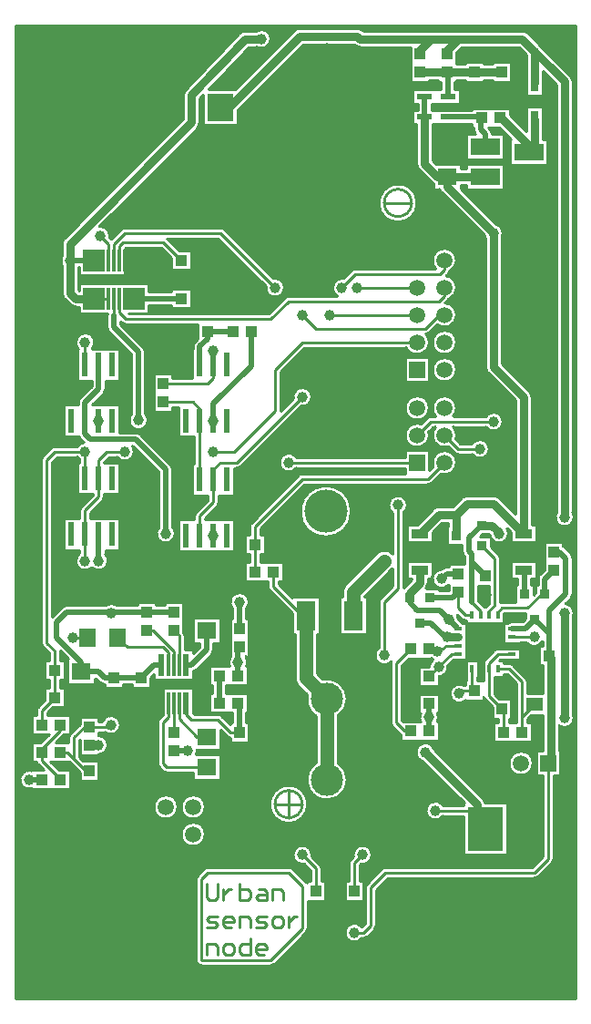
<source format=gtl>
%FSLAX24Y24*%
%MOIN*%
G70*
G01*
G75*
G04 Layer_Physical_Order=1*
%ADD10C,0.0100*%
%ADD11R,0.0394X0.0433*%
%ADD12R,0.0374X0.0354*%
%ADD13R,0.0630X0.0335*%
%ADD14R,0.0315X0.0118*%
%ADD15R,0.0118X0.0315*%
%ADD16R,0.0571X0.0217*%
%ADD17R,0.0236X0.0787*%
%ADD18R,0.0118X0.0787*%
%ADD19R,0.0591X0.0512*%
%ADD20R,0.0354X0.0374*%
%ADD21R,0.0354X0.0374*%
%ADD22R,0.1063X0.0630*%
%ADD23R,0.0433X0.0394*%
%ADD24R,0.0315X0.0630*%
%ADD25R,0.0709X0.0630*%
%ADD26R,0.0433X0.0394*%
%ADD27R,0.0940X0.1000*%
%ADD28R,0.1300X0.1600*%
%ADD29R,0.6693X0.2500*%
%ADD30R,0.0787X0.0787*%
%ADD31R,0.0236X0.0866*%
%ADD32R,0.0236X0.0866*%
%ADD33R,0.0709X0.1063*%
%ADD34R,0.0394X0.0433*%
%ADD35R,0.0374X0.0354*%
%ADD36R,0.0630X0.0709*%
%ADD37C,0.0400*%
%ADD38C,0.0300*%
%ADD39C,0.0200*%
%ADD40C,0.0500*%
%ADD41C,0.0591*%
%ADD42R,0.0591X0.0591*%
%ADD43C,0.1181*%
%ADD44C,0.1181*%
%ADD45C,0.1575*%
%ADD46C,0.0394*%
%ADD47C,0.0394*%
D10*
X20400Y-2050D02*
G03*
X20312Y-1838I-300J0D01*
G01*
X20400Y-2050D02*
G03*
X20312Y-1838I-300J0D01*
G01*
X18762Y-288D02*
G03*
X18550Y-200I-212J-212D01*
G01*
X18762Y-288D02*
G03*
X18550Y-200I-212J-212D01*
G01*
X17449Y-3968D02*
G03*
X17377Y-3808I-249J-16D01*
G01*
X17449Y-3968D02*
G03*
X17377Y-3808I-249J-16D01*
G01*
X17800Y-7774D02*
G03*
X17847Y-7600I-300J174D01*
G01*
G03*
X17589Y-7265I-347J0D01*
G01*
X17165Y-7689D02*
G03*
X17200Y-7774I335J89D01*
G01*
X18900Y-13600D02*
G03*
X18812Y-13388I-300J0D01*
G01*
X18900Y-13600D02*
G03*
X18812Y-13388I-300J0D01*
G01*
X17200Y-12500D02*
G03*
X17288Y-12712I300J0D01*
G01*
X17200Y-12500D02*
G03*
X17288Y-12712I300J0D01*
G01*
X17847Y-14500D02*
G03*
X17217Y-14300I-347J0D01*
G01*
Y-14700D02*
G03*
X17847Y-14500I283J200D01*
G01*
X17712Y-17288D02*
G03*
X17500Y-17200I-212J-212D01*
G01*
X17347Y-15500D02*
G03*
X16717Y-15300I-347J0D01*
G01*
Y-15700D02*
G03*
X17347Y-15500I283J200D01*
G01*
X17712Y-17288D02*
G03*
X17500Y-17200I-212J-212D01*
G01*
X16776Y-3811D02*
G03*
X16832Y-3968I250J0D01*
G01*
X16776Y-3811D02*
G03*
X16832Y-3968I250J0D01*
G01*
X15517Y-6001D02*
G03*
X15588Y-6112I283J101D01*
G01*
X15517Y-6001D02*
G03*
X15588Y-6112I283J101D01*
G01*
X15893Y-9001D02*
G03*
X16145Y-8600I-193J401D01*
G01*
X15841Y-9091D02*
G03*
X15893Y-9001I-141J141D01*
G01*
X15841Y-9092D02*
G03*
X15893Y-9001I-141J142D01*
G01*
X16145Y-9600D02*
G03*
X15772Y-9161I-445J0D01*
G01*
X15864Y-10014D02*
G03*
X16145Y-9600I-164J414D01*
G01*
X15841Y-10041D02*
G03*
X15864Y-10014I-141J141D01*
G01*
X16145Y-10600D02*
G03*
X15727Y-10156I-445J0D01*
G01*
X15429Y-10954D02*
G03*
X16145Y-10600I271J354D01*
G01*
X15841Y-10042D02*
G03*
X15864Y-10014I-141J142D01*
G01*
X15239Y-5748D02*
G03*
X15296Y-5792I212J212D01*
G01*
X15239Y-5748D02*
G03*
X15296Y-5792I212J212D01*
G01*
X14677Y-5061D02*
G03*
X14765Y-5274I300J0D01*
G01*
X14677Y-5061D02*
G03*
X14765Y-5274I300J0D01*
G01*
X12712Y-188D02*
G03*
X12500Y-100I-212J-212D01*
G01*
X12712Y-188D02*
G03*
X12500Y-100I-212J-212D01*
G01*
X12388Y-712D02*
G03*
X12600Y-800I212J212D01*
G01*
X12388Y-712D02*
G03*
X12600Y-800I212J212D01*
G01*
X14700Y-6500D02*
G03*
X13300Y-6500I-700J0D01*
G01*
X16145Y-8600D02*
G03*
X15371Y-8900I-445J0D01*
G01*
X13300Y-6500D02*
G03*
X14700Y-6500I700J0D01*
G01*
X12450Y-8900D02*
G03*
X12309Y-8959I0J-200D01*
G01*
X12450Y-8900D02*
G03*
X12308Y-8959I0J-200D01*
G01*
X12009Y-9258D02*
G03*
X11776Y-9900I-59J-342D01*
G01*
X16145Y-11600D02*
G03*
X16145Y-11600I-445J0D01*
G01*
X16029Y-14300D02*
G03*
X16145Y-14000I-329J300D01*
G01*
Y-12600D02*
G03*
X16145Y-12600I-445J0D01*
G01*
Y-14000D02*
G03*
X15371Y-14300I-445J0D01*
G01*
X16145Y-15000D02*
G03*
X16029Y-14700I-445J0D01*
G01*
X16123Y-15140D02*
G03*
X16145Y-15000I-423J140D01*
G01*
Y-16000D02*
G03*
X15277Y-16140I-445J0D01*
G01*
X16059Y-15641D02*
G03*
X16200Y-15700I141J141D01*
G01*
X16058Y-15641D02*
G03*
X16200Y-15700I142J141D01*
G01*
X16550Y-17200D02*
G03*
X16338Y-17288I0J-300D01*
G01*
X16550Y-17200D02*
G03*
X16338Y-17288I0J-300D01*
G01*
X15560Y-16423D02*
G03*
X16145Y-16000I140J423D01*
G01*
X15371Y-14700D02*
G03*
X15840Y-15423I329J-300D01*
G01*
X15145Y-15000D02*
G03*
X15123Y-14860I-445J0D01*
G01*
X15027Y-11298D02*
G03*
X15142Y-11241I-27J198D01*
G01*
X15027Y-11298D02*
G03*
X15141Y-11241I-27J198D01*
G01*
X15145Y-11600D02*
G03*
X15027Y-11298I-445J0D01*
G01*
X14302Y-11800D02*
G03*
X15145Y-11600I398J200D01*
G01*
Y-14000D02*
G03*
X15145Y-14000I-445J0D01*
G01*
X15200Y-14300D02*
G03*
X15059Y-14359I0J-200D01*
G01*
X15200Y-14300D02*
G03*
X15058Y-14359I0J-200D01*
G01*
X14840Y-14577D02*
G03*
X15145Y-15000I-140J-423D01*
G01*
X15100Y-16800D02*
G03*
X15242Y-16741I0J200D01*
G01*
X15100Y-16800D02*
G03*
X15241Y-16741I0J200D01*
G01*
X20447Y-18000D02*
G03*
X20400Y-17826I-347J0D01*
G01*
X19800D02*
G03*
X20447Y-18000I300J-174D01*
G01*
X20092Y-19089D02*
G03*
X20047Y-19053I-177J-177D01*
G01*
X20092Y-19089D02*
G03*
X20047Y-19053I-177J-177D01*
G01*
X20400Y-19500D02*
G03*
X20327Y-19323I-250J0D01*
G01*
X20400Y-19500D02*
G03*
X20327Y-19323I-250J0D01*
G01*
X19197Y-20084D02*
G03*
X19124Y-20261I177J-177D01*
G01*
X19197Y-20084D02*
G03*
X19124Y-20261I177J-177D01*
G01*
X20327Y-20977D02*
G03*
X20400Y-20800I-177J177D01*
G01*
X20327Y-20977D02*
G03*
X20400Y-20800I-177J177D01*
G01*
Y-21674D02*
G03*
X20447Y-21500I-300J174D01*
G01*
G03*
X20147Y-21156I-347J0D01*
G01*
X18702Y-22584D02*
G03*
X19285Y-22559I283J200D01*
G01*
X18735Y-24004D02*
G03*
X18676Y-23863I-200J0D01*
G01*
X18735Y-24004D02*
G03*
X18676Y-23862I-200J0D01*
G01*
X18047Y-18600D02*
G03*
X17998Y-18422I-347J0D01*
G01*
X17750Y-19519D02*
G03*
X17691Y-19378I-200J0D01*
G01*
X17750Y-19519D02*
G03*
X17691Y-19378I-200J0D01*
G01*
X17354Y-18629D02*
G03*
X17373Y-18716I346J29D01*
G01*
G03*
X17400Y-18773I327J116D01*
G01*
G03*
X18047Y-18600I300J173D01*
G01*
X17800Y-21119D02*
G03*
X17750Y-21126I0J-200D01*
G01*
X17800Y-21119D02*
G03*
X17750Y-21126I0J-200D01*
G01*
X18168Y-21819D02*
G03*
X18031Y-21860I0J-250D01*
G01*
X18218Y-23405D02*
G03*
X18076Y-23346I-142J-141D01*
G01*
X18218Y-23404D02*
G03*
X18076Y-23346I-141J-141D01*
G01*
X17655Y-22814D02*
G03*
X17514Y-22873I0J-200D01*
G01*
X17655Y-22814D02*
G03*
X17513Y-22873I0J-200D01*
G01*
X17201Y-23186D02*
G03*
X17163Y-23238I141J-142D01*
G01*
X17200Y-23186D02*
G03*
X17163Y-23238I141J-141D01*
G01*
G03*
X17142Y-23328I179J-89D01*
G01*
X17163Y-23238D02*
G03*
X17142Y-23328I179J-89D01*
G01*
X20447Y-25350D02*
G03*
X20400Y-25176I-347J0D01*
G01*
X19900Y-25633D02*
G03*
X20447Y-25350I200J283D01*
G01*
X19641Y-30641D02*
G03*
X19700Y-30500I-141J141D01*
G01*
X19641Y-30642D02*
G03*
X19700Y-30500I-141J142D01*
G01*
X19000Y-31200D02*
G03*
X19142Y-31141I0J200D01*
G01*
X19000Y-31200D02*
G03*
X19141Y-31141I0J200D01*
G01*
X18945Y-27000D02*
G03*
X18945Y-27000I-445J0D01*
G01*
X17147Y-24591D02*
G03*
X17200Y-24687I195J45D01*
G01*
X17147Y-24591D02*
G03*
X17201Y-24687I195J45D01*
G01*
X17196Y-28450D02*
G03*
X17112Y-28288I-296J-50D01*
G01*
X17196Y-28450D02*
G03*
X17112Y-28288I-296J-50D01*
G01*
X15487Y-17613D02*
G03*
X15275Y-17700I0J-300D01*
G01*
X15487Y-17613D02*
G03*
X15275Y-17701I0J-300D01*
G01*
X16350Y-19250D02*
G03*
X16423Y-19427I250J0D01*
G01*
X16350Y-19250D02*
G03*
X16423Y-19427I250J0D01*
G01*
X15785Y-19815D02*
G03*
X15608Y-19889I0J-250D01*
G01*
X15785Y-19815D02*
G03*
X15608Y-19889I0J-250D01*
G01*
X15593Y-19903D02*
G03*
X15265Y-20160I7J-347D01*
G01*
X15253Y-20256D02*
G03*
X15853Y-20487I347J6D01*
G01*
X14200Y-17833D02*
G03*
X14347Y-17550I-200J283D01*
G01*
X15265Y-20160D02*
G03*
X15253Y-20256I335J-90D01*
G01*
X16316Y-21719D02*
G03*
X16458Y-21777I141J141D01*
G01*
X16316Y-21719D02*
G03*
X16458Y-21777I141J141D01*
G01*
X16209Y-21725D02*
G03*
X16171Y-21573I-347J-7D01*
G01*
X15228Y-23166D02*
G03*
X15282Y-23203I222J266D01*
G01*
X15023Y-20600D02*
G03*
X15100Y-20400I-223J200D01*
G01*
X15023Y-20600D02*
G03*
X15100Y-20400I-223J200D01*
G01*
X15832Y-23484D02*
G03*
X15827Y-23425I-347J0D01*
G01*
X15282Y-23203D02*
G03*
X15139Y-23472I204J-281D01*
G01*
X15501Y-23831D02*
G03*
X15832Y-23484I-16J346D01*
G01*
X14347Y-17550D02*
G03*
X13800Y-17833I-347J0D01*
G01*
Y-19335D02*
G03*
X13217Y-19317I-300J-265D01*
G01*
X12083Y-20451D02*
G03*
X11966Y-20734I283J-283D01*
G01*
X12083Y-20451D02*
G03*
X11966Y-20734I283J-283D01*
G01*
X13359Y-20958D02*
G03*
X13300Y-21100I141J-142D01*
G01*
X13359Y-20959D02*
G03*
X13300Y-21100I141J-141D01*
G01*
X13757Y-23283D02*
G03*
X13750Y-23335I193J-51D01*
G01*
X13757Y-23283D02*
G03*
X13750Y-23335I193J-51D01*
G01*
X13300Y-22767D02*
G03*
X13757Y-23283I200J-283D01*
G01*
X16394Y-24135D02*
G03*
X16489Y-24701I-144J-315D01*
G01*
X15481Y-25319D02*
G03*
X15446Y-25166I-347J0D01*
G01*
Y-25472D02*
G03*
X15481Y-25319I-311J153D01*
G01*
X14823Y-25166D02*
G03*
X14823Y-25472I311J-153D01*
G01*
X15335Y-26511D02*
G03*
X14911Y-26935I-335J-89D01*
G01*
X15649Y-28535D02*
G03*
X15649Y-28935I-283J-200D01*
G01*
X13750Y-25519D02*
G03*
X13809Y-25661I200J0D01*
G01*
X13750Y-25519D02*
G03*
X13809Y-25661I200J0D01*
G01*
X12141Y-24650D02*
G03*
X11242Y-23926I-741J0D01*
G01*
X11800Y-25273D02*
G03*
X12141Y-24650I-400J623D01*
G01*
X13047Y-30350D02*
G03*
X12358Y-30409I-347J0D01*
G01*
X12641Y-30692D02*
G03*
X13047Y-30350I59J342D01*
G01*
X12259Y-30508D02*
G03*
X12200Y-30650I141J-142D01*
G01*
X12259Y-30509D02*
G03*
X12200Y-30650I141J-141D01*
G01*
X13550Y-30800D02*
G03*
X13409Y-30859I0J-200D01*
G01*
X13550Y-30800D02*
G03*
X13408Y-30859I0J-200D01*
G01*
X12141Y-27603D02*
G03*
X11800Y-26980I-741J0D01*
G01*
X11200Y-30850D02*
G03*
X11141Y-30709I-200J0D01*
G01*
X11200Y-30850D02*
G03*
X11141Y-30708I-200J0D01*
G01*
X12859Y-31408D02*
G03*
X12800Y-31550I141J-142D01*
G01*
X12859Y-31409D02*
G03*
X12800Y-31550I141J-141D01*
G01*
X13141Y-33091D02*
G03*
X13200Y-32950I-141J141D01*
G01*
X13141Y-33092D02*
G03*
X13200Y-32950I-141J142D01*
G01*
X12750Y-33400D02*
G03*
X12892Y-33341I0J200D01*
G01*
X12750Y-33400D02*
G03*
X12891Y-33341I0J200D01*
G01*
X12677Y-32991D02*
G03*
X12683Y-33400I-277J-209D01*
G01*
X10400Y-100D02*
G03*
X10188Y-188I0J-300D01*
G01*
X10400Y-100D02*
G03*
X10188Y-188I0J-300D01*
G01*
X9347Y-500D02*
G03*
X8826Y-200I-347J0D01*
G01*
Y-800D02*
G03*
X9347Y-500I174J300D01*
G01*
X8400Y-200D02*
G03*
X8183Y-293I0J-300D01*
G01*
X8400Y-200D02*
G03*
X8182Y-294I0J-300D01*
G01*
X6233Y-2343D02*
G03*
X6150Y-2550I217J-207D01*
G01*
X6233Y-2343D02*
G03*
X6150Y-2550I217J-207D01*
G01*
X7642Y-7459D02*
G03*
X7500Y-7400I-142J-141D01*
G01*
X7641Y-7459D02*
G03*
X7500Y-7400I-141J-141D01*
G01*
X6662Y-3762D02*
G03*
X6750Y-3550I-212J212D01*
G01*
X6662Y-3762D02*
G03*
X6750Y-3550I-212J212D01*
G01*
X10000Y-9900D02*
G03*
X9859Y-9959I0J-200D01*
G01*
X10000Y-9900D02*
G03*
X9858Y-9959I0J-200D01*
G01*
X9847Y-9600D02*
G03*
X9441Y-9258I-347J0D01*
G01*
X9158Y-9541D02*
G03*
X9847Y-9600I342J-59D01*
G01*
X10847Y-13600D02*
G03*
X10158Y-13659I-347J0D01*
G01*
X10441Y-13942D02*
G03*
X10847Y-13600I59J342D01*
G01*
X10283Y-15800D02*
G03*
X10283Y-16200I-283J-200D01*
G01*
X10500Y-16400D02*
G03*
X10359Y-16459I0J-200D01*
G01*
X10500Y-16400D02*
G03*
X10358Y-16459I0J-200D01*
G01*
X6573Y-11573D02*
G03*
X6500Y-11750I177J-177D01*
G01*
X6573Y-11573D02*
G03*
X6500Y-11750I177J-177D01*
G01*
X8100Y-16200D02*
G03*
X8242Y-16141I0J200D01*
G01*
X8100Y-16200D02*
G03*
X8241Y-16141I0J200D01*
G01*
X7391Y-17591D02*
G03*
X7450Y-17450I-141J141D01*
G01*
X7391Y-17592D02*
G03*
X7450Y-17450I-141J142D01*
G01*
X6609Y-17808D02*
G03*
X6550Y-17950I141J-142D01*
G01*
X6609Y-17809D02*
G03*
X6550Y-17950I141J-141D01*
G01*
X4000Y-7400D02*
G03*
X3859Y-7459I0J-200D01*
G01*
X4000Y-7400D02*
G03*
X3858Y-7459I0J-200D01*
G01*
X3442Y-7759D02*
G03*
X3447Y-7700I-342J59D01*
G01*
X3909Y-10891D02*
G03*
X4050Y-10950I141J141D01*
G01*
X3908Y-10891D02*
G03*
X4050Y-10950I142J141D01*
G01*
X3447Y-7700D02*
G03*
X3070Y-7354I-347J0D01*
G01*
X1788Y-7788D02*
G03*
X1700Y-8000I212J-212D01*
G01*
X1788Y-7788D02*
G03*
X1700Y-8000I212J-212D01*
G01*
X3356Y-10544D02*
G03*
X3350Y-10600I244J-56D01*
G01*
X1700Y-8426D02*
G03*
X1700Y-8774I300J-174D01*
G01*
X1988Y-10212D02*
G03*
X2200Y-10300I212J212D01*
G01*
X1988Y-10212D02*
G03*
X2200Y-10300I212J212D01*
G01*
X1700Y-9800D02*
G03*
X1788Y-10012I300J0D01*
G01*
X1700Y-9800D02*
G03*
X1788Y-10012I300J0D01*
G01*
X4750Y-11950D02*
G03*
X4677Y-11773I-250J0D01*
G01*
X4750Y-11950D02*
G03*
X4677Y-11773I-250J0D01*
G01*
X4847Y-14450D02*
G03*
X4750Y-14210I-347J0D01*
G01*
X3350Y-11050D02*
G03*
X3423Y-11227I250J0D01*
G01*
X3350Y-11050D02*
G03*
X3423Y-11227I250J0D01*
G01*
X3227Y-13477D02*
G03*
X3300Y-13300I-177J177D01*
G01*
X3227Y-13477D02*
G03*
X3300Y-13300I-177J177D01*
G01*
X4250Y-14210D02*
G03*
X4847Y-14450I250J-240D01*
G01*
X5750Y-16250D02*
G03*
X5677Y-16073I-250J0D01*
G01*
X5750Y-16250D02*
G03*
X5677Y-16073I-250J0D01*
G01*
X4577Y-14973D02*
G03*
X4400Y-14900I-177J-177D01*
G01*
X4577Y-14973D02*
G03*
X4400Y-14900I-177J-177D01*
G01*
X4347Y-15600D02*
G03*
X4283Y-15400I-347J0D01*
G01*
X3717Y-15800D02*
G03*
X4347Y-15600I283J200D01*
G01*
X3191Y-17391D02*
G03*
X3250Y-17250I-141J141D01*
G01*
X3191Y-17392D02*
G03*
X3250Y-17250I-141J142D01*
G01*
X2797Y-11843D02*
G03*
X2897Y-11600I-247J243D01*
G01*
G03*
X2303Y-11843I-347J0D01*
G01*
X2373Y-13623D02*
G03*
X2300Y-13800I177J-177D01*
G01*
X2373Y-13623D02*
G03*
X2300Y-13800I177J-177D01*
G01*
X2503Y-15256D02*
G03*
X2267Y-15400I47J-344D01*
G01*
X2324Y-15057D02*
G03*
X2373Y-15127I226J107D01*
G01*
X2324Y-15057D02*
G03*
X2373Y-15127I226J107D01*
G01*
X2267Y-15800D02*
G03*
X2350Y-15883I283J200D01*
G01*
X2409Y-17608D02*
G03*
X2350Y-17750I141J-142D01*
G01*
X2409Y-17609D02*
G03*
X2350Y-17750I141J-141D01*
G01*
X1450Y-15400D02*
G03*
X1309Y-15459I0J-200D01*
G01*
X1450Y-15400D02*
G03*
X1308Y-15459I0J-200D01*
G01*
X1009Y-15758D02*
G03*
X950Y-15900I141J-142D01*
G01*
X1009Y-15759D02*
G03*
X950Y-15900I141J-141D01*
G01*
X12296Y-17783D02*
G03*
X12296Y-17783I-937J0D01*
G01*
X8624Y-18193D02*
G03*
X8565Y-18335I141J-142D01*
G01*
X8624Y-18193D02*
G03*
X8565Y-18335I141J-141D01*
G01*
X9235Y-20535D02*
G03*
X9293Y-20676I200J0D01*
G01*
X9235Y-20535D02*
G03*
X9294Y-20676I200J0D01*
G01*
X10234Y-23884D02*
G03*
X10351Y-24167I400J0D01*
G01*
X10676Y-24492D02*
G03*
X11000Y-25273I724J-158D01*
G01*
X10234Y-23884D02*
G03*
X10351Y-24167I400J0D01*
G01*
X8450Y-21340D02*
G03*
X8547Y-21100I-250J240D01*
G01*
X8461Y-23454D02*
G03*
X8497Y-23300I-311J154D01*
G01*
X8547Y-21100D02*
G03*
X7950Y-21340I-347J0D01*
G01*
X8497Y-23300D02*
G03*
X8435Y-23102I-347J0D01*
G01*
X7885Y-23077D02*
G03*
X7865Y-23102I265J-223D01*
G01*
G03*
X7839Y-23454I285J-198D01*
G01*
X7177Y-23028D02*
G03*
X7250Y-22851I-177J177D01*
G01*
X7177Y-23028D02*
G03*
X7250Y-22851I-177J177D01*
G01*
X6515Y-23643D02*
G03*
X6627Y-23578I-65J242D01*
G01*
X6515Y-23643D02*
G03*
X6627Y-23578I-65J242D01*
G01*
X11000Y-26980D02*
G03*
X12141Y-27603I400J-623D01*
G01*
X10842Y-30409D02*
G03*
X10847Y-30350I-342J59D01*
G01*
G03*
X10559Y-30692I-347J0D01*
G01*
X10700Y-28500D02*
G03*
X10000Y-27800I-700J0D01*
G01*
G03*
X9300Y-28500I0J-700D01*
G01*
X10000Y-29200D02*
G03*
X10700Y-28500I0J700D01*
G01*
X9300D02*
G03*
X10000Y-29200I700J0D01*
G01*
X10641Y-33191D02*
G03*
X10700Y-33050I-141J141D01*
G01*
X10641Y-33192D02*
G03*
X10700Y-33050I-141J142D01*
G01*
X10142Y-30859D02*
G03*
X10000Y-30800I-142J-141D01*
G01*
X10141Y-30859D02*
G03*
X10000Y-30800I-141J-141D01*
G01*
X9350Y-34400D02*
G03*
X9492Y-34341I0J200D01*
G01*
X9350Y-34400D02*
G03*
X9491Y-34341I0J200D01*
G01*
X7724Y-26008D02*
G03*
X7853Y-26066I141J141D01*
G01*
X7724Y-26008D02*
G03*
X7853Y-26066I142J141D01*
G01*
X7542Y-25260D02*
G03*
X7400Y-25201I-142J-141D01*
G01*
X7541Y-25260D02*
G03*
X7400Y-25201I-141J-141D01*
G01*
X6647Y-26550D02*
G03*
X6645Y-26515I-347J0D01*
G01*
X6618Y-26687D02*
G03*
X6647Y-26550I-318J137D01*
G01*
X6945Y-28600D02*
G03*
X6945Y-28600I-445J0D01*
G01*
X7050Y-30800D02*
G03*
X6909Y-30859I0J-200D01*
G01*
X7050Y-30800D02*
G03*
X6908Y-30859I0J-200D01*
G01*
X6945Y-29600D02*
G03*
X6945Y-29600I-445J0D01*
G01*
X6659Y-31108D02*
G03*
X6600Y-31250I141J-142D01*
G01*
X6659Y-31109D02*
G03*
X6600Y-31250I141J-141D01*
G01*
Y-34200D02*
G03*
X6800Y-34400I200J0D01*
G01*
X6600Y-34200D02*
G03*
X6800Y-34400I200J0D01*
G01*
X5847Y-18600D02*
G03*
X5750Y-18360I-347J0D01*
G01*
X5250D02*
G03*
X5847Y-18600I250J-240D01*
G01*
X3397Y-19600D02*
G03*
X3300Y-19360I-347J0D01*
G01*
X3700Y-21217D02*
G03*
X3300Y-21217I-200J-283D01*
G01*
X2800Y-19840D02*
G03*
X3397Y-19600I250J240D01*
G01*
X6191Y-22326D02*
G03*
X6147Y-22202I-200J0D01*
G01*
X6191Y-22326D02*
G03*
X6147Y-22202I-200J0D01*
G01*
X3089Y-24043D02*
G03*
X3253Y-24116I177J177D01*
G01*
X3089Y-24043D02*
G03*
X3253Y-24116I177J177D01*
G01*
X2350Y-19317D02*
G03*
X2800Y-19840I200J-283D01*
G01*
X1881Y-21217D02*
G03*
X1704Y-21290I0J-250D01*
G01*
X1881Y-21217D02*
G03*
X1704Y-21290I0J-250D01*
G01*
X950Y-22600D02*
G03*
X1009Y-22742I200J0D01*
G01*
X950Y-22600D02*
G03*
X1009Y-22741I200J0D01*
G01*
X5259Y-25359D02*
G03*
X5200Y-25501I141J-142D01*
G01*
X5259Y-25360D02*
G03*
X5200Y-25501I141J-141D01*
G01*
X3847Y-25600D02*
G03*
X3180Y-25467I-347J0D01*
G01*
X3278Y-25867D02*
G03*
X3847Y-25600I222J267D01*
G01*
X5200Y-27001D02*
G03*
X5259Y-27143I200J0D01*
G01*
X5200Y-27001D02*
G03*
X5259Y-27143I200J0D01*
G01*
X5410Y-27294D02*
G03*
X5551Y-27352I141J141D01*
G01*
X5409Y-27293D02*
G03*
X5551Y-27352I142J141D01*
G01*
X3381Y-26336D02*
G03*
X3047Y-25989I-347J0D01*
G01*
Y-26682D02*
G03*
X3381Y-26336I-12J347D01*
G01*
X2001Y-25918D02*
G03*
X1979Y-25948I149J-134D01*
G01*
X2001Y-25918D02*
G03*
X1979Y-25948I149J-134D01*
G01*
G03*
X1950Y-26051I171J-103D01*
G01*
X1979Y-25948D02*
G03*
X1950Y-26051I171J-103D01*
G01*
X5945Y-28600D02*
G03*
X5945Y-28600I-445J0D01*
G01*
X824Y-24928D02*
G03*
X765Y-25069I141J-142D01*
G01*
X824Y-24928D02*
G03*
X765Y-25069I141J-141D01*
G01*
X768Y-26948D02*
G03*
X824Y-27057I197J33D01*
G01*
X768Y-26948D02*
G03*
X824Y-27057I197J33D01*
G01*
X599Y-27269D02*
G03*
X599Y-27934I-99J-332D01*
G01*
X10500Y-28500D02*
G03*
X10500Y-28500I-500J0D01*
G01*
X14500Y-6500D02*
G03*
X14500Y-6500I-500J0D01*
G01*
X19594Y-1120D02*
X20500D01*
X19634Y-1160D02*
X20500D01*
X19554Y-1080D02*
X20500D01*
X19714Y-1240D02*
X20500D01*
X19754Y-1280D02*
X20500D01*
X19674Y-1200D02*
X20500D01*
X19834Y-1360D02*
X20500D01*
X19980Y-1506D02*
Y0D01*
X19794Y-1320D02*
X20500D01*
X19914Y-1440D02*
X20500D01*
X19954Y-1480D02*
X20500D01*
X19874Y-1400D02*
X20500D01*
X20340Y-1870D02*
Y0D01*
X20380Y-1942D02*
Y0D01*
X20300Y-1826D02*
Y0D01*
X20034Y-1560D02*
X20500D01*
X20260Y-1786D02*
Y0D01*
X19994Y-1520D02*
X20500D01*
X20180Y-1706D02*
Y0D01*
X20220Y-1746D02*
Y0D01*
X20140Y-1666D02*
Y0D01*
X20060Y-1586D02*
Y0D01*
X20100Y-1626D02*
Y0D01*
X20020Y-1546D02*
Y0D01*
X18700Y-240D02*
X20500D01*
X18754Y-280D02*
X20500D01*
X18550Y-200D02*
X20500D01*
X18834Y-360D02*
X20500D01*
X18874Y-400D02*
X20500D01*
X18794Y-320D02*
X20500D01*
X18954Y-480D02*
X20500D01*
X18994Y-520D02*
X20500D01*
X18914Y-440D02*
X20500D01*
X19074Y-600D02*
X20500D01*
X19114Y-640D02*
X20500D01*
X19034Y-560D02*
X20500D01*
X19194Y-720D02*
X20500D01*
X19234Y-760D02*
X20500D01*
X19154Y-680D02*
X20500D01*
X19314Y-840D02*
X20500D01*
X19354Y-880D02*
X20500D01*
X19274Y-800D02*
X20500D01*
X19394Y-920D02*
X20500D01*
X19434Y-960D02*
X20500D01*
X19212Y-738D02*
X20312Y-1838D01*
X19514Y-1040D02*
X20500D01*
X19474Y-1000D02*
X20500D01*
X20386Y-1960D02*
X20500D01*
X20396Y-2000D02*
X20500D01*
X20400Y-2040D02*
X20500D01*
X20400Y-2080D02*
X20500D01*
X20400Y-2120D02*
X20500D01*
X20400Y-2160D02*
X20500D01*
X20400Y-2200D02*
X20500D01*
X20400Y-2240D02*
X20500D01*
X20400Y-2280D02*
X20500D01*
X20400Y-2320D02*
X20500D01*
X20400Y-2360D02*
X20500D01*
X20400Y-2400D02*
X20500D01*
X20400Y-2440D02*
X20500D01*
X20400Y-2480D02*
X20500D01*
X20400Y-2520D02*
X20500D01*
X20400Y-2560D02*
X20500D01*
X20400Y-2600D02*
X20500D01*
X20400Y-2640D02*
X20500D01*
X20400Y-2680D02*
X20500D01*
X20400Y-2720D02*
X20500D01*
X20400Y-2760D02*
X20500D01*
X20400Y-2800D02*
X20500D01*
X20400Y-2840D02*
X20500D01*
X20114Y-1640D02*
X20500D01*
X20154Y-1680D02*
X20500D01*
X20074Y-1600D02*
X20500D01*
X20234Y-1760D02*
X20500D01*
X20274Y-1800D02*
X20500D01*
X20194Y-1720D02*
X20500D01*
X20314Y-1840D02*
X20500D01*
X20370Y-1920D02*
X20500D01*
X20400Y-2880D02*
X20500D01*
X20347Y-1880D02*
X20500D01*
X20400Y-2920D02*
X20500D01*
X20400Y-2960D02*
X20500D01*
X20400Y-3000D02*
X20500D01*
X20400Y-3040D02*
X20500D01*
X20400Y-3080D02*
X20500D01*
X20400Y-3120D02*
X20500D01*
X20400Y-3160D02*
X20500D01*
X20400Y-3200D02*
X20500D01*
X20400Y-3240D02*
X20500D01*
X20400Y-3280D02*
X20500D01*
X20400Y-3320D02*
X20500D01*
X19620Y-1146D02*
Y0D01*
X19660Y-1186D02*
Y0D01*
X19580Y-1106D02*
Y0D01*
X19500Y-1026D02*
Y0D01*
X19540Y-1066D02*
Y0D01*
X19460Y-986D02*
Y0D01*
X19380Y-906D02*
Y0D01*
X19420Y-946D02*
Y0D01*
X19340Y-866D02*
Y0D01*
X19260Y-786D02*
Y0D01*
X19300Y-826D02*
Y0D01*
X19220Y-746D02*
Y0D01*
X19900Y-1426D02*
Y0D01*
X19940Y-1466D02*
Y0D01*
X19860Y-1386D02*
Y0D01*
X19780Y-1306D02*
Y0D01*
X19820Y-1346D02*
Y0D01*
X19307Y-1682D02*
X19800Y-2174D01*
X19700Y-1226D02*
Y0D01*
X19740Y-1266D02*
Y0D01*
X19307Y-2580D02*
Y-1682D01*
Y-1720D02*
X19346D01*
X19307Y-1760D02*
X19386D01*
X18820Y-346D02*
Y0D01*
X18860Y-386D02*
Y0D01*
X18780Y-306D02*
Y0D01*
X18740Y-268D02*
Y0D01*
X18660Y-221D02*
Y0D01*
X18700Y-240D02*
Y0D01*
X18620Y-208D02*
Y0D01*
X18540Y-200D02*
Y0D01*
X18580Y-202D02*
Y0D01*
X18500Y-200D02*
Y0D01*
X19140Y-666D02*
Y0D01*
X19180Y-706D02*
Y0D01*
X19100Y-626D02*
Y0D01*
X19020Y-546D02*
Y0D01*
X19060Y-586D02*
Y0D01*
X18762Y-288D02*
X19212Y-738D01*
X18940Y-466D02*
Y0D01*
X18980Y-506D02*
Y0D01*
X18900Y-426D02*
Y0D01*
X18700Y-1650D02*
Y-1074D01*
X18693Y-2580D02*
Y-1650D01*
X19307Y-2040D02*
X19666D01*
X19307Y-2080D02*
X19706D01*
X19307Y-2120D02*
X19746D01*
X19307Y-2160D02*
X19786D01*
X19307Y-2200D02*
X19800D01*
X19307Y-2240D02*
X19800D01*
X19307Y-1800D02*
X19426D01*
X19307Y-1840D02*
X19466D01*
X19307Y-1880D02*
X19506D01*
X19307Y-1920D02*
X19546D01*
X19307Y-1960D02*
X19586D01*
X19307Y-2000D02*
X19626D01*
X19307Y-2280D02*
X19800D01*
X19307Y-2320D02*
X19800D01*
X19307Y-2360D02*
X19800D01*
X19307Y-2400D02*
X19800D01*
X19307Y-2440D02*
X19800D01*
X19307Y-2480D02*
X19800D01*
X19307Y-2520D02*
X19800D01*
X19307Y-2560D02*
X19800D01*
X19300Y-2989D02*
Y-2580D01*
X19307Y-3000D02*
X19800D01*
X19307Y-3040D02*
X19800D01*
X19260Y-2989D02*
Y-2580D01*
X19220Y-2989D02*
Y-2580D01*
X18693D02*
X19307D01*
X19180Y-2989D02*
Y-2580D01*
X19140Y-2989D02*
Y-2580D01*
X19100Y-2989D02*
Y-2580D01*
X19060Y-2989D02*
Y-2580D01*
X19020Y-2989D02*
Y-2580D01*
X18980Y-2989D02*
Y-2580D01*
X18940Y-2989D02*
Y-2580D01*
X18900Y-2989D02*
Y-2580D01*
X18860Y-2989D02*
Y-2580D01*
X19307Y-3080D02*
X19800D01*
X19307Y-3120D02*
X19800D01*
X19307Y-3160D02*
X19800D01*
X19307Y-3200D02*
X19800D01*
X19307Y-3240D02*
X19800D01*
X19307Y-3280D02*
X19800D01*
X18820Y-2989D02*
Y-2580D01*
X18780Y-2989D02*
Y-2580D01*
X18740Y-2989D02*
Y-2580D01*
X18700Y-2989D02*
Y-2580D01*
X18693Y-2989D02*
X19307D01*
X20400Y-3360D02*
X20500D01*
X20400Y-3400D02*
X20500D01*
X20400Y-3440D02*
X20500D01*
X20400Y-3480D02*
X20500D01*
X20400Y-3520D02*
X20500D01*
X20400Y-3560D02*
X20500D01*
X20400Y-3600D02*
X20500D01*
X20400Y-3640D02*
X20500D01*
X20400Y-3680D02*
X20500D01*
X20400Y-3720D02*
X20500D01*
X20400Y-3760D02*
X20500D01*
X20400Y-3800D02*
X20500D01*
X20400Y-3840D02*
X20500D01*
X20400Y-3880D02*
X20500D01*
X20400Y-3920D02*
X20500D01*
X20400Y-3960D02*
X20500D01*
X20400Y-4000D02*
X20500D01*
X20400Y-4040D02*
X20500D01*
X20400Y-4080D02*
X20500D01*
X20400Y-4120D02*
X20500D01*
X20400Y-4160D02*
X20500D01*
X20400Y-4200D02*
X20500D01*
X20400Y-4240D02*
X20500D01*
X20400Y-4280D02*
X20500D01*
X20400Y-4320D02*
X20500D01*
X20400Y-4360D02*
X20500D01*
X20400Y-4400D02*
X20500D01*
X20400Y-4440D02*
X20500D01*
X20400Y-4480D02*
X20500D01*
X20400Y-4520D02*
X20500D01*
X20400Y-4560D02*
X20500D01*
X20400Y-4600D02*
X20500D01*
X20400Y-4640D02*
X20500D01*
X20400Y-4680D02*
X20500D01*
X20400Y-4720D02*
X20500D01*
X20400Y-4760D02*
X20500D01*
X20400Y-4800D02*
X20500D01*
X20400Y-4840D02*
X20500D01*
X20400Y-4880D02*
X20500D01*
X20400Y-4920D02*
X20500D01*
X20400Y-4960D02*
X20500D01*
X20400Y-5000D02*
X20500D01*
X20400Y-5040D02*
X20500D01*
X20400Y-5080D02*
X20500D01*
X20400Y-5120D02*
X20500D01*
X20400Y-5160D02*
X20500D01*
X20400Y-5200D02*
X20500D01*
X20400Y-5240D02*
X20500D01*
X20400Y-5280D02*
X20500D01*
X20400Y-5320D02*
X20500D01*
X20400Y-5360D02*
X20500D01*
X20400Y-5400D02*
X20500D01*
X20400Y-5440D02*
X20500D01*
X20400Y-5480D02*
X20500D01*
X20400Y-5520D02*
X20500D01*
X20400Y-5560D02*
X20500D01*
X20400Y-5600D02*
X20500D01*
X20400Y-5640D02*
X20500D01*
X20400Y-5680D02*
X20500D01*
X20400Y-5720D02*
X20500D01*
X20400Y-5760D02*
X20500D01*
X20400Y-5800D02*
X20500D01*
X20400Y-5840D02*
X20500D01*
X20400Y-5880D02*
X20500D01*
X20400Y-5920D02*
X20500D01*
X20400Y-5960D02*
X20500D01*
X20400Y-6000D02*
X20500D01*
X20400Y-6040D02*
X20500D01*
X20400Y-6080D02*
X20500D01*
X20400Y-6120D02*
X20500D01*
X20400Y-6160D02*
X20500D01*
X20400Y-6200D02*
X20500D01*
X20400Y-6240D02*
X20500D01*
X20400Y-6280D02*
X20500D01*
X20400Y-6320D02*
X20500D01*
X20400Y-6360D02*
X20500D01*
X20400Y-6400D02*
X20500D01*
X20400Y-6440D02*
X20500D01*
X20400Y-6480D02*
X20500D01*
X20400Y-6520D02*
X20500D01*
X20400Y-6560D02*
X20500D01*
X20400Y-6600D02*
X20500D01*
X20400Y-6640D02*
X20500D01*
X20400Y-6680D02*
X20500D01*
X20400Y-6720D02*
X20500D01*
X20400Y-6760D02*
X20500D01*
X20400Y-6800D02*
X20500D01*
X20400Y-6840D02*
X20500D01*
X20400Y-6880D02*
X20500D01*
X20400Y-6920D02*
X20500D01*
X20400Y-6960D02*
X20500D01*
X20400Y-7000D02*
X20500D01*
X19307Y-3320D02*
X19800D01*
X19307Y-3360D02*
X19800D01*
X19307Y-3400D02*
X19800D01*
X19307Y-3440D02*
X19800D01*
X19307Y-3480D02*
X19800D01*
X19307Y-3520D02*
X19800D01*
X19307Y-3919D02*
Y-2989D01*
X19460Y-4169D02*
Y-1834D01*
X19307Y-3560D02*
X19800D01*
X19307Y-3600D02*
X19800D01*
X19307Y-3640D02*
X19800D01*
X19307Y-3680D02*
X19800D01*
X19482Y-4200D02*
X19800D01*
X19482Y-4240D02*
X19800D01*
X19482Y-4280D02*
X19800D01*
X19482Y-4320D02*
X19800D01*
X19482Y-4360D02*
X19800D01*
X19482Y-4400D02*
X19800D01*
X19420Y-4169D02*
Y-1794D01*
X19380Y-4169D02*
Y-1754D01*
X19340Y-4169D02*
Y-1714D01*
X19482Y-5098D02*
Y-4169D01*
Y-4440D02*
X19800D01*
X19307Y-3720D02*
X19800D01*
X19307Y-3760D02*
X19800D01*
X18534Y-3720D02*
X18693D01*
X19307Y-3800D02*
X19800D01*
X19307Y-3840D02*
X19800D01*
X18574Y-3760D02*
X18693D01*
X18580Y-3766D02*
Y-954D01*
X18620Y-3806D02*
Y-994D01*
X18540Y-3726D02*
Y-914D01*
X18660Y-3846D02*
Y-1034D01*
X18654Y-3840D02*
X18693D01*
X18614Y-3800D02*
X18693D01*
X19307Y-3880D02*
X19800D01*
X19300Y-3920D02*
X19800D01*
X19300Y-3960D02*
X19800D01*
X19300Y-4000D02*
X19800D01*
X19300Y-4040D02*
X19800D01*
X19300Y-4080D02*
X19800D01*
X19300Y-4120D02*
X19800D01*
X19300Y-4169D02*
Y-3919D01*
X18693Y-3879D02*
Y-2989D01*
X19300Y-4160D02*
X19800D01*
X19300Y-4169D02*
X19482D01*
X20400Y-7040D02*
X20500D01*
X20400Y-7080D02*
X20500D01*
X20400Y-7120D02*
X20500D01*
X20400Y-7160D02*
X20500D01*
X20400Y-7200D02*
X20500D01*
X20400Y-7240D02*
X20500D01*
X19482Y-4480D02*
X19800D01*
X19482Y-4520D02*
X19800D01*
X19482Y-4560D02*
X19800D01*
X20400Y-7280D02*
X20500D01*
X20400Y-7320D02*
X20500D01*
X20400Y-7360D02*
X20500D01*
X20400Y-7400D02*
X20500D01*
X20400Y-7440D02*
X20500D01*
X20400Y-7480D02*
X20500D01*
X20400Y-7520D02*
X20500D01*
X20400Y-7560D02*
X20500D01*
X20400Y-7600D02*
X20500D01*
X20400Y-7640D02*
X20500D01*
X20400Y-7680D02*
X20500D01*
X20400Y-7720D02*
X20500D01*
X20400Y-7760D02*
X20500D01*
X20400Y-7800D02*
X20500D01*
X19482Y-4600D02*
X19800D01*
X19482Y-4640D02*
X19800D01*
X19482Y-4680D02*
X19800D01*
X19482Y-4720D02*
X19800D01*
X19482Y-4760D02*
X19800D01*
X19482Y-4800D02*
X19800D01*
X19482Y-4840D02*
X19800D01*
X19482Y-4880D02*
X19800D01*
X19482Y-4920D02*
X19800D01*
X19482Y-4960D02*
X19800D01*
X19482Y-5000D02*
X19800D01*
X19482Y-5040D02*
X19800D01*
X19482Y-5080D02*
X19800D01*
X18900Y-13600D02*
Y-5098D01*
X18860Y-13450D02*
Y-5098D01*
X18780Y-13356D02*
Y-5098D01*
X18820Y-13396D02*
Y-5098D01*
X18740Y-13316D02*
Y-5098D01*
X18660Y-13236D02*
Y-5098D01*
X18700Y-13276D02*
Y-5098D01*
X18620Y-13196D02*
Y-5098D01*
X18580Y-13156D02*
Y-5098D01*
X18540Y-13116D02*
Y-5098D01*
X18460Y-200D02*
Y0D01*
X18426Y-800D02*
X18700Y-1074D01*
X18147Y-1360D02*
X18700D01*
X18147Y-1400D02*
X18700D01*
X18147Y-1440D02*
X18700D01*
X18147Y-1480D02*
X18700D01*
X18420Y-200D02*
Y0D01*
X18380Y-200D02*
Y0D01*
X18340Y-200D02*
Y0D01*
X18300Y-200D02*
Y0D01*
X18260Y-200D02*
Y0D01*
X18220Y-200D02*
Y0D01*
X18460Y-3646D02*
Y-834D01*
X18500Y-3686D02*
Y-874D01*
X18147Y-1520D02*
X18700D01*
X18147Y-1560D02*
X18700D01*
X18147Y-1600D02*
X18700D01*
X18147Y-1640D02*
X18700D01*
X18380Y-3566D02*
Y-800D01*
X18420Y-3606D02*
Y-800D01*
X18340Y-3526D02*
Y-800D01*
X18300Y-3486D02*
Y-800D01*
X18260Y-3446D02*
Y-800D01*
X12680Y-160D02*
X20500D01*
X16164Y-960D02*
X18586D01*
X12608Y-120D02*
X20500D01*
X16147Y-1000D02*
X18626D01*
X16147Y-1040D02*
X18666D01*
X16147Y-1080D02*
X18700D01*
X16324Y-800D02*
X18426D01*
X16324D02*
X18426D01*
X16200Y-200D02*
X18550D01*
X16284Y-840D02*
X18466D01*
X16244Y-880D02*
X18506D01*
X16204Y-920D02*
X18546D01*
X16147Y-1120D02*
X18700D01*
X16147Y-1160D02*
X18700D01*
X16147Y-1200D02*
X18700D01*
X16147Y-1240D02*
X18700D01*
X16147Y-1280D02*
X18700D01*
X16147Y-1320D02*
X18700D01*
X18147Y-1680D02*
X18693D01*
X18147Y-1720D02*
X18693D01*
X18147Y-1760D02*
X18693D01*
X18147Y-1800D02*
X18693D01*
X18147Y-1840D02*
X18693D01*
X18147Y-1880D02*
X18693D01*
X18147Y-1920D02*
X18693D01*
X18147Y-1960D02*
X18693D01*
X18147Y-2000D02*
X18693D01*
X18147Y-2040D02*
X18693D01*
X18147Y-2080D02*
X18693D01*
X18101Y-3040D02*
X18693D01*
X18101Y-3080D02*
X18693D01*
X18101Y-3120D02*
X18693D01*
X18101Y-3160D02*
X18693D01*
X18101Y-3200D02*
X18693D01*
X18101Y-3240D02*
X18693D01*
X18134Y-3320D02*
X18693D01*
X18174Y-3360D02*
X18693D01*
X18101Y-3280D02*
X18693D01*
X18254Y-3440D02*
X18693D01*
X18294Y-3480D02*
X18693D01*
X18214Y-3400D02*
X18693D01*
X18374Y-3560D02*
X18693D01*
X18414Y-3600D02*
X18693D01*
X18334Y-3520D02*
X18693D01*
X18494Y-3680D02*
X18693D01*
X18454Y-3640D02*
X18693D01*
X16073Y-2120D02*
X18693D01*
X16073Y-2160D02*
X18693D01*
X16073Y-2200D02*
X18693D01*
X16073Y-2240D02*
X18693D01*
X16073Y-2280D02*
X18693D01*
X16073Y-2320D02*
X18693D01*
X16259Y-2360D02*
X18693D01*
X16259Y-2400D02*
X18693D01*
X16259Y-2440D02*
X18693D01*
X16259Y-2480D02*
X18693D01*
X16259Y-2520D02*
X18693D01*
X16259Y-2560D02*
X18693D01*
X16259Y-2600D02*
X19800D01*
X16259Y-2640D02*
X19800D01*
X16259Y-2680D02*
X19800D01*
X16259Y-2720D02*
X19800D01*
X16259Y-2760D02*
X19800D01*
X16259Y-2800D02*
X19800D01*
X16259Y-2840D02*
X19800D01*
X15227Y-2880D02*
X19800D01*
X15227Y-2920D02*
X19800D01*
X15227Y-2960D02*
X19800D01*
X15227Y-3000D02*
X18693D01*
X18180Y-200D02*
Y0D01*
X18140Y-200D02*
Y0D01*
X18100Y-200D02*
Y0D01*
X18060Y-200D02*
Y0D01*
X18140Y-1353D02*
Y-800D01*
X18020Y-200D02*
Y0D01*
X17980Y-200D02*
Y0D01*
X17940Y-200D02*
Y0D01*
X17900Y-200D02*
Y0D01*
X17860Y-200D02*
Y0D01*
X17820Y-200D02*
Y0D01*
X17780Y-200D02*
Y0D01*
X18180Y-3366D02*
Y-800D01*
X18220Y-3406D02*
Y-800D01*
X18100Y-1353D02*
Y-800D01*
X18060Y-1353D02*
Y-800D01*
X18020Y-1353D02*
Y-800D01*
X17980Y-1353D02*
Y-800D01*
X17940Y-1353D02*
Y-800D01*
X17900Y-1353D02*
Y-800D01*
X17860Y-1353D02*
Y-800D01*
X17820Y-1353D02*
Y-800D01*
X17780Y-1353D02*
Y-800D01*
X17740Y-200D02*
Y0D01*
X17700Y-200D02*
Y0D01*
X17660Y-200D02*
Y0D01*
X17620Y-200D02*
Y0D01*
X17580Y-200D02*
Y0D01*
X17540Y-200D02*
Y0D01*
X17500Y-200D02*
Y0D01*
X17460Y-200D02*
Y0D01*
X17420Y-200D02*
Y0D01*
X17380Y-200D02*
Y0D01*
X17340Y-200D02*
Y0D01*
X17300Y-200D02*
Y0D01*
X17740Y-1353D02*
Y-800D01*
X17700Y-1353D02*
Y-800D01*
X17660Y-1353D02*
Y-800D01*
X17620Y-1353D02*
Y-800D01*
X17580Y-1353D02*
Y-800D01*
X17540Y-1353D02*
Y-800D01*
X17260Y-200D02*
Y0D01*
X17500Y-1353D02*
Y-800D01*
X17220Y-200D02*
Y0D01*
X17460Y-1353D02*
Y-800D01*
X17420Y-1419D02*
Y-800D01*
X17453Y-1353D02*
X18147D01*
Y-2086D02*
Y-1353D01*
X17453Y-2086D02*
X18147D01*
X18100Y-3038D02*
Y-2086D01*
X18060Y-3038D02*
Y-2086D01*
X18020Y-3038D02*
Y-2086D01*
X17453Y-1419D02*
Y-1353D01*
X17980Y-3038D02*
Y-2086D01*
X17453D02*
Y-2019D01*
X17940Y-3038D02*
Y-2086D01*
X17900Y-3038D02*
Y-2086D01*
X17860Y-3038D02*
Y-2086D01*
X17820Y-3038D02*
Y-2086D01*
X18140Y-3326D02*
Y-2086D01*
X17780Y-3038D02*
Y-2086D01*
X17740Y-3038D02*
Y-2086D01*
X18101Y-3288D02*
Y-3038D01*
X17700D02*
Y-2086D01*
X17660Y-3038D02*
Y-2086D01*
X17620Y-3038D02*
Y-2086D01*
X17580Y-3038D02*
Y-2086D01*
X17540Y-3038D02*
Y-2086D01*
X17500Y-3038D02*
Y-2086D01*
X17147Y-1360D02*
X17453D01*
X17147Y-1400D02*
X17453D01*
X17147Y-1419D02*
X17453D01*
X17147Y-2019D02*
X17453D01*
X17147Y-2040D02*
X17453D01*
X17147Y-2080D02*
X17453D01*
X17380Y-1419D02*
Y-800D01*
X17340Y-1419D02*
Y-800D01*
X17300Y-1419D02*
Y-800D01*
X17260Y-1419D02*
Y-800D01*
X17460Y-3038D02*
Y-2086D01*
X17220Y-1419D02*
Y-800D01*
X17420Y-3038D02*
Y-2019D01*
X17380Y-3038D02*
Y-2019D01*
X17368Y-3038D02*
X18101D01*
X17368Y-3038D02*
X17432D01*
X17368Y-3731D02*
X17697D01*
X17368Y-3731D02*
X17432D01*
X17340Y-3038D02*
Y-2019D01*
X17300Y-3038D02*
Y-2019D01*
X17260Y-3038D02*
Y-2019D01*
X17220Y-3038D02*
Y-2019D01*
X16699Y-3038D02*
X17368D01*
X18101Y-3288D02*
X18693Y-3879D01*
X17881Y-4160D02*
X18125D01*
X17881Y-4200D02*
X18118D01*
X17881Y-4240D02*
X18118D01*
X17881Y-4280D02*
X18118D01*
X17881Y-4320D02*
X18118D01*
X17881Y-4360D02*
X18118D01*
X17881Y-4400D02*
X18118D01*
X17881Y-4440D02*
X18118D01*
X17881Y-4480D02*
X18118D01*
X17881Y-4520D02*
X18118D01*
X17881Y-4560D02*
X18118D01*
X18460Y-13036D02*
Y-5098D01*
X18500Y-13076D02*
Y-5098D01*
X18118D02*
X19482D01*
X18380Y-12956D02*
Y-5098D01*
X18420Y-12996D02*
Y-5098D01*
X18340Y-12916D02*
Y-5098D01*
X18260Y-12836D02*
Y-5098D01*
X18300Y-12876D02*
Y-5098D01*
X17881Y-4600D02*
X18118D01*
X18220Y-12796D02*
Y-5098D01*
X18180Y-12756D02*
Y-5098D01*
X17881Y-5120D02*
X19800D01*
X17881Y-5160D02*
X19800D01*
X17881Y-5200D02*
X19800D01*
X17881Y-5240D02*
X19800D01*
X17881Y-5280D02*
X19800D01*
X17881Y-5320D02*
X19800D01*
X17881Y-4640D02*
X18118D01*
X17881Y-5360D02*
X19800D01*
X17697Y-3731D02*
X18134Y-4169D01*
X17881Y-5400D02*
X19800D01*
X17881Y-5440D02*
X19800D01*
X17881Y-5480D02*
X19800D01*
X17881Y-5520D02*
X19800D01*
X17881Y-5560D02*
X19800D01*
X17881Y-5600D02*
X19800D01*
X17881Y-5640D02*
X19800D01*
X17881Y-5680D02*
X19800D01*
X17881Y-5720D02*
X19800D01*
X17881Y-5760D02*
X19800D01*
X17881Y-5800D02*
X19800D01*
X17881Y-5840D02*
X19800D01*
X17881Y-5880D02*
X19800D01*
X17881Y-5920D02*
X19800D01*
X17881Y-5960D02*
X19800D01*
X17881Y-6000D02*
X19800D01*
X17284Y-6960D02*
X19800D01*
X17364Y-7040D02*
X19800D01*
X17404Y-7080D02*
X19800D01*
X17324Y-7000D02*
X19800D01*
X17484Y-7160D02*
X19800D01*
X17524Y-7200D02*
X19800D01*
X17444Y-7120D02*
X19800D01*
X17634Y-7280D02*
X19800D01*
X17705Y-7320D02*
X19800D01*
X17564Y-7240D02*
X19800D01*
X17783Y-7400D02*
X19800D01*
X17808Y-7440D02*
X19800D01*
X17750Y-7360D02*
X19800D01*
X17825Y-7480D02*
X19800D01*
X17838Y-7520D02*
X19800D01*
X17845Y-7560D02*
X19800D01*
X17847Y-7600D02*
X19800D01*
X17845Y-7640D02*
X19800D01*
X17838Y-7680D02*
X19800D01*
X17825Y-7720D02*
X19800D01*
X17808Y-7760D02*
X19800D01*
X16404Y-6080D02*
X19800D01*
X16444Y-6120D02*
X19800D01*
X16364Y-6040D02*
X19800D01*
X16524Y-6200D02*
X19800D01*
X16564Y-6240D02*
X19800D01*
X16484Y-6160D02*
X19800D01*
X16644Y-6320D02*
X19800D01*
X16684Y-6360D02*
X19800D01*
X16604Y-6280D02*
X19800D01*
X16764Y-6440D02*
X19800D01*
X16804Y-6480D02*
X19800D01*
X16724Y-6400D02*
X19800D01*
X16884Y-6560D02*
X19800D01*
X16924Y-6600D02*
X19800D01*
X16844Y-6520D02*
X19800D01*
X17004Y-6680D02*
X19800D01*
X17044Y-6720D02*
X19800D01*
X16964Y-6640D02*
X19800D01*
X17124Y-6800D02*
X19800D01*
X17164Y-6840D02*
X19800D01*
X17084Y-6760D02*
X19800D01*
X17244Y-6920D02*
X19800D01*
X17204Y-6880D02*
X19800D01*
X17881Y-4080D02*
X18045D01*
X17881Y-4120D02*
X18085D01*
X17881Y-4680D02*
X18118D01*
X17881Y-4720D02*
X18118D01*
X17881Y-4760D02*
X18118D01*
X17881Y-4800D02*
X18118D01*
X17820Y-3968D02*
Y-3855D01*
X17780Y-3968D02*
Y-3815D01*
X17740Y-3968D02*
Y-3775D01*
X17860Y-3968D02*
Y-3895D01*
X17881Y-4000D02*
X17965D01*
X17881Y-4040D02*
X18005D01*
X18060Y-12636D02*
Y-4095D01*
X18100Y-12676D02*
Y-4135D01*
X18020Y-12596D02*
Y-4055D01*
X17881Y-4840D02*
X18118D01*
Y-5098D02*
Y-4169D01*
X17881Y-4880D02*
X18118D01*
X17900Y-12476D02*
Y-3935D01*
X17940Y-12516D02*
Y-3975D01*
X17881Y-4898D02*
Y-3968D01*
X17980Y-12556D02*
Y-4015D01*
X17860Y-5071D02*
Y-4898D01*
X17369Y-3800D02*
X17765D01*
X17700Y-3968D02*
Y-3735D01*
X17329Y-3760D02*
X17725D01*
X17404Y-3840D02*
X17805D01*
X17442Y-3920D02*
X17885D01*
X17427Y-3880D02*
X17845D01*
X17420Y-3866D02*
Y-3731D01*
X17660Y-3968D02*
Y-3731D01*
X17300Y-3731D02*
X17368D01*
X17340Y-3771D02*
Y-3731D01*
X17380Y-3811D02*
Y-3731D01*
X17300Y-3731D02*
X17377Y-3808D01*
X17620Y-3968D02*
Y-3731D01*
X17580Y-3968D02*
Y-3731D01*
X17449Y-3960D02*
X17925D01*
X17449Y-3968D02*
X17881D01*
X16518Y-4898D02*
X17881D01*
X15277Y-4920D02*
X18118D01*
X17540Y-3968D02*
Y-3731D01*
X17500Y-3968D02*
Y-3731D01*
X17460Y-3968D02*
Y-3731D01*
X17820Y-5071D02*
Y-4898D01*
X17780Y-5071D02*
Y-4898D01*
X17740Y-5071D02*
Y-4898D01*
X17881Y-5080D02*
X18118D01*
X17881Y-6001D02*
Y-5071D01*
X17700D02*
Y-4898D01*
X17660Y-5071D02*
Y-4898D01*
X17620Y-5071D02*
Y-4898D01*
X17580Y-5071D02*
Y-4898D01*
X17540Y-5071D02*
Y-4898D01*
X17620Y-7275D02*
Y-6001D01*
X17540Y-7216D02*
Y-6001D01*
X17860Y-12436D02*
Y-6001D01*
X18140Y-12716D02*
Y-5098D01*
X17820Y-7466D02*
Y-6001D01*
Y-12396D02*
Y-7734D01*
X17740Y-7350D02*
Y-6001D01*
X17780Y-7395D02*
Y-6001D01*
X17700Y-7317D02*
Y-6001D01*
X17660Y-7292D02*
Y-6001D01*
X17580Y-7256D02*
Y-6001D01*
X17500Y-5071D02*
Y-4898D01*
X17460Y-5071D02*
Y-4898D01*
X15300Y-4960D02*
X18118D01*
X15380Y-5040D02*
X18118D01*
X16518Y-5071D02*
X17881D01*
X15340Y-5000D02*
X18118D01*
X17420Y-5071D02*
Y-4898D01*
X17380Y-5071D02*
Y-4898D01*
X17340Y-5071D02*
Y-4898D01*
X17300Y-5071D02*
Y-4898D01*
X17260Y-5071D02*
Y-4898D01*
X17220Y-5071D02*
Y-4898D01*
X16518Y-6001D02*
X17881D01*
X17500Y-7176D02*
Y-6001D01*
X16304Y-5980D02*
X17589Y-7265D01*
X17420Y-7096D02*
Y-6001D01*
X17460Y-7136D02*
Y-6001D01*
X17380Y-7056D02*
Y-6001D01*
X17300Y-6976D02*
Y-6001D01*
X17340Y-7016D02*
Y-6001D01*
X17260Y-6936D02*
Y-6001D01*
X17220Y-6896D02*
Y-6001D01*
X20400Y-7840D02*
X20500D01*
X20400Y-7880D02*
X20500D01*
X20400Y-7920D02*
X20500D01*
X20400Y-7960D02*
X20500D01*
X20400Y-8000D02*
X20500D01*
X20400Y-8040D02*
X20500D01*
X20400Y-8080D02*
X20500D01*
X20400Y-8120D02*
X20500D01*
X20400Y-8160D02*
X20500D01*
X20400Y-8200D02*
X20500D01*
X20400Y-8240D02*
X20500D01*
X20400Y-8280D02*
X20500D01*
X20400Y-8320D02*
X20500D01*
X20400Y-8360D02*
X20500D01*
X20400Y-8400D02*
X20500D01*
X20400Y-8440D02*
X20500D01*
X20400Y-8480D02*
X20500D01*
X20400Y-8520D02*
X20500D01*
X20400Y-8560D02*
X20500D01*
X20400Y-8600D02*
X20500D01*
X20400Y-8640D02*
X20500D01*
X20400Y-8680D02*
X20500D01*
X20400Y-8720D02*
X20500D01*
X20400Y-8760D02*
X20500D01*
X20400Y-8800D02*
X20500D01*
X20400Y-8840D02*
X20500D01*
X20400Y-8880D02*
X20500D01*
X20400Y-8920D02*
X20500D01*
X20400Y-8960D02*
X20500D01*
X20400Y-9000D02*
X20500D01*
X20400Y-9040D02*
X20500D01*
X20400Y-9080D02*
X20500D01*
X20400Y-9120D02*
X20500D01*
X20400Y-9160D02*
X20500D01*
X20400Y-9200D02*
X20500D01*
X20400Y-9240D02*
X20500D01*
X20400Y-9280D02*
X20500D01*
X20400Y-9320D02*
X20500D01*
X20400Y-9360D02*
X20500D01*
X20400Y-9400D02*
X20500D01*
X20400Y-9440D02*
X20500D01*
X20400Y-9480D02*
X20500D01*
X20400Y-9520D02*
X20500D01*
X20400Y-9560D02*
X20500D01*
X20400Y-9600D02*
X20500D01*
X20400Y-9640D02*
X20500D01*
X20400Y-9680D02*
X20500D01*
X20400Y-9720D02*
X20500D01*
X20400Y-9760D02*
X20500D01*
X20400Y-9800D02*
X20500D01*
X20400Y-9840D02*
X20500D01*
X20400Y-9880D02*
X20500D01*
X20400Y-9920D02*
X20500D01*
X20400Y-9960D02*
X20500D01*
X20400Y-10000D02*
X20500D01*
X20400Y-10040D02*
X20500D01*
X20400Y-10080D02*
X20500D01*
X20400Y-10120D02*
X20500D01*
X20400Y-10160D02*
X20500D01*
X20400Y-10200D02*
X20500D01*
X20400Y-10240D02*
X20500D01*
X20400Y-10280D02*
X20500D01*
X20400Y-10320D02*
X20500D01*
X20400Y-10360D02*
X20500D01*
X20400Y-10400D02*
X20500D01*
X20400Y-10440D02*
X20500D01*
X20400Y-10480D02*
X20500D01*
X20400Y-10520D02*
X20500D01*
X20400Y-10560D02*
X20500D01*
X20400Y-10600D02*
X20500D01*
X20400Y-10640D02*
X20500D01*
X20400Y-10680D02*
X20500D01*
X20400Y-10720D02*
X20500D01*
X20400Y-10760D02*
X20500D01*
X20400Y-10800D02*
X20500D01*
X20400Y-10840D02*
X20500D01*
X20400Y-10880D02*
X20500D01*
X20400Y-10920D02*
X20500D01*
X20400Y-10960D02*
X20500D01*
X20400Y-11000D02*
X20500D01*
X20400Y-11040D02*
X20500D01*
X20400Y-11080D02*
X20500D01*
X20400Y-11120D02*
X20500D01*
X20400Y-11160D02*
X20500D01*
X20400Y-11200D02*
X20500D01*
X20400Y-11240D02*
X20500D01*
X20400Y-11280D02*
X20500D01*
X20400Y-11320D02*
X20500D01*
X20400Y-11360D02*
X20500D01*
X20400Y-11400D02*
X20500D01*
X20400Y-11440D02*
X20500D01*
X20400Y-11480D02*
X20500D01*
X20400Y-11520D02*
X20500D01*
X20400Y-11560D02*
X20500D01*
X20400Y-11600D02*
X20500D01*
X20400Y-11640D02*
X20500D01*
X20400Y-11680D02*
X20500D01*
X20400Y-11720D02*
X20500D01*
X20400Y-11760D02*
X20500D01*
X20400Y-11800D02*
X20500D01*
X20400Y-11840D02*
X20500D01*
X20400Y-11880D02*
X20500D01*
X20400Y-11920D02*
X20500D01*
X20400Y-11960D02*
X20500D01*
X20400Y-12000D02*
X20500D01*
X20400Y-12040D02*
X20500D01*
X20400Y-12080D02*
X20500D01*
X20400Y-12120D02*
X20500D01*
X20400Y-12160D02*
X20500D01*
X20400Y-12200D02*
X20500D01*
X20400Y-12240D02*
X20500D01*
X20400Y-12280D02*
X20500D01*
X20400Y-12320D02*
X20500D01*
X20400Y-12360D02*
X20500D01*
X20400Y-12400D02*
X20500D01*
X20400Y-12440D02*
X20500D01*
X20400Y-12480D02*
X20500D01*
X20400Y-12520D02*
X20500D01*
X20400Y-12560D02*
X20500D01*
X20400Y-12600D02*
X20500D01*
X20400Y-12640D02*
X20500D01*
X20400Y-12680D02*
X20500D01*
X20400Y-12720D02*
X20500D01*
X20400Y-12760D02*
X20500D01*
X20400Y-12800D02*
X20500D01*
X20400Y-12840D02*
X20500D01*
X20400Y-12880D02*
X20500D01*
X20400Y-12920D02*
X20500D01*
X20400Y-12960D02*
X20500D01*
X20400Y-13000D02*
X20500D01*
X20400Y-13040D02*
X20500D01*
X20400Y-13080D02*
X20500D01*
X20400Y-13120D02*
X20500D01*
X20400Y-13160D02*
X20500D01*
X18464Y-13040D02*
X19800D01*
X18504Y-13080D02*
X19800D01*
X18424Y-13000D02*
X19800D01*
X18584Y-13160D02*
X19800D01*
X18544Y-13120D02*
X19800D01*
X20400Y-13200D02*
X20500D01*
X20400Y-13240D02*
X20500D01*
X20400Y-13280D02*
X20500D01*
X20400Y-13320D02*
X20500D01*
X20400Y-13360D02*
X20500D01*
X20400Y-13400D02*
X20500D01*
X20400Y-13440D02*
X20500D01*
X20400Y-13480D02*
X20500D01*
X18875D02*
X19800D01*
X20400Y-13520D02*
X20500D01*
X20400Y-13560D02*
X20500D01*
X20400Y-13600D02*
X20500D01*
X20400Y-13640D02*
X20500D01*
X20400Y-13680D02*
X20500D01*
X20400Y-13720D02*
X20500D01*
X20400Y-13760D02*
X20500D01*
X20400Y-13800D02*
X20500D01*
X20400Y-13840D02*
X20500D01*
X20400Y-13880D02*
X20500D01*
X20400Y-13920D02*
X20500D01*
X20400Y-13960D02*
X20500D01*
X20400Y-14000D02*
X20500D01*
X20400Y-14040D02*
X20500D01*
X18664Y-13240D02*
X19800D01*
X18704Y-13280D02*
X19800D01*
X18624Y-13200D02*
X19800D01*
X18784Y-13360D02*
X19800D01*
X18824Y-13400D02*
X19800D01*
X18744Y-13320D02*
X19800D01*
X18854Y-13440D02*
X19800D01*
X18889Y-13520D02*
X19800D01*
X18897Y-13560D02*
X19800D01*
X18900Y-13600D02*
X19800D01*
X18900Y-13640D02*
X19800D01*
X18900Y-13680D02*
X19800D01*
X18900Y-13720D02*
X19800D01*
X18900Y-13760D02*
X19800D01*
X18900Y-13800D02*
X19800D01*
X18900Y-13840D02*
X19800D01*
X18900Y-13880D02*
X19800D01*
X18900Y-13920D02*
X19800D01*
X18900Y-13960D02*
X19800D01*
X18900Y-14000D02*
X19800D01*
X18900Y-14040D02*
X19800D01*
X20400Y-14080D02*
X20500D01*
X20400Y-14120D02*
X20500D01*
X20400Y-14160D02*
X20500D01*
X20400Y-14200D02*
X20500D01*
X20400Y-14240D02*
X20500D01*
X20400Y-14280D02*
X20500D01*
X20400Y-14320D02*
X20500D01*
X20400Y-14360D02*
X20500D01*
X20400Y-14400D02*
X20500D01*
X20400Y-14440D02*
X20500D01*
X20400Y-14480D02*
X20500D01*
X20400Y-14520D02*
X20500D01*
X20400Y-14560D02*
X20500D01*
X20400Y-14600D02*
X20500D01*
X20400Y-14640D02*
X20500D01*
X20400Y-14680D02*
X20500D01*
X20400Y-14720D02*
X20500D01*
X20400Y-14760D02*
X20500D01*
X20400Y-14800D02*
X20500D01*
X20400Y-14840D02*
X20500D01*
X20400Y-14880D02*
X20500D01*
X20400Y-14920D02*
X20500D01*
X20400Y-14960D02*
X20500D01*
X20400Y-15000D02*
X20500D01*
X20400Y-15040D02*
X20500D01*
X20400Y-15080D02*
X20500D01*
X20400Y-15120D02*
X20500D01*
X20400Y-15160D02*
X20500D01*
X20400Y-15200D02*
X20500D01*
X20400Y-15240D02*
X20500D01*
X20400Y-15280D02*
X20500D01*
X20400Y-15320D02*
X20500D01*
X20400Y-15360D02*
X20500D01*
X20400Y-15400D02*
X20500D01*
X20400Y-15440D02*
X20500D01*
X20400Y-15480D02*
X20500D01*
X20400Y-15520D02*
X20500D01*
X20400Y-15560D02*
X20500D01*
X20400Y-15600D02*
X20500D01*
X20400Y-15640D02*
X20500D01*
X20400Y-15680D02*
X20500D01*
X20400Y-15720D02*
X20500D01*
X20400Y-15760D02*
X20500D01*
X20400Y-15800D02*
X20500D01*
X20400Y-15840D02*
X20500D01*
X20400Y-15880D02*
X20500D01*
X20400Y-15920D02*
X20500D01*
X20400Y-15960D02*
X20500D01*
X20400Y-16000D02*
X20500D01*
X20400Y-16040D02*
X20500D01*
X20400Y-16080D02*
X20500D01*
X20400Y-16120D02*
X20500D01*
X20400Y-16160D02*
X20500D01*
X20400Y-16200D02*
X20500D01*
X20400Y-16240D02*
X20500D01*
X20400Y-16280D02*
X20500D01*
X20400Y-16320D02*
X20500D01*
X20400Y-16360D02*
X20500D01*
X20400Y-16400D02*
X20500D01*
X20400Y-16440D02*
X20500D01*
X20400Y-16480D02*
X20500D01*
X20400Y-16520D02*
X20500D01*
X20400Y-16560D02*
X20500D01*
X20400Y-16600D02*
X20500D01*
X20400Y-16640D02*
X20500D01*
X20400Y-16680D02*
X20500D01*
X20400Y-16720D02*
X20500D01*
X20400Y-16760D02*
X20500D01*
X20400Y-16800D02*
X20500D01*
X20400Y-16840D02*
X20500D01*
X20400Y-16880D02*
X20500D01*
X20400Y-16920D02*
X20500D01*
X20400Y-16960D02*
X20500D01*
X20400Y-17000D02*
X20500D01*
X20400Y-17040D02*
X20500D01*
X20400Y-17080D02*
X20500D01*
X20400Y-17120D02*
X20500D01*
X20400Y-17160D02*
X20500D01*
X20400Y-17200D02*
X20500D01*
X20400Y-17240D02*
X20500D01*
X20400Y-17280D02*
X20500D01*
X20400Y-17320D02*
X20500D01*
X20400Y-17360D02*
X20500D01*
X20400Y-17400D02*
X20500D01*
X20400Y-17440D02*
X20500D01*
X20400Y-17480D02*
X20500D01*
X20400Y-17520D02*
X20500D01*
X20400Y-17560D02*
X20500D01*
X20400Y-17600D02*
X20500D01*
X20400Y-17640D02*
X20500D01*
X20400Y-17680D02*
X20500D01*
X20400Y-17720D02*
X20500D01*
X18900Y-14080D02*
X19800D01*
X18900Y-14120D02*
X19800D01*
X18900Y-14160D02*
X19800D01*
X18900Y-14200D02*
X19800D01*
X18900Y-14240D02*
X19800D01*
X18900Y-14280D02*
X19800D01*
X18900Y-14320D02*
X19800D01*
X18900Y-14360D02*
X19800D01*
X18900Y-14400D02*
X19800D01*
X18900Y-14440D02*
X19800D01*
X18900Y-14480D02*
X19800D01*
X18900Y-14520D02*
X19800D01*
X18900Y-14560D02*
X19800D01*
X18900Y-14600D02*
X19800D01*
X18900Y-14640D02*
X19800D01*
X18900Y-14680D02*
X19800D01*
X18900Y-14720D02*
X19800D01*
X18900Y-14760D02*
X19800D01*
X18900Y-14800D02*
X19800D01*
X18900Y-14840D02*
X19800D01*
X18900Y-14880D02*
X19800D01*
X18900Y-14920D02*
X19800D01*
X18900Y-14960D02*
X19800D01*
X18900Y-15000D02*
X19800D01*
X18900Y-15040D02*
X19800D01*
X18900Y-15080D02*
X19800D01*
X18900Y-15120D02*
X19800D01*
X18900Y-15160D02*
X19800D01*
X18900Y-15200D02*
X19800D01*
X18900Y-15240D02*
X19800D01*
X18900Y-15280D02*
X19800D01*
X18900Y-15320D02*
X19800D01*
X18900Y-15360D02*
X19800D01*
X18900Y-15400D02*
X19800D01*
X18900Y-15440D02*
X19800D01*
X18900Y-15480D02*
X19800D01*
X18900Y-15520D02*
X19800D01*
X18900Y-15560D02*
X19800D01*
X18900Y-15600D02*
X19800D01*
X18900Y-15640D02*
X19800D01*
X18900Y-15680D02*
X19800D01*
X18900Y-15720D02*
X19800D01*
X18900Y-15760D02*
X19800D01*
X18900Y-15800D02*
X19800D01*
X18900Y-15840D02*
X19800D01*
X18900Y-15880D02*
X19800D01*
X18900Y-15920D02*
X19800D01*
X18900Y-15960D02*
X19800D01*
X18900Y-16000D02*
X19800D01*
X18900Y-16040D02*
X19800D01*
X18900Y-16080D02*
X19800D01*
X18900Y-16120D02*
X19800D01*
X18900Y-16160D02*
X19800D01*
X18900Y-16200D02*
X19800D01*
X18900Y-16240D02*
X19800D01*
X18900Y-16280D02*
X19800D01*
X18900Y-16320D02*
X19800D01*
X18900Y-16360D02*
X19800D01*
X18900Y-16400D02*
X19800D01*
X18900Y-16440D02*
X19800D01*
X18900Y-16480D02*
X19800D01*
X18900Y-16520D02*
X19800D01*
X18900Y-16560D02*
X19800D01*
X18900Y-16600D02*
X19800D01*
X18900Y-16640D02*
X19800D01*
X18900Y-16680D02*
X19800D01*
X18900Y-16720D02*
X19800D01*
X18900Y-16760D02*
X19800D01*
X18900Y-16800D02*
X19800D01*
X18900Y-16840D02*
X19800D01*
X18900Y-16880D02*
X19800D01*
X18900Y-16920D02*
X19800D01*
X18900Y-16960D02*
X19800D01*
X18900Y-17000D02*
X19800D01*
X18900Y-17040D02*
X19800D01*
X18900Y-17080D02*
X19800D01*
X18900Y-17120D02*
X19800D01*
X18900Y-17160D02*
X19800D01*
X18900Y-17200D02*
X19800D01*
X18900Y-17240D02*
X19800D01*
X18900Y-17280D02*
X19800D01*
X18900Y-17320D02*
X19800D01*
X18900Y-17360D02*
X19800D01*
X18900Y-17400D02*
X19800D01*
X18900Y-17440D02*
X19800D01*
X18900Y-17480D02*
X19800D01*
X18900Y-17520D02*
X19800D01*
X18900Y-17560D02*
X19800D01*
X18900Y-17600D02*
X19800D01*
X18900Y-17640D02*
X19800D01*
X18900Y-17680D02*
X19800D01*
X18900Y-17720D02*
X19800D01*
X17800Y-7800D02*
X19800D01*
X17800Y-7840D02*
X19800D01*
X17800Y-7880D02*
X19800D01*
X17800Y-7920D02*
X19800D01*
X17800Y-7960D02*
X19800D01*
X17800Y-8000D02*
X19800D01*
X17800Y-8040D02*
X19800D01*
X17800Y-8080D02*
X19800D01*
X17800Y-8120D02*
X19800D01*
X17800Y-8160D02*
X19800D01*
X17800Y-8200D02*
X19800D01*
X17800Y-8240D02*
X19800D01*
X17800Y-8280D02*
X19800D01*
X17800Y-8320D02*
X19800D01*
X17800Y-8360D02*
X19800D01*
X17800Y-8400D02*
X19800D01*
X17800Y-8440D02*
X19800D01*
X17800Y-8480D02*
X19800D01*
X17800Y-8520D02*
X19800D01*
X17800Y-8560D02*
X19800D01*
X17800Y-8600D02*
X19800D01*
X17800Y-8640D02*
X19800D01*
X17800Y-8680D02*
X19800D01*
X17800Y-8720D02*
X19800D01*
X17800Y-8760D02*
X19800D01*
X17800Y-8800D02*
X19800D01*
X17800Y-8840D02*
X19800D01*
X17800Y-8880D02*
X19800D01*
X17800Y-8920D02*
X19800D01*
X17800Y-8960D02*
X19800D01*
X17800Y-9000D02*
X19800D01*
X17800Y-9040D02*
X19800D01*
X17800Y-9080D02*
X19800D01*
X17800Y-9120D02*
X19800D01*
X17800Y-9160D02*
X19800D01*
X17800Y-9200D02*
X19800D01*
X17800Y-9240D02*
X19800D01*
X17800Y-9280D02*
X19800D01*
X17800Y-9320D02*
X19800D01*
X17800Y-9360D02*
X19800D01*
X17800Y-9400D02*
X19800D01*
X17800Y-9440D02*
X19800D01*
X17800Y-9480D02*
X19800D01*
X17800Y-9520D02*
X19800D01*
X17800Y-9560D02*
X19800D01*
X17800Y-9600D02*
X19800D01*
X17800Y-9640D02*
X19800D01*
X17800Y-9680D02*
X19800D01*
X17800Y-9720D02*
X19800D01*
X17800Y-9760D02*
X19800D01*
X17800Y-9800D02*
X19800D01*
X17800Y-9840D02*
X19800D01*
X17800Y-9880D02*
X19800D01*
X17800Y-9920D02*
X19800D01*
X17800Y-9960D02*
X19800D01*
X17800Y-10000D02*
X19800D01*
X17800Y-10040D02*
X19800D01*
X17800Y-10080D02*
X19800D01*
X17800Y-10120D02*
X19800D01*
X17800Y-10160D02*
X19800D01*
X17800Y-10200D02*
X19800D01*
X17800Y-10240D02*
X19800D01*
X17800Y-10280D02*
X19800D01*
X17800Y-10320D02*
X19800D01*
X17800Y-10360D02*
X19800D01*
X17800Y-10400D02*
X19800D01*
X17800Y-10440D02*
X19800D01*
X17800Y-10480D02*
X19800D01*
X17800Y-10520D02*
X19800D01*
X17800Y-10560D02*
X19800D01*
X17800Y-10600D02*
X19800D01*
X17800Y-10640D02*
X19800D01*
X17800Y-10680D02*
X19800D01*
X17800Y-10720D02*
X19800D01*
X17800Y-10760D02*
X19800D01*
X17800Y-10800D02*
X19800D01*
X17800Y-10840D02*
X19800D01*
X17800Y-10880D02*
X19800D01*
X17800Y-10920D02*
X19800D01*
X17800Y-10960D02*
X19800D01*
X17800Y-11000D02*
X19800D01*
X17800Y-11040D02*
X19800D01*
X17800Y-11080D02*
X19800D01*
X17800Y-11120D02*
X19800D01*
X17800Y-11160D02*
X19800D01*
X17800Y-11200D02*
X19800D01*
X17800Y-11240D02*
X19800D01*
X17800Y-11280D02*
X19800D01*
X17800Y-11320D02*
X19800D01*
X17800Y-11360D02*
X19800D01*
X17800Y-11400D02*
X19800D01*
X17800Y-11440D02*
X19800D01*
X16098Y-8400D02*
X17200D01*
X16129Y-8480D02*
X17200D01*
X16116Y-8440D02*
X17200D01*
X16138Y-8520D02*
X17200D01*
X16143Y-8560D02*
X17200D01*
X16145Y-8600D02*
X17200D01*
X16143Y-8640D02*
X17200D01*
X16138Y-8680D02*
X17200D01*
X16129Y-8720D02*
X17200D01*
X16116Y-8760D02*
X17200D01*
X16098Y-8800D02*
X17200D01*
X16098Y-9400D02*
X17200D01*
X16129Y-9480D02*
X17200D01*
X17800Y-12376D02*
Y-7774D01*
X16116Y-9440D02*
X17200D01*
X16138Y-9520D02*
X17200D01*
X16143Y-9560D02*
X17200D01*
X16145Y-9600D02*
X17200D01*
X16143Y-9640D02*
X17200D01*
X16138Y-9680D02*
X17200D01*
X16129Y-9720D02*
X17200D01*
X16116Y-9760D02*
X17200D01*
X16098Y-9800D02*
X17200D01*
X15896Y-8200D02*
X17200D01*
X15962Y-8240D02*
X17200D01*
X15768Y-8160D02*
X17200D01*
X16046Y-8320D02*
X17200D01*
X16075Y-8360D02*
X17200D01*
X16010Y-8280D02*
X17200D01*
X16075Y-8840D02*
X17200D01*
X16046Y-8880D02*
X17200D01*
X16010Y-8920D02*
X17200D01*
X15962Y-8960D02*
X17200D01*
X15896Y-9000D02*
X17200D01*
X15879Y-9040D02*
X17200D01*
X15852Y-9080D02*
X17200D01*
X15813Y-9120D02*
X17200D01*
X15773Y-9160D02*
X17200D01*
X15962Y-9240D02*
X17200D01*
X16010Y-9280D02*
X17200D01*
X15896Y-9200D02*
X17200D01*
X16075Y-9360D02*
X17200D01*
X16075Y-9840D02*
X17200D01*
X16046Y-9320D02*
X17200D01*
X16046Y-9880D02*
X17200D01*
X16010Y-9920D02*
X17200D01*
X17800Y-11480D02*
X19800D01*
X17800Y-11520D02*
X19800D01*
X17800Y-11560D02*
X19800D01*
X17800Y-11600D02*
X19800D01*
X17800Y-11640D02*
X19800D01*
X17800Y-11680D02*
X19800D01*
X17800Y-11720D02*
X19800D01*
X17800Y-11760D02*
X19800D01*
X17800Y-11800D02*
X19800D01*
X17800Y-11840D02*
X19800D01*
X17800Y-11880D02*
X19800D01*
X17800Y-11920D02*
X19800D01*
X17800Y-11960D02*
X19800D01*
X17800Y-12000D02*
X19800D01*
X17800Y-12040D02*
X19800D01*
X17800Y-12080D02*
X19800D01*
X17800Y-12120D02*
X19800D01*
X17800Y-12160D02*
X19800D01*
X17864Y-12440D02*
X19800D01*
X17904Y-12480D02*
X19800D01*
X17824Y-12400D02*
X19800D01*
X17984Y-12560D02*
X19800D01*
X17944Y-12520D02*
X19800D01*
X15962Y-9960D02*
X17200D01*
X15896Y-10000D02*
X17200D01*
X15843Y-10040D02*
X17200D01*
X15803Y-10080D02*
X17200D01*
X15763Y-10120D02*
X17200D01*
X15768Y-10160D02*
X17200D01*
X15962Y-10240D02*
X17200D01*
X16010Y-10280D02*
X17200D01*
X15896Y-10200D02*
X17200D01*
X16075Y-10360D02*
X17200D01*
X16098Y-10400D02*
X17200D01*
X16046Y-10320D02*
X17200D01*
X17800Y-12200D02*
X19800D01*
X17800Y-12240D02*
X19800D01*
X16116Y-10440D02*
X17200D01*
X17800Y-12280D02*
X19800D01*
X17800Y-12320D02*
X19800D01*
X17800Y-12360D02*
X19800D01*
X16129Y-10480D02*
X17200D01*
X16138Y-10520D02*
X17200D01*
X16143Y-10560D02*
X17200D01*
X16145Y-10600D02*
X17200D01*
X16143Y-10640D02*
X17200D01*
X18064Y-12640D02*
X19800D01*
X18104Y-12680D02*
X19800D01*
X18024Y-12600D02*
X19800D01*
X18184Y-12760D02*
X19800D01*
X18224Y-12800D02*
X19800D01*
X18144Y-12720D02*
X19800D01*
X18264Y-12840D02*
X19800D01*
X18304Y-12880D02*
X19800D01*
X17800Y-12376D02*
X18812Y-13388D01*
X18344Y-12920D02*
X19800D01*
X18384Y-12960D02*
X19800D01*
X17768Y-14280D02*
X18300D01*
X17796Y-14320D02*
X18300D01*
X17832Y-14400D02*
X18300D01*
X17817Y-14360D02*
X18300D01*
X17842Y-14440D02*
X18300D01*
X17846Y-14480D02*
X18300D01*
X17846Y-14520D02*
X18300D01*
X17842Y-14560D02*
X18300D01*
X17832Y-14600D02*
X18300D01*
X17817Y-14640D02*
X18300D01*
X17796Y-14680D02*
X18300D01*
X17768Y-14720D02*
X18300D01*
X17288Y-12712D02*
X18300Y-13724D01*
X16075Y-13760D02*
X18300D01*
X16046Y-13720D02*
X18296D01*
X16098Y-13800D02*
X18300D01*
X16129Y-13880D02*
X18300D01*
X16116Y-13840D02*
X18300D01*
X16138Y-13920D02*
X18300D01*
X16143Y-13960D02*
X18300D01*
X16145Y-14000D02*
X18300D01*
X16143Y-14040D02*
X18300D01*
X16138Y-14080D02*
X18300D01*
X16129Y-14120D02*
X18300D01*
X17674Y-14200D02*
X18300D01*
X17730Y-14240D02*
X18300D01*
X17569Y-14160D02*
X18300D01*
X17730Y-14760D02*
X18300D01*
X17674Y-14800D02*
X18300D01*
X17569Y-14840D02*
X18300D01*
X16129Y-14880D02*
X18300D01*
X16138Y-14920D02*
X18300D01*
X16143Y-14960D02*
X18300D01*
X16145Y-15000D02*
X18300D01*
X16143Y-15040D02*
X18300D01*
X16138Y-15080D02*
X18300D01*
X17069Y-15160D02*
X18300D01*
X16129Y-15120D02*
X18300D01*
X17230Y-15240D02*
X18300D01*
X17268Y-15280D02*
X18300D01*
X17174Y-15200D02*
X18300D01*
X17317Y-15360D02*
X18300D01*
X17332Y-15400D02*
X18300D01*
X17296Y-15320D02*
X18300D01*
X17342Y-15440D02*
X18300D01*
X17346Y-15480D02*
X18300D01*
X17346Y-15520D02*
X18300D01*
X17342Y-15560D02*
X18300D01*
X17332Y-15600D02*
X18300D01*
X17317Y-15640D02*
X18300D01*
X17296Y-15680D02*
X18300D01*
X17268Y-15720D02*
X18300D01*
X17230Y-15760D02*
X18300D01*
X17174Y-15800D02*
X18300D01*
X17069Y-15840D02*
X18300D01*
X16129Y-15880D02*
X18300D01*
X16138Y-15920D02*
X18300D01*
X16143Y-15960D02*
X18300D01*
X16145Y-16000D02*
X18300D01*
X16143Y-16040D02*
X18300D01*
X16138Y-16080D02*
X18300D01*
X16129Y-16120D02*
X18300D01*
X16116Y-16160D02*
X18300D01*
X16098Y-16200D02*
X18300D01*
X16075Y-16240D02*
X18300D01*
X16046Y-16280D02*
X18300D01*
X16010Y-16320D02*
X18300D01*
X15962Y-16360D02*
X18300D01*
X15896Y-16400D02*
X18300D01*
X15768Y-16440D02*
X18300D01*
X15503Y-16480D02*
X18300D01*
X15463Y-16520D02*
X18300D01*
X15423Y-16560D02*
X18300D01*
X15383Y-16600D02*
X18300D01*
X15343Y-16640D02*
X18300D01*
X15303Y-16680D02*
X18300D01*
X15263Y-16720D02*
X18300D01*
X15220Y-16760D02*
X18300D01*
X15100Y-16800D02*
X18300D01*
X11723Y-16920D02*
X18300D01*
X11608Y-16880D02*
X18300D01*
X17620Y-14175D02*
Y-13044D01*
X17580Y-14162D02*
Y-13004D01*
X17540Y-14155D02*
Y-12964D01*
X17700Y-14217D02*
Y-13124D01*
X17740Y-14250D02*
Y-13164D01*
X17660Y-14192D02*
Y-13084D01*
X17380Y-14175D02*
Y-12804D01*
X17340Y-14192D02*
Y-12764D01*
X17300Y-14217D02*
Y-12724D01*
X17500Y-14153D02*
Y-12924D01*
X17460Y-14155D02*
Y-12884D01*
X17420Y-14162D02*
Y-12844D01*
X17980Y-17556D02*
Y-13404D01*
X18020Y-17596D02*
Y-13444D01*
X17940Y-17516D02*
Y-13364D01*
X18100Y-17676D02*
Y-13524D01*
X18140Y-17716D02*
Y-13564D01*
X18060Y-17636D02*
Y-13484D01*
X17820Y-14366D02*
Y-13244D01*
X17860Y-17436D02*
Y-13284D01*
X17780Y-14295D02*
Y-13204D01*
X17900Y-17476D02*
Y-13324D01*
X17820Y-17396D02*
Y-14634D01*
X16098Y-12800D02*
X17376D01*
X16075Y-12840D02*
X17416D01*
X16046Y-12880D02*
X17456D01*
X16010Y-12920D02*
X17496D01*
X15962Y-12960D02*
X17536D01*
X15896Y-13000D02*
X17576D01*
X16143Y-12640D02*
X17235D01*
X16138Y-12680D02*
X17260D01*
X16129Y-12720D02*
X17296D01*
X16116Y-12760D02*
X17336D01*
X15896Y-13600D02*
X18176D01*
X15962Y-13640D02*
X18216D01*
X15768Y-13560D02*
X18136D01*
X16010Y-13680D02*
X18256D01*
X16116Y-14160D02*
X17431D01*
X17260Y-14250D02*
Y-12680D01*
X15768Y-13040D02*
X17616D01*
X16098Y-14200D02*
X17326D01*
X16075Y-14240D02*
X17270D01*
X17700Y-17276D02*
Y-14783D01*
X17740Y-17316D02*
Y-14750D01*
X17500Y-17200D02*
X18300D01*
X17704Y-17280D02*
X18300D01*
X17744Y-17320D02*
X18300D01*
X17650Y-17240D02*
X18300D01*
X17620Y-17225D02*
Y-14825D01*
X17660Y-17246D02*
Y-14808D01*
X17580Y-17211D02*
Y-14837D01*
X17540Y-17203D02*
Y-14845D01*
X17500Y-17200D02*
Y-14847D01*
X17824Y-17400D02*
X18300D01*
X17864Y-17440D02*
X18300D01*
X17784Y-17360D02*
X18300D01*
X17944Y-17520D02*
X18300D01*
X17984Y-17560D02*
X18300D01*
X17904Y-17480D02*
X18300D01*
X18024Y-17600D02*
X18300D01*
X18064Y-17640D02*
X18300D01*
X17780Y-17356D02*
Y-14705D01*
X18144Y-17720D02*
X18300D01*
X18104Y-17680D02*
X18300D01*
X16116Y-14840D02*
X17431D01*
X17340Y-15431D02*
Y-14808D01*
X11806Y-16960D02*
X18300D01*
X11929Y-17040D02*
X18300D01*
X11978Y-17080D02*
X18300D01*
X11873Y-17000D02*
X18300D01*
X17260Y-15270D02*
Y-14750D01*
X17300Y-15326D02*
Y-14783D01*
X16075Y-14760D02*
X17270D01*
X16098Y-14800D02*
X17326D01*
X12058Y-17160D02*
X18300D01*
X17460Y-17200D02*
Y-14845D01*
X12020Y-17120D02*
X18300D01*
X16550Y-17200D02*
X17500D01*
X16550D02*
X17500D01*
X17420D02*
Y-14837D01*
X17380Y-17200D02*
Y-14825D01*
X17340Y-17200D02*
Y-15569D01*
X17300Y-17200D02*
Y-15674D01*
X17260Y-17200D02*
Y-15730D01*
X17180Y-200D02*
Y0D01*
X17140Y-200D02*
Y0D01*
X17100Y-200D02*
Y0D01*
X17060Y-200D02*
Y0D01*
X17140Y-1353D02*
Y-800D01*
X17020Y-200D02*
Y0D01*
X16980Y-200D02*
Y0D01*
X16940Y-200D02*
Y0D01*
X16900Y-200D02*
Y0D01*
X16860Y-200D02*
Y0D01*
X16820Y-200D02*
Y0D01*
X16780Y-200D02*
Y0D01*
X17100Y-1353D02*
Y-800D01*
X17180Y-1419D02*
Y-800D01*
X17060Y-1353D02*
Y-800D01*
X17147Y-1419D02*
Y-1353D01*
X17180Y-3038D02*
Y-2019D01*
X17147Y-2086D02*
Y-2019D01*
X17020Y-1353D02*
Y-800D01*
X16980Y-1353D02*
Y-800D01*
X16940Y-1353D02*
Y-800D01*
X16900Y-1353D02*
Y-800D01*
X16860Y-1353D02*
Y-800D01*
X16820Y-1353D02*
Y-800D01*
X16740Y-200D02*
Y0D01*
X16700Y-200D02*
Y0D01*
X16660Y-200D02*
Y0D01*
X16780Y-1353D02*
Y-800D01*
X16740Y-1353D02*
Y-800D01*
X16700Y-1353D02*
Y-800D01*
X16620Y-200D02*
Y0D01*
X16580Y-200D02*
Y0D01*
X16540Y-200D02*
Y0D01*
X16500Y-200D02*
Y0D01*
X16460Y-200D02*
Y0D01*
X16420Y-200D02*
Y0D01*
X16660Y-1353D02*
Y-800D01*
X16620Y-1353D02*
Y-800D01*
X16580Y-1353D02*
Y-800D01*
X16540Y-1353D02*
Y-800D01*
X16500Y-1353D02*
Y-800D01*
X16453Y-1353D02*
X17147D01*
X16460D02*
Y-800D01*
X16453Y-1419D02*
Y-1353D01*
X16147Y-1360D02*
X16453D01*
X16147Y-1400D02*
X16453D01*
X16147Y-1419D02*
X16453D01*
X17140Y-3038D02*
Y-2086D01*
X17100Y-3038D02*
Y-2086D01*
X17060Y-3038D02*
Y-2086D01*
X17020Y-3038D02*
Y-2086D01*
X16980Y-3038D02*
Y-2086D01*
X16940Y-3038D02*
Y-2086D01*
X16900Y-3038D02*
Y-2086D01*
X16860Y-3038D02*
Y-2086D01*
X16820Y-3038D02*
Y-2086D01*
X16780Y-3038D02*
Y-2086D01*
X16740Y-3038D02*
Y-2086D01*
X16700Y-3038D02*
Y-2086D01*
X16776Y-3811D02*
Y-3731D01*
X16740Y-3968D02*
Y-3731D01*
X16699D02*
X16776D01*
X16780Y-3968D02*
Y-3855D01*
X16699Y-3109D02*
Y-3038D01*
Y-3731D02*
Y-3609D01*
X16660Y-3109D02*
Y-2086D01*
X16700Y-3968D02*
Y-3731D01*
X16660Y-3968D02*
Y-3609D01*
X16620Y-3109D02*
Y-2086D01*
X16580Y-3109D02*
Y-2086D01*
X16453D02*
X17147D01*
X16540Y-3109D02*
Y-2086D01*
X16259Y-3109D02*
X16699D01*
X16259Y-3609D02*
X16699D01*
X16147Y-2019D02*
X16453D01*
Y-2086D02*
Y-2019D01*
X16147Y-2040D02*
X16453D01*
X16500Y-3109D02*
Y-2086D01*
X16460Y-3109D02*
Y-2086D01*
X16147Y-2080D02*
X16453D01*
X15277Y-3640D02*
X16699D01*
X15277Y-3760D02*
X16776D01*
X15277Y-3800D02*
X16776D01*
X15277Y-3840D02*
X16778D01*
X15277Y-3880D02*
X16786D01*
X15277Y-3920D02*
X16801D01*
X16620Y-3968D02*
Y-3609D01*
X16580Y-3968D02*
Y-3609D01*
X16540Y-3968D02*
Y-3609D01*
X15277Y-3680D02*
X16699D01*
X15277Y-3720D02*
X16699D01*
X16380Y-200D02*
Y0D01*
X16420Y-1419D02*
Y-800D01*
X16340Y-200D02*
Y0D01*
X16380Y-1419D02*
Y-800D01*
X16340Y-1419D02*
Y-800D01*
X16147Y-977D02*
X16324Y-800D01*
X16300Y-200D02*
Y0D01*
X16260Y-200D02*
Y0D01*
X16220Y-200D02*
Y0D01*
X16180Y-200D02*
Y0D01*
X16140Y-200D02*
Y0D01*
X16147Y-1353D02*
Y-977D01*
X16300Y-1419D02*
Y-824D01*
X16420Y-3109D02*
Y-2019D01*
X16260Y-1419D02*
Y-864D01*
X16380Y-3109D02*
Y-2019D01*
X16340Y-3109D02*
Y-2019D01*
X16300Y-3109D02*
Y-2019D01*
X16220Y-1419D02*
Y-904D01*
X16260Y-3109D02*
Y-2019D01*
X16180Y-1419D02*
Y-944D01*
X16220Y-2352D02*
Y-2019D01*
X16180Y-2352D02*
Y-2019D01*
X16100Y-200D02*
Y0D01*
X16060Y-200D02*
Y0D01*
X16020Y-200D02*
Y0D01*
X15980Y-200D02*
Y0D01*
X15940Y-200D02*
Y0D01*
X15900Y-200D02*
Y0D01*
X15860Y-200D02*
Y0D01*
X15820Y-200D02*
Y0D01*
X15780Y-200D02*
Y0D01*
X15740Y-200D02*
Y0D01*
X15700Y-200D02*
Y0D01*
X15660Y-200D02*
Y0D01*
X15620Y-200D02*
Y0D01*
X15580Y-200D02*
Y0D01*
X15540Y-200D02*
Y0D01*
X16147Y-1417D02*
Y-1353D01*
Y-1417D02*
Y-1353D01*
X15500Y-200D02*
Y0D01*
X15460Y-200D02*
Y0D01*
X15420Y-200D02*
Y0D01*
X15380Y-200D02*
Y0D01*
X15340Y-200D02*
Y0D01*
X15300Y-200D02*
Y0D01*
X16147Y-2086D02*
Y-2019D01*
X16073Y-2086D02*
X16147D01*
X16073Y-2352D02*
X16259D01*
Y-2869D02*
Y-2352D01*
X16220Y-3100D02*
Y-2869D01*
X16180Y-3100D02*
Y-2869D01*
X16140Y-2352D02*
Y-2086D01*
X16100Y-2352D02*
Y-2086D01*
X16073Y-2352D02*
Y-2086D01*
X16140Y-3100D02*
Y-2869D01*
X16100Y-3100D02*
Y-2869D01*
X16060Y-3100D02*
Y-2869D01*
X16020Y-3100D02*
Y-2869D01*
X15980Y-3100D02*
Y-2869D01*
X15940Y-3100D02*
Y-2869D01*
X15900Y-3100D02*
Y-2869D01*
X15860Y-3100D02*
Y-2869D01*
X15820Y-3100D02*
Y-2869D01*
X15780Y-3100D02*
Y-2869D01*
X15740Y-3100D02*
Y-2869D01*
X15700Y-3100D02*
Y-2869D01*
X15660Y-3100D02*
Y-2869D01*
X15620Y-3100D02*
Y-2869D01*
X15573Y-2352D02*
Y-2086D01*
X15540Y-2352D02*
Y-2086D01*
X15453D02*
X15573D01*
X15500Y-2352D02*
Y-2086D01*
X15412Y-2352D02*
X15573D01*
X15412Y-2869D02*
X16259D01*
X15453Y-2086D02*
Y-2019D01*
X15420Y-2352D02*
Y-2019D01*
X15380Y-2352D02*
Y-2019D01*
X15460Y-2352D02*
Y-2086D01*
X15340Y-2352D02*
Y-2019D01*
X15300Y-2352D02*
Y-2019D01*
X15580Y-3100D02*
Y-2869D01*
X15540Y-3100D02*
Y-2869D01*
X15500Y-3100D02*
Y-2869D01*
X15460Y-3100D02*
Y-2869D01*
X15412Y-3100D02*
X16259D01*
X15412Y-3617D02*
X16259D01*
X15420Y-3100D02*
Y-2869D01*
X15380Y-3100D02*
Y-2869D01*
X15340Y-3100D02*
Y-2869D01*
X15300Y-3100D02*
Y-2869D01*
X15277Y-3617D02*
X15388D01*
X17180Y-5071D02*
Y-4898D01*
X17140Y-5071D02*
Y-4898D01*
X17100Y-5071D02*
Y-4898D01*
X17060Y-5071D02*
Y-4898D01*
X17020Y-5071D02*
Y-4898D01*
X16980Y-5071D02*
Y-4898D01*
X16518Y-3968D02*
X16832D01*
X16940Y-5071D02*
Y-4898D01*
X16518D02*
Y-3968D01*
X16900Y-5071D02*
Y-4898D01*
X16860Y-5071D02*
Y-4898D01*
X16820Y-5071D02*
Y-4898D01*
X16780Y-5071D02*
Y-4898D01*
X16740Y-5071D02*
Y-4898D01*
X16700Y-5071D02*
Y-4898D01*
X16660Y-5071D02*
Y-4898D01*
X16620Y-5071D02*
Y-4898D01*
X16580Y-5071D02*
Y-4898D01*
X16540Y-5071D02*
Y-4898D01*
X16518Y-5236D02*
Y-5071D01*
X16500Y-5236D02*
Y-3609D01*
X16518Y-6001D02*
Y-5836D01*
X16500Y-6176D02*
Y-5836D01*
X15277Y-3960D02*
X16826D01*
X15277Y-4000D02*
X16518D01*
X15277Y-4040D02*
X16518D01*
X15277Y-4080D02*
X16518D01*
X15277Y-4120D02*
X16518D01*
X15277Y-4160D02*
X16518D01*
X15277Y-4200D02*
X16518D01*
X15277Y-4240D02*
X16518D01*
X15277Y-4280D02*
X16518D01*
X15277Y-4320D02*
X16518D01*
X15277Y-4360D02*
X16518D01*
X15277Y-4400D02*
X16518D01*
X16304Y-5080D02*
X16518D01*
X16304Y-5120D02*
X16518D01*
X15277Y-4440D02*
X16518D01*
X16304Y-5160D02*
X16518D01*
X16304Y-5200D02*
X16518D01*
X16304Y-5236D02*
X16518D01*
X16460D02*
Y-3609D01*
X16420Y-5236D02*
Y-3609D01*
X16380Y-5236D02*
Y-3609D01*
X16460Y-6136D02*
Y-5836D01*
X16304D02*
X16518D01*
X17140Y-6816D02*
Y-6001D01*
X17180Y-6856D02*
Y-6001D01*
X17100Y-6776D02*
Y-6001D01*
X17060Y-6736D02*
Y-6001D01*
X17200Y-12500D02*
Y-7774D01*
X17020Y-6696D02*
Y-6001D01*
X16940Y-6616D02*
Y-6001D01*
X16980Y-6656D02*
Y-6001D01*
X16900Y-6576D02*
Y-6001D01*
X16820Y-6496D02*
Y-6001D01*
X16860Y-6536D02*
Y-6001D01*
X16780Y-6456D02*
Y-6001D01*
X17060Y-14300D02*
Y-7584D01*
X17020Y-14300D02*
Y-7544D01*
X16980Y-14300D02*
Y-7504D01*
X17180Y-14300D02*
Y-7734D01*
X17140Y-14300D02*
Y-7664D01*
X17100Y-14300D02*
Y-7624D01*
X16860Y-14300D02*
Y-7384D01*
X16820Y-14300D02*
Y-7344D01*
X16780Y-14300D02*
Y-7304D01*
X16940Y-14300D02*
Y-7464D01*
X16900Y-14300D02*
Y-7424D01*
X16304Y-5840D02*
X16518D01*
X16700Y-6376D02*
Y-6001D01*
X16304Y-5880D02*
X16518D01*
X16620Y-6296D02*
Y-6001D01*
X16660Y-6336D02*
Y-6001D01*
X16580Y-6256D02*
Y-6001D01*
X16380Y-6056D02*
Y-5836D01*
X16420Y-6096D02*
Y-5836D01*
X16304Y-5920D02*
X16518D01*
X16324Y-6000D02*
X16518D01*
X16540Y-6216D02*
Y-6001D01*
X16304Y-5960D02*
X16518D01*
X16740Y-6416D02*
Y-6001D01*
X16620Y-14300D02*
Y-7144D01*
X15588Y-6112D02*
X17165Y-7689D01*
X16740Y-14300D02*
Y-7264D01*
X16700Y-14300D02*
Y-7224D01*
X16660Y-14300D02*
Y-7184D01*
X16500Y-14300D02*
Y-7024D01*
X16460Y-14300D02*
Y-6984D01*
X16420Y-14300D02*
Y-6944D01*
X16580Y-14300D02*
Y-7104D01*
X16540Y-14300D02*
Y-7064D01*
X16300Y-5071D02*
Y-3609D01*
X16260Y-5071D02*
Y-3609D01*
X16220Y-5071D02*
Y-3617D01*
X16180Y-5071D02*
Y-3617D01*
X16140Y-5071D02*
Y-3617D01*
X16100Y-5071D02*
Y-3617D01*
X16060Y-5071D02*
Y-3617D01*
X16020Y-5071D02*
Y-3617D01*
X15980Y-5071D02*
Y-3617D01*
X15940Y-5071D02*
Y-3617D01*
X15900Y-5071D02*
Y-3617D01*
X15860Y-5071D02*
Y-3617D01*
X15820Y-5071D02*
Y-3617D01*
X16340Y-5236D02*
Y-3609D01*
X15780Y-5071D02*
Y-3617D01*
X16304Y-5236D02*
Y-5071D01*
X16340Y-6016D02*
Y-5836D01*
X16304Y-5980D02*
Y-5836D01*
X15740Y-5071D02*
Y-3617D01*
X15700Y-5071D02*
Y-3617D01*
Y-8155D02*
Y-6224D01*
X15780Y-8162D02*
Y-6304D01*
X15740Y-8157D02*
Y-6264D01*
X15660Y-5071D02*
Y-3617D01*
X15620Y-5071D02*
Y-3617D01*
X15580Y-5071D02*
Y-3617D01*
X15540Y-5071D02*
Y-3617D01*
X15500Y-5071D02*
Y-3617D01*
X15410Y-5071D02*
X16304D01*
X15460D02*
Y-3617D01*
X15420Y-5071D02*
Y-3617D01*
X15380Y-5040D02*
Y-3617D01*
X15300Y-4960D02*
Y-3617D01*
X15340Y-5000D02*
Y-3617D01*
X15277Y-4937D02*
Y-3617D01*
X15540Y-8184D02*
Y-6050D01*
X15660Y-8157D02*
Y-6184D01*
X15620Y-8162D02*
Y-6144D01*
X15580Y-8171D02*
Y-6104D01*
X15500Y-8202D02*
Y-6001D01*
X15460Y-8225D02*
Y-6001D01*
X15420Y-8254D02*
Y-6001D01*
X15380Y-8290D02*
Y-6001D01*
X15340Y-8338D02*
Y-6001D01*
X16100Y-8404D02*
Y-6624D01*
X16140Y-8532D02*
Y-6664D01*
X16060Y-8338D02*
Y-6584D01*
X16100Y-9404D02*
Y-8796D01*
X16140Y-9532D02*
Y-8668D01*
X16060Y-9338D02*
Y-8862D01*
X15980Y-8254D02*
Y-6504D01*
X16020Y-8290D02*
Y-6544D01*
X15940Y-8225D02*
Y-6464D01*
X15980Y-9254D02*
Y-8946D01*
X16020Y-9290D02*
Y-8910D01*
X15940Y-9225D02*
Y-8975D01*
X16260Y-14300D02*
Y-6784D01*
X16220Y-14300D02*
Y-6744D01*
X16180Y-14300D02*
Y-6704D01*
X16380Y-14300D02*
Y-6904D01*
X16340Y-14300D02*
Y-6864D01*
X16300Y-14300D02*
Y-6824D01*
X16100Y-10404D02*
Y-9796D01*
X16140Y-10532D02*
Y-9668D01*
X16060Y-10338D02*
Y-9862D01*
X16020Y-10290D02*
Y-9910D01*
X15980Y-10254D02*
Y-9946D01*
X15900Y-8202D02*
Y-6424D01*
Y-9202D02*
Y-8998D01*
X15860Y-8184D02*
Y-6384D01*
X15820Y-8171D02*
Y-6344D01*
X15340Y-8900D02*
Y-8862D01*
X15820Y-9171D02*
Y-9113D01*
X15860Y-9184D02*
Y-9070D01*
X15772Y-9161D02*
X15841Y-9092D01*
X15940Y-10225D02*
Y-9975D01*
X15900Y-10202D02*
Y-9998D01*
X15860Y-10184D02*
Y-10020D01*
X15727Y-10156D02*
X15841Y-10042D01*
X15820Y-10171D02*
Y-10063D01*
X15780Y-10162D02*
Y-10103D01*
X15260Y-200D02*
Y0D01*
X15220Y-200D02*
Y0D01*
X15180Y-200D02*
Y0D01*
X15200Y-200D02*
X16200D01*
X15140D02*
Y0D01*
X15147Y-2019D02*
X15453D01*
X15100Y-200D02*
Y0D01*
X15060Y-200D02*
Y0D01*
X15020Y-200D02*
Y0D01*
X14980Y-200D02*
Y0D01*
X14940Y-200D02*
Y0D01*
X14900Y-200D02*
Y0D01*
X15260Y-2352D02*
Y-2019D01*
X15220Y-2352D02*
Y-2019D01*
X15180Y-2352D02*
Y-2019D01*
X15147Y-2040D02*
X15453D01*
X15147Y-2086D02*
Y-2019D01*
Y-2080D02*
X15453D01*
X15140Y-2352D02*
Y-2086D01*
X15100Y-2352D02*
Y-2086D01*
X15060Y-2352D02*
Y-2086D01*
X15020Y-2352D02*
Y-2086D01*
X14980Y-2352D02*
Y-2086D01*
X14860Y-200D02*
Y0D01*
X14820Y-200D02*
Y0D01*
X14780Y-200D02*
Y0D01*
X14740Y-200D02*
Y0D01*
X14700Y-200D02*
Y0D01*
X14660Y-200D02*
Y0D01*
X14620Y-200D02*
Y0D01*
X14580Y-200D02*
Y0D01*
X14540Y-200D02*
Y0D01*
X14500Y-200D02*
Y0D01*
X14460Y-200D02*
Y0D01*
X14420Y-200D02*
Y0D01*
X12724Y-200D02*
X15200D01*
X12600Y-800D02*
X14453D01*
X12600D02*
X14453D01*
Y-1353D02*
Y-800D01*
Y-1417D02*
Y-1353D01*
X14453Y-2086D02*
X15147D01*
X14380Y-200D02*
Y0D01*
X14340Y-200D02*
Y0D01*
X14300Y-200D02*
Y0D01*
X14453Y-2086D02*
Y-1353D01*
X14260Y-200D02*
Y0D01*
X15227Y-2869D02*
X15388D01*
X15227Y-3040D02*
X16699D01*
X15227Y-3080D02*
X16699D01*
X15277Y-4480D02*
X16518D01*
X15277Y-4520D02*
X16518D01*
X15277Y-4560D02*
X16518D01*
X14940Y-2352D02*
Y-2086D01*
X14900Y-2352D02*
Y-2086D01*
X14860Y-2352D02*
Y-2086D01*
X15260Y-3100D02*
Y-2869D01*
X15227Y-3100D02*
Y-2869D01*
Y-3100D02*
X15388D01*
X15277Y-4600D02*
X16518D01*
X15277Y-4640D02*
X16518D01*
X15277Y-4680D02*
X16518D01*
X15277Y-4720D02*
X16518D01*
X15277Y-4760D02*
X16518D01*
X15277Y-4800D02*
X16518D01*
X15277Y-4840D02*
X16518D01*
X15277Y-4880D02*
X16518D01*
X15277Y-4937D02*
X15410Y-5071D01*
X14820Y-2352D02*
Y-2086D01*
X14780Y-2352D02*
Y-2086D01*
X14740Y-2352D02*
Y-2086D01*
X14541Y-2352D02*
X15388D01*
X14727Y-3100D02*
Y-2869D01*
X14541D02*
X14727D01*
X14700Y-2352D02*
Y-2086D01*
X14660Y-2352D02*
Y-2086D01*
X14620Y-2352D02*
Y-2086D01*
X14580Y-2352D02*
Y-2086D01*
X14700Y-3100D02*
Y-2869D01*
X14541D02*
Y-2352D01*
Y-3100D02*
X14727D01*
X14541Y-3617D02*
X14677D01*
X14765Y-5274D02*
X15239Y-5748D01*
X14000Y-5800D02*
X15296D01*
X14660Y-3100D02*
Y-2869D01*
X14620Y-3100D02*
Y-2869D01*
X14580Y-3100D02*
Y-2869D01*
X14677Y-5061D02*
Y-3617D01*
X14541D02*
Y-3100D01*
X14220Y-200D02*
Y0D01*
X14180Y-200D02*
Y0D01*
X14140Y-200D02*
Y0D01*
X14100Y-200D02*
Y0D01*
X14060Y-200D02*
Y0D01*
X14020Y-200D02*
Y0D01*
X13980Y-200D02*
Y0D01*
X13940Y-200D02*
Y0D01*
X13900Y-200D02*
Y0D01*
X13860Y-200D02*
Y0D01*
X13820Y-200D02*
Y0D01*
X13780Y-200D02*
Y0D01*
X13740Y-200D02*
Y0D01*
X13700Y-200D02*
Y0D01*
X13660Y-200D02*
Y0D01*
X13620Y-200D02*
Y0D01*
X13580Y-200D02*
Y0D01*
X13540Y-200D02*
Y0D01*
X13500Y-200D02*
Y0D01*
X13460Y-200D02*
Y0D01*
X13420Y-200D02*
Y0D01*
X13380Y-200D02*
Y0D01*
X13340Y-200D02*
Y0D01*
X13300Y-200D02*
Y0D01*
X13260Y-200D02*
Y0D01*
X13220Y-200D02*
Y0D01*
X13180Y-200D02*
Y0D01*
X13140Y-200D02*
Y0D01*
X12660Y-146D02*
Y0D01*
X12620Y-125D02*
Y0D01*
X12580Y-111D02*
Y0D01*
X12540Y-103D02*
Y0D01*
X12500Y-100D02*
Y0D01*
X12460Y-100D02*
Y0D01*
X12420Y-100D02*
Y0D01*
X13100Y-200D02*
Y0D01*
X13060Y-200D02*
Y0D01*
X13020Y-200D02*
Y0D01*
X12980Y-200D02*
Y0D01*
X12940Y-200D02*
Y0D01*
X12900Y-200D02*
Y0D01*
X12860Y-200D02*
Y0D01*
X12820Y-200D02*
Y0D01*
X12780Y-200D02*
Y0D01*
X12740Y-200D02*
Y0D01*
X12700Y-176D02*
Y0D01*
X12380Y-100D02*
Y0D01*
X12340Y-100D02*
Y0D01*
X12300Y-100D02*
Y0D01*
X12260Y-100D02*
Y0D01*
X12220Y-100D02*
Y0D01*
X12180Y-100D02*
Y0D01*
X12140Y-100D02*
Y0D01*
X12100Y-100D02*
Y0D01*
X12060Y-100D02*
Y0D01*
X12020Y-100D02*
Y0D01*
X11980Y-100D02*
Y0D01*
X14220Y-5835D02*
Y-800D01*
X14180Y-5824D02*
Y-800D01*
X14140Y-5814D02*
Y-800D01*
X14060Y-5803D02*
Y-800D01*
X14100Y-5807D02*
Y-800D01*
X14020Y-5800D02*
Y-800D01*
X13980Y-5800D02*
Y-800D01*
X13940Y-5803D02*
Y-800D01*
X11940Y-100D02*
Y0D01*
X11900Y-100D02*
Y0D01*
X11860Y-100D02*
Y0D01*
X11820Y-100D02*
Y0D01*
X11780Y-100D02*
Y0D01*
X11740Y-100D02*
Y0D01*
X11700Y-100D02*
Y0D01*
X11660Y-100D02*
Y0D01*
X11620Y-100D02*
Y0D01*
X11580Y-100D02*
Y0D01*
X11540Y-100D02*
Y0D01*
X11500Y-100D02*
Y0D01*
X11460Y-100D02*
Y0D01*
X11420Y-100D02*
Y0D01*
X11380Y-100D02*
Y0D01*
X11340Y-100D02*
Y0D01*
X11300Y-100D02*
Y0D01*
X11260Y-100D02*
Y0D01*
X11220Y-100D02*
Y0D01*
X11180Y-100D02*
Y0D01*
X11140Y-100D02*
Y0D01*
X11100Y-100D02*
Y0D01*
X11060Y-100D02*
Y0D01*
X15296Y-6001D02*
X15517D01*
X15300Y-8404D02*
Y-6001D01*
X14650Y-6240D02*
X15716D01*
X14686Y-6360D02*
X15836D01*
X14693Y-6400D02*
X15876D01*
X14665Y-6280D02*
X15756D01*
X14700Y-6500D02*
Y-5177D01*
X15180Y-8900D02*
Y-5689D01*
X14660Y-6267D02*
Y-3617D01*
X15296Y-6001D02*
Y-5792D01*
X15260Y-8532D02*
Y-5767D01*
X15220Y-8900D02*
Y-5729D01*
X15020Y-8900D02*
Y-5529D01*
X14980Y-8900D02*
Y-5489D01*
X14940Y-8900D02*
Y-5449D01*
X15140Y-8900D02*
Y-5649D01*
X15100Y-8900D02*
Y-5609D01*
X15060Y-8900D02*
Y-5569D01*
X14820Y-8900D02*
Y-5329D01*
X14780Y-8900D02*
Y-5289D01*
X14740Y-8900D02*
Y-5246D01*
X14900Y-8900D02*
Y-5409D01*
X14860Y-8900D02*
Y-5369D01*
X14325Y-5880D02*
X15296D01*
X14460Y-5972D02*
Y-2086D01*
X14233Y-5840D02*
X15296D01*
X14445Y-5960D02*
X15296D01*
X14490Y-6000D02*
X15296D01*
X14392Y-5920D02*
X15296D01*
X14380Y-5912D02*
Y-800D01*
X14420Y-5940D02*
Y-800D01*
X14340Y-5888D02*
Y-800D01*
X14300Y-5868D02*
Y-800D01*
X14260Y-5850D02*
Y-800D01*
X13900Y-5807D02*
Y-800D01*
X14560Y-6080D02*
X15560D01*
X14588Y-6120D02*
X15596D01*
X14528Y-6040D02*
X15535D01*
X14632Y-6200D02*
X15676D01*
X14676Y-6320D02*
X15796D01*
X14612Y-6160D02*
X15636D01*
X14540Y-6055D02*
Y-2086D01*
X14620Y-6175D02*
Y-3617D01*
X14500Y-6010D02*
Y-2086D01*
X14580Y-6108D02*
Y-3617D01*
X14676Y-6680D02*
X16156D01*
X14665Y-6720D02*
X16196D01*
X14650Y-6760D02*
X16236D01*
X14632Y-6800D02*
X16276D01*
X14612Y-6840D02*
X16316D01*
X14588Y-6880D02*
X16356D01*
X14697Y-6440D02*
X15916D01*
X14700Y-6480D02*
X15956D01*
X14700Y-6520D02*
X15996D01*
X14697Y-6560D02*
X16036D01*
X14693Y-6600D02*
X16076D01*
X14686Y-6640D02*
X16116D01*
X14560Y-6920D02*
X16396D01*
X14528Y-6960D02*
X16436D01*
X14490Y-7000D02*
X16476D01*
X15300Y-8900D02*
Y-8796D01*
X15260Y-8900D02*
Y-8668D01*
X14700Y-8900D02*
Y-6500D01*
X14660Y-8900D02*
Y-6733D01*
X14620Y-8900D02*
Y-6825D01*
X14580Y-8900D02*
Y-6892D01*
X14540Y-8900D02*
Y-6945D01*
X14445Y-7040D02*
X16516D01*
X14392Y-7080D02*
X16556D01*
X14325Y-7120D02*
X16596D01*
X14233Y-7160D02*
X16636D01*
X14000Y-7200D02*
X16676D01*
X14500Y-8900D02*
Y-6990D01*
X14460Y-8900D02*
Y-7028D01*
X14420Y-8900D02*
Y-7060D01*
X14380Y-8900D02*
Y-7088D01*
X14340Y-8900D02*
Y-7112D01*
X14300Y-8900D02*
Y-7132D01*
X14260Y-8900D02*
Y-7150D01*
X14220Y-8900D02*
Y-7165D01*
X14180Y-8900D02*
Y-7176D01*
X14140Y-8900D02*
Y-7186D01*
X14100Y-8900D02*
Y-7193D01*
X12450Y-8900D02*
X15371D01*
X14060D02*
Y-7197D01*
X14020Y-8900D02*
Y-7200D01*
X13980Y-8900D02*
Y-7200D01*
X13940Y-8900D02*
Y-7197D01*
X13900Y-8900D02*
Y-7193D01*
X13860Y-5814D02*
Y-800D01*
X13820Y-5824D02*
Y-800D01*
X13780Y-5835D02*
Y-800D01*
X13740Y-5850D02*
Y-800D01*
X13700Y-5868D02*
Y-800D01*
X13660Y-5888D02*
Y-800D01*
X13620Y-5912D02*
Y-800D01*
X12500Y-8900D02*
Y-783D01*
X12460Y-8900D02*
Y-765D01*
X13580Y-5940D02*
Y-800D01*
X13540Y-5972D02*
Y-800D01*
X13500Y-6010D02*
Y-800D01*
X12340Y-8933D02*
Y-700D01*
X12300Y-8967D02*
Y-700D01*
X12260Y-9007D02*
Y-700D01*
X12420Y-8902D02*
Y-740D01*
X12220Y-9047D02*
Y-700D01*
X12180Y-9087D02*
Y-700D01*
X12140Y-9127D02*
Y-700D01*
X12100Y-9167D02*
Y-700D01*
X12060Y-9207D02*
Y-700D01*
X12020Y-9247D02*
Y-700D01*
X11980Y-9254D02*
Y-700D01*
X11940Y-9253D02*
Y-700D01*
X11900Y-9257D02*
Y-700D01*
X11860Y-9265D02*
Y-700D01*
X11820Y-9278D02*
Y-700D01*
X11780Y-9298D02*
Y-700D01*
X11740Y-9324D02*
Y-700D01*
X11700Y-9360D02*
Y-700D01*
X11660Y-9410D02*
Y-700D01*
X11620Y-9493D02*
Y-700D01*
X11580Y-9900D02*
Y-700D01*
X11540Y-9900D02*
Y-700D01*
X11500Y-9900D02*
Y-700D01*
X11460Y-9900D02*
Y-700D01*
X11420Y-9900D02*
Y-700D01*
X11380Y-9900D02*
Y-700D01*
X11340Y-9900D02*
Y-700D01*
X11300Y-9900D02*
Y-700D01*
X11260Y-9900D02*
Y-700D01*
X11220Y-9900D02*
Y-700D01*
X11180Y-9900D02*
Y-700D01*
X11140Y-9900D02*
Y-700D01*
X11100Y-9900D02*
Y-700D01*
X11060Y-9900D02*
Y-700D01*
X13820Y-8900D02*
Y-7176D01*
X13700Y-8900D02*
Y-7132D01*
X13660Y-8900D02*
Y-7112D01*
X13860Y-8900D02*
Y-7186D01*
X13780Y-8900D02*
Y-7165D01*
X13740Y-8900D02*
Y-7150D01*
X13460Y-6055D02*
Y-800D01*
X13420Y-6108D02*
Y-800D01*
X13380Y-6175D02*
Y-800D01*
X13340Y-6267D02*
Y-800D01*
X13620Y-8900D02*
Y-7088D01*
X13300Y-6500D02*
Y-800D01*
X13460Y-8900D02*
Y-6945D01*
X13420Y-8900D02*
Y-6892D01*
X13380Y-8900D02*
Y-6825D01*
X13580Y-8900D02*
Y-7060D01*
X13540Y-8900D02*
Y-7028D01*
X13500Y-8900D02*
Y-6990D01*
X13260Y-8900D02*
Y-800D01*
X13220Y-8900D02*
Y-800D01*
X13180Y-8900D02*
Y-800D01*
X13340Y-8900D02*
Y-6733D01*
X13300Y-8900D02*
Y-6500D01*
X13140Y-8900D02*
Y-800D01*
X13100Y-8900D02*
Y-800D01*
X13060Y-8900D02*
Y-800D01*
X13020Y-8900D02*
Y-800D01*
X12980Y-8900D02*
Y-800D01*
X12940Y-8900D02*
Y-800D01*
X12900Y-8900D02*
Y-800D01*
X12860Y-8900D02*
Y-800D01*
X12820Y-8900D02*
Y-800D01*
X12780Y-8900D02*
Y-800D01*
X12740Y-8900D02*
Y-800D01*
X12700Y-8900D02*
Y-800D01*
X12660Y-8900D02*
Y-800D01*
X12620Y-8900D02*
Y-800D01*
X12580Y-8900D02*
Y-799D01*
X12540Y-8900D02*
Y-794D01*
X12009Y-9258D02*
X12308Y-8959D01*
X11620Y-9900D02*
Y-9707D01*
X11700Y-9900D02*
Y-9840D01*
X11660Y-9900D02*
Y-9790D01*
X16138Y-10680D02*
X17200D01*
X16129Y-10720D02*
X17200D01*
X16116Y-10760D02*
X17200D01*
X16098Y-10800D02*
X17200D01*
X16075Y-10840D02*
X17200D01*
X16075Y-11360D02*
X17200D01*
X16100Y-11404D02*
Y-10796D01*
X16140Y-11532D02*
Y-10668D01*
X16060Y-11338D02*
Y-10862D01*
X16098Y-11400D02*
X17200D01*
X16129Y-11480D02*
X17200D01*
X16116Y-11440D02*
X17200D01*
X16138Y-11520D02*
X17200D01*
X16143Y-11560D02*
X17200D01*
X16145Y-11600D02*
X17200D01*
X16143Y-11640D02*
X17200D01*
X16138Y-11680D02*
X17200D01*
X16129Y-11720D02*
X17200D01*
X16116Y-11760D02*
X17200D01*
X16140Y-12532D02*
Y-11668D01*
X16098Y-11800D02*
X17200D01*
X16100Y-12404D02*
Y-11796D01*
X16075Y-11840D02*
X17200D01*
X16046Y-10880D02*
X17200D01*
X16010Y-10920D02*
X17200D01*
X15962Y-10960D02*
X17200D01*
X15896Y-11000D02*
X17200D01*
X15768Y-11040D02*
X17200D01*
X15303Y-11080D02*
X17200D01*
X15820Y-11171D02*
Y-11029D01*
X15780Y-11162D02*
Y-11038D01*
X15740Y-11157D02*
Y-11043D01*
X15768Y-11160D02*
X17200D01*
X15700Y-11155D02*
Y-11045D01*
X15263Y-11120D02*
X17200D01*
X15896Y-11200D02*
X17200D01*
X15962Y-11240D02*
X17200D01*
X16046Y-11320D02*
X17200D01*
X16060Y-12338D02*
Y-11862D01*
X16010Y-11280D02*
X17200D01*
X15980Y-11254D02*
Y-10946D01*
X16020Y-11290D02*
Y-10910D01*
X15940Y-11225D02*
Y-10975D01*
X15900Y-11202D02*
Y-10998D01*
X15860Y-11184D02*
Y-11016D01*
X16046Y-11880D02*
X17200D01*
X16010Y-11920D02*
X17200D01*
X16010Y-12280D02*
X17200D01*
X16075Y-12360D02*
X17200D01*
X16098Y-12400D02*
X17200D01*
X16046Y-12320D02*
X17200D01*
X16116Y-12440D02*
X17200D01*
X16129Y-12480D02*
X17200D01*
X16020Y-12290D02*
Y-11910D01*
X16138Y-12520D02*
X17201D01*
X16143Y-12560D02*
X17206D01*
X16145Y-12600D02*
X17217D01*
X16140Y-13932D02*
Y-12668D01*
X17220Y-14295D02*
Y-12608D01*
X16046Y-14280D02*
X17232D01*
X16140Y-14300D02*
Y-14068D01*
X16029Y-14300D02*
X17217D01*
X16060Y-13738D02*
Y-12862D01*
X16100Y-13804D02*
Y-12796D01*
X16020Y-13690D02*
Y-12910D01*
X16100Y-14300D02*
Y-14196D01*
X16060Y-14300D02*
Y-14262D01*
X15962Y-11960D02*
X17200D01*
X15940Y-12225D02*
Y-11975D01*
X15896Y-12000D02*
X17200D01*
X15768Y-12040D02*
X17200D01*
X15896Y-12200D02*
X17200D01*
X15768Y-12160D02*
X17200D01*
X15860Y-12184D02*
Y-12016D01*
X15900Y-12202D02*
Y-11998D01*
X15820Y-12171D02*
Y-12029D01*
X15740Y-12157D02*
Y-12043D01*
X15780Y-12162D02*
Y-12038D01*
X15700Y-12155D02*
Y-12045D01*
X15980Y-12254D02*
Y-11946D01*
X15962Y-12240D02*
X17200D01*
X15940Y-13625D02*
Y-12975D01*
X15980Y-13654D02*
Y-12946D01*
X15900Y-13602D02*
Y-12998D01*
X15860Y-13584D02*
Y-13016D01*
X15820Y-13571D02*
Y-13029D01*
X15780Y-13562D02*
Y-13038D01*
X15740Y-13557D02*
Y-13043D01*
X15700Y-13555D02*
Y-13045D01*
X15383Y-11000D02*
X15504D01*
X15660Y-11157D02*
Y-11043D01*
X15343Y-11040D02*
X15632D01*
X15620Y-11162D02*
Y-11038D01*
X15580Y-11171D02*
Y-11029D01*
X15540Y-11184D02*
Y-11016D01*
X15500Y-11202D02*
Y-10998D01*
X15460Y-11225D02*
Y-10975D01*
X15420Y-11254D02*
Y-10963D01*
X15380Y-11290D02*
Y-11003D01*
X15340Y-11338D02*
Y-11043D01*
X15300Y-11404D02*
Y-11083D01*
X15580Y-12171D02*
Y-12029D01*
X15500Y-12202D02*
Y-11998D01*
X15460Y-12225D02*
Y-11975D01*
X15660Y-12157D02*
Y-12043D01*
X15620Y-12162D02*
Y-12038D01*
X15540Y-12184D02*
Y-12016D01*
X15340Y-12338D02*
Y-11862D01*
X15300Y-12404D02*
Y-11796D01*
X15260Y-11532D02*
Y-11123D01*
X15420Y-12254D02*
Y-11946D01*
X15380Y-12290D02*
Y-11910D01*
X15223Y-11160D02*
X15632D01*
X15183Y-11200D02*
X15504D01*
X15142Y-11241D02*
X15429Y-10954D01*
X15143Y-11240D02*
X15438D01*
X15087Y-11280D02*
X15390D01*
X15075Y-11360D02*
X15325D01*
X15100Y-11404D02*
Y-11273D01*
X15140Y-11532D02*
Y-11243D01*
X15098Y-11400D02*
X15302D01*
X15116Y-11440D02*
X15284D01*
X15138Y-11520D02*
X15262D01*
X15129Y-11480D02*
X15271D01*
X15143Y-11560D02*
X15257D01*
X15145Y-11600D02*
X15255D01*
X15129Y-11720D02*
X15271D01*
X15116Y-11760D02*
X15284D01*
X15145Y-12160D02*
X15632D01*
X15098Y-11800D02*
X15302D01*
X15143Y-11640D02*
X15257D01*
X15260Y-12532D02*
Y-11668D01*
X15140Y-12155D02*
Y-11668D01*
X15138Y-11680D02*
X15262D01*
X15100Y-12155D02*
Y-11796D01*
X15145Y-12200D02*
X15504D01*
X15145Y-12240D02*
X15438D01*
X15145Y-12280D02*
X15390D01*
X15660Y-13557D02*
Y-13043D01*
X15620Y-13562D02*
Y-13038D01*
X15145Y-12320D02*
X15354D01*
X15145Y-12360D02*
X15325D01*
X15145Y-13045D02*
Y-12155D01*
Y-12400D02*
X15302D01*
X15145Y-12440D02*
X15284D01*
X15145Y-12480D02*
X15271D01*
X15145Y-12520D02*
X15262D01*
X15460Y-13625D02*
Y-12975D01*
X15420Y-13654D02*
Y-12946D01*
X15380Y-13690D02*
Y-12910D01*
X15580Y-13571D02*
Y-13029D01*
X15540Y-13584D02*
Y-13016D01*
X15500Y-13602D02*
Y-12998D01*
X15340Y-13738D02*
Y-12862D01*
X15300Y-13804D02*
Y-12796D01*
X15260Y-13932D02*
Y-12668D01*
X15340Y-14300D02*
Y-14262D01*
X15300Y-14300D02*
Y-14196D01*
X15145Y-12800D02*
X15302D01*
X15145Y-12840D02*
X15325D01*
X15145Y-12880D02*
X15354D01*
X15145Y-12920D02*
X15390D01*
X15145Y-12960D02*
X15438D01*
X15145Y-13000D02*
X15504D01*
X15145Y-12560D02*
X15257D01*
X15145Y-12600D02*
X15255D01*
X15145Y-12640D02*
X15257D01*
X15145Y-12680D02*
X15262D01*
X15145Y-12720D02*
X15271D01*
X15145Y-12760D02*
X15284D01*
X15145Y-13040D02*
X15632D01*
X15116Y-13840D02*
X15284D01*
X15129Y-13880D02*
X15271D01*
X15138Y-13920D02*
X15262D01*
X15129Y-14120D02*
X15271D01*
X15116Y-14160D02*
X15284D01*
X15140Y-13932D02*
Y-13045D01*
X15143Y-13960D02*
X15257D01*
X15145Y-14000D02*
X15255D01*
X15143Y-14040D02*
X15257D01*
X15138Y-14080D02*
X15262D01*
X17180Y-15204D02*
Y-14700D01*
X17220Y-15232D02*
Y-14705D01*
X17140Y-15183D02*
Y-14700D01*
X17100Y-15168D02*
Y-14700D01*
X17060Y-15158D02*
Y-14700D01*
X17020Y-15154D02*
Y-14700D01*
X16980Y-15154D02*
Y-14700D01*
X16940Y-15158D02*
Y-14700D01*
X16900Y-15168D02*
Y-14700D01*
X16860Y-15183D02*
Y-14700D01*
X16820Y-15204D02*
Y-14700D01*
X16780Y-15232D02*
Y-14700D01*
X16740Y-15270D02*
Y-14700D01*
X16700Y-15300D02*
Y-14700D01*
X16660Y-15300D02*
Y-14700D01*
X16620Y-15300D02*
Y-14700D01*
X16580Y-15300D02*
Y-14700D01*
X16540Y-15300D02*
Y-14700D01*
X16500Y-15300D02*
Y-14700D01*
X16460Y-15300D02*
Y-14700D01*
X16420Y-15300D02*
Y-14700D01*
X16380Y-15300D02*
Y-14700D01*
X16340Y-15300D02*
Y-14700D01*
X16029D02*
X17217D01*
X16180Y-15197D02*
Y-14700D01*
X16143Y-15160D02*
X16931D01*
X16183Y-15200D02*
X16826D01*
X16046Y-14720D02*
X17232D01*
X16100Y-14804D02*
Y-14700D01*
X16140Y-14932D02*
Y-14700D01*
Y-15157D02*
Y-15068D01*
X16060Y-14738D02*
Y-14700D01*
X16300Y-15300D02*
Y-14700D01*
X16260Y-15277D02*
Y-14700D01*
X16123Y-15140D02*
X16283Y-15300D01*
X16263Y-15280D02*
X16732D01*
X16283Y-15300D02*
X16717D01*
X16223Y-15240D02*
X16770D01*
X16220Y-15237D02*
Y-14700D01*
X15840Y-15423D02*
X16058Y-15641D01*
X16020Y-15690D02*
Y-15603D01*
X15896Y-15600D02*
X16017D01*
X17220Y-17200D02*
Y-15768D01*
X17180Y-17200D02*
Y-15796D01*
X17140Y-17200D02*
Y-15817D01*
X17100Y-17200D02*
Y-15832D01*
X17060Y-17200D02*
Y-15842D01*
X17020Y-17200D02*
Y-15846D01*
X16900Y-17200D02*
Y-15832D01*
X16820Y-17200D02*
Y-15796D01*
X16780Y-17200D02*
Y-15768D01*
X16980Y-17200D02*
Y-15846D01*
X16940Y-17200D02*
Y-15842D01*
X16860Y-17200D02*
Y-15817D01*
X16700Y-17200D02*
Y-15700D01*
X16660Y-17200D02*
Y-15700D01*
X16620Y-17200D02*
Y-15700D01*
X16740Y-17200D02*
Y-15730D01*
X16580Y-17200D02*
Y-15700D01*
X16540Y-17200D02*
Y-15700D01*
X16500Y-17204D02*
Y-15700D01*
X16460Y-17214D02*
Y-15700D01*
X16420Y-17230D02*
Y-15700D01*
X16380Y-17253D02*
Y-15700D01*
X16340Y-17286D02*
Y-15700D01*
X16200D02*
X16717D01*
X16046Y-15720D02*
X16732D01*
X16098Y-15800D02*
X16826D01*
X16116Y-15840D02*
X16931D01*
X16075Y-15760D02*
X16770D01*
X16060Y-15738D02*
Y-15643D01*
X15962Y-15640D02*
X16057D01*
X16100Y-15804D02*
Y-15673D01*
X16140Y-15932D02*
Y-15691D01*
X16010Y-15680D02*
X16113D01*
X16300Y-17326D02*
Y-15700D01*
X16260Y-17366D02*
Y-15700D01*
X16220Y-17406D02*
Y-15700D01*
X16013Y-17613D02*
X16338Y-17288D01*
X16180Y-17446D02*
Y-15699D01*
X16140Y-17486D02*
Y-16068D01*
X16100Y-17526D02*
Y-16196D01*
X16060Y-17566D02*
Y-16262D01*
X15768Y-15440D02*
X15857D01*
X15780Y-15562D02*
Y-15438D01*
X15740Y-15557D02*
Y-15443D01*
X15700Y-15555D02*
Y-15445D01*
X15660Y-15557D02*
Y-15443D01*
X15283Y-14700D02*
X15371D01*
X15340Y-14738D02*
Y-14700D01*
X15260Y-14300D02*
Y-14068D01*
X15300Y-14804D02*
Y-14700D01*
X15620Y-15562D02*
Y-15438D01*
X15263Y-14720D02*
X15354D01*
X15820Y-15571D02*
Y-15429D01*
X15580Y-15571D02*
Y-15429D01*
X15500Y-15602D02*
Y-15398D01*
X15860Y-15584D02*
Y-15443D01*
X15900Y-15602D02*
Y-15483D01*
X15540Y-15584D02*
Y-15416D01*
X15380Y-15690D02*
Y-15310D01*
X15340Y-15738D02*
Y-15262D01*
X15300Y-15804D02*
Y-15196D01*
X15460Y-15625D02*
Y-15375D01*
X15420Y-15654D02*
Y-15346D01*
X15200Y-14300D02*
X15371D01*
X15223Y-14760D02*
X15325D01*
X15123Y-14860D02*
X15283Y-14700D01*
X15183Y-14800D02*
X15302D01*
X15143Y-14840D02*
X15284D01*
X15129Y-14880D02*
X15271D01*
X15220Y-14300D02*
Y-11163D01*
X15180Y-14301D02*
Y-11203D01*
X15140Y-14309D02*
Y-14068D01*
X15260Y-14932D02*
Y-14723D01*
X15140Y-14932D02*
Y-14843D01*
X15138Y-14920D02*
X15262D01*
X15143Y-14960D02*
X15257D01*
X15145Y-15000D02*
X15255D01*
X15143Y-15040D02*
X15257D01*
X15138Y-15080D02*
X15262D01*
X15129Y-15120D02*
X15271D01*
X15116Y-15160D02*
X15284D01*
X15220Y-16197D02*
Y-14763D01*
X15180Y-16237D02*
Y-14803D01*
X15260Y-15932D02*
Y-15068D01*
X15140Y-15555D02*
Y-15068D01*
X15940Y-15625D02*
Y-15523D01*
X15980Y-15654D02*
Y-15563D01*
X15768Y-15560D02*
X15977D01*
X16020Y-17606D02*
Y-16310D01*
X15980Y-17613D02*
Y-16346D01*
X15940Y-17613D02*
Y-16375D01*
X15900Y-17613D02*
Y-16398D01*
X15860Y-17613D02*
Y-16416D01*
X15820Y-17613D02*
Y-16429D01*
X15780Y-17613D02*
Y-16438D01*
X15740Y-17613D02*
Y-16443D01*
X15543Y-16440D02*
X15632D01*
X15700Y-17613D02*
Y-16445D01*
X15660Y-17613D02*
Y-16443D01*
X15620Y-17613D02*
Y-16438D01*
X15580Y-17613D02*
Y-16429D01*
X15540Y-17613D02*
Y-16443D01*
X15487Y-17613D02*
X16013D01*
X15500D02*
Y-16483D01*
X15460Y-17614D02*
Y-16523D01*
X15420Y-17620D02*
Y-16563D01*
X15380Y-17632D02*
Y-16603D01*
X15340Y-17651D02*
Y-16643D01*
X15145Y-15560D02*
X15632D01*
X15145Y-15600D02*
X15504D01*
X15145Y-15640D02*
X15438D01*
X15145Y-15680D02*
X15390D01*
X15145Y-15720D02*
X15354D01*
X15145Y-15760D02*
X15325D01*
X15145Y-15800D02*
X15302D01*
X15145Y-15840D02*
X15284D01*
X15145Y-15880D02*
X15271D01*
X15145Y-15920D02*
X15262D01*
X15145Y-15960D02*
X15257D01*
X15145Y-16000D02*
X15255D01*
X15145Y-16040D02*
X15257D01*
X15145Y-16080D02*
X15262D01*
X15145Y-16120D02*
X15271D01*
X15242Y-16741D02*
X15560Y-16423D01*
X15300Y-17678D02*
Y-16683D01*
X15145Y-16272D02*
X15277Y-16140D01*
X15260Y-16157D02*
Y-16068D01*
X15145Y-16272D02*
Y-15555D01*
Y-16160D02*
X15257D01*
X15145Y-16200D02*
X15217D01*
X15145Y-16240D02*
X15177D01*
X15046Y-11320D02*
X15354D01*
X15075Y-11840D02*
X15325D01*
X15046Y-11880D02*
X15354D01*
X15010Y-11920D02*
X15390D01*
X14962Y-11960D02*
X15438D01*
X15060Y-11338D02*
Y-11291D01*
Y-12155D02*
Y-11862D01*
X15020Y-12155D02*
Y-11910D01*
X14980Y-12155D02*
Y-11946D01*
X15060Y-13738D02*
Y-13045D01*
X15100Y-13804D02*
Y-13045D01*
X14962Y-13640D02*
X15438D01*
X15046Y-13720D02*
X15354D01*
X15075Y-13760D02*
X15325D01*
X15010Y-13680D02*
X15390D01*
X14940Y-12155D02*
Y-11975D01*
X15020Y-13690D02*
Y-13045D01*
X14900Y-12155D02*
Y-11998D01*
X14980Y-13654D02*
Y-13045D01*
X14940Y-13625D02*
Y-13045D01*
X14896Y-12000D02*
X15504D01*
X14860Y-12155D02*
Y-12016D01*
X14768Y-12040D02*
X15632D01*
X14255Y-12155D02*
X15145D01*
X14255Y-13045D02*
X15145D01*
X14820Y-12155D02*
Y-12029D01*
X14780Y-12155D02*
Y-12038D01*
X14740Y-12155D02*
Y-12043D01*
X14700Y-12155D02*
Y-12045D01*
X14660Y-12155D02*
Y-12043D01*
X14620Y-12155D02*
Y-12038D01*
X14900Y-13602D02*
Y-13045D01*
X14860Y-13584D02*
Y-13045D01*
X14820Y-13571D02*
Y-13045D01*
X14768Y-13560D02*
X15632D01*
X14896Y-13600D02*
X15504D01*
X14780Y-13562D02*
Y-13045D01*
X14740Y-13557D02*
Y-13045D01*
X14700Y-13555D02*
Y-13045D01*
X14660Y-13557D02*
Y-13045D01*
X14620Y-13562D02*
Y-13045D01*
X15098Y-13800D02*
X15302D01*
X15098Y-14200D02*
X15302D01*
X15075Y-14240D02*
X15325D01*
X15046Y-14280D02*
X15354D01*
X15100Y-14327D02*
Y-14196D01*
X15060Y-14357D02*
Y-14262D01*
X15010Y-14320D02*
X15113D01*
X15020Y-14397D02*
Y-14310D01*
X14980Y-14437D02*
Y-14346D01*
X14962Y-14360D02*
X15057D01*
X15098Y-15200D02*
X15302D01*
X15100Y-15555D02*
Y-15196D01*
X15075Y-15240D02*
X15325D01*
X15046Y-15280D02*
X15354D01*
X15010Y-15320D02*
X15390D01*
X14962Y-15360D02*
X15438D01*
X15060Y-15555D02*
Y-15262D01*
X15020Y-15555D02*
Y-15310D01*
X14940Y-14477D02*
Y-14375D01*
X14980Y-15555D02*
Y-15346D01*
X14940Y-15555D02*
Y-15375D01*
X14896Y-14400D02*
X15017D01*
X14900Y-14517D02*
Y-14398D01*
X14840Y-14577D02*
X15058Y-14359D01*
X14768Y-14440D02*
X14977D01*
X14860Y-14557D02*
Y-14416D01*
X14768Y-14560D02*
X14857D01*
X14820Y-14571D02*
Y-14429D01*
X14780Y-14562D02*
Y-14438D01*
X14740Y-14557D02*
Y-14443D01*
X14700Y-14555D02*
Y-14445D01*
X14660Y-14557D02*
Y-14443D01*
X14620Y-14562D02*
Y-14438D01*
X14896Y-15400D02*
X15504D01*
X14900Y-15555D02*
Y-15398D01*
X14768Y-15440D02*
X15632D01*
X14860Y-15555D02*
Y-15416D01*
X14255Y-15555D02*
X15145D01*
X14820D02*
Y-15429D01*
X14780Y-15555D02*
Y-15438D01*
X14740Y-15555D02*
Y-15443D01*
X14700Y-15555D02*
Y-15445D01*
X14660Y-15555D02*
Y-15443D01*
X14300Y-12155D02*
Y-11800D01*
X14260Y-12155D02*
Y-11800D01*
X14220Y-15800D02*
Y-11800D01*
X14180Y-15800D02*
Y-11800D01*
X14140Y-15800D02*
Y-11800D01*
X14100Y-15800D02*
Y-11800D01*
X14060Y-15800D02*
Y-11800D01*
X14020Y-15800D02*
Y-11800D01*
X13980Y-15800D02*
Y-11800D01*
X13940Y-15800D02*
Y-11800D01*
X13900Y-15800D02*
Y-11800D01*
X13860Y-15800D02*
Y-11800D01*
X13820Y-15800D02*
Y-11800D01*
X13780Y-15800D02*
Y-11800D01*
X13740Y-15800D02*
Y-11800D01*
X13700Y-15800D02*
Y-11800D01*
X13660Y-15800D02*
Y-11800D01*
X13620Y-15800D02*
Y-11800D01*
X13580Y-15800D02*
Y-11800D01*
X13540Y-15800D02*
Y-11800D01*
X13500Y-15800D02*
Y-11800D01*
X13460Y-15800D02*
Y-11800D01*
X13420Y-15800D02*
Y-11800D01*
X13380Y-15800D02*
Y-11800D01*
X13340Y-15800D02*
Y-11800D01*
X13300Y-15800D02*
Y-11800D01*
X13260Y-15800D02*
Y-11800D01*
X13220Y-15800D02*
Y-11800D01*
X13180Y-15800D02*
Y-11800D01*
X13140Y-15800D02*
Y-11800D01*
X13100Y-15800D02*
Y-11800D01*
X13060Y-15800D02*
Y-11800D01*
X13020Y-15800D02*
Y-11800D01*
X12980Y-15800D02*
Y-11800D01*
X12940Y-15800D02*
Y-11800D01*
X12900Y-15800D02*
Y-11800D01*
X12860Y-15800D02*
Y-11800D01*
X12820Y-15800D02*
Y-11800D01*
X12780Y-15800D02*
Y-11800D01*
X12740Y-15800D02*
Y-11800D01*
X12700Y-15800D02*
Y-11800D01*
X12660Y-15800D02*
Y-11800D01*
X12620Y-15800D02*
Y-11800D01*
X12580Y-15800D02*
Y-11800D01*
X12540Y-15800D02*
Y-11800D01*
X12500Y-15800D02*
Y-11800D01*
X14580Y-12155D02*
Y-12029D01*
X14540Y-12155D02*
Y-12016D01*
X14500Y-12155D02*
Y-11998D01*
X14580Y-13571D02*
Y-13045D01*
X14540Y-13584D02*
Y-13045D01*
X14500Y-13602D02*
Y-13045D01*
X14460Y-12155D02*
Y-11975D01*
X14420Y-12155D02*
Y-11946D01*
X14380Y-12155D02*
Y-11910D01*
X14460Y-13625D02*
Y-13045D01*
X14420Y-13654D02*
Y-13045D01*
X14380Y-13690D02*
Y-13045D01*
X14580Y-14571D02*
Y-14429D01*
X14540Y-14584D02*
Y-14416D01*
X14500Y-14602D02*
Y-14398D01*
X14620Y-15555D02*
Y-15438D01*
X14580Y-15555D02*
Y-15429D01*
X14540Y-15555D02*
Y-15416D01*
X14460Y-14625D02*
Y-14375D01*
X14420Y-14654D02*
Y-14346D01*
Y-15555D02*
Y-15346D01*
X14500Y-15555D02*
Y-15398D01*
X14460Y-15555D02*
Y-15375D01*
X14340Y-12155D02*
Y-11862D01*
Y-13738D02*
Y-13045D01*
Y-14738D02*
Y-14262D01*
X14380Y-14690D02*
Y-14310D01*
Y-15555D02*
Y-15310D01*
X14340Y-15555D02*
Y-15262D01*
X14255Y-13045D02*
Y-12155D01*
X14300Y-13804D02*
Y-13045D01*
X14260Y-13932D02*
Y-13045D01*
X14300Y-14804D02*
Y-14196D01*
Y-15555D02*
Y-15196D01*
X14260Y-14932D02*
Y-14068D01*
X12460Y-15800D02*
Y-11800D01*
X12420Y-15800D02*
Y-11800D01*
X12380Y-15800D02*
Y-11800D01*
X14260Y-15555D02*
Y-15068D01*
X14255Y-15800D02*
Y-15555D01*
X12340Y-15800D02*
Y-11800D01*
X12300Y-15800D02*
Y-11800D01*
X12260Y-15800D02*
Y-11800D01*
X12220Y-15800D02*
Y-11800D01*
X12180Y-15800D02*
Y-11800D01*
X12140Y-15800D02*
Y-11800D01*
X14255Y-16400D02*
Y-16200D01*
X14220Y-16400D02*
Y-16200D01*
X14180Y-16400D02*
Y-16200D01*
X14140Y-16400D02*
Y-16200D01*
X14100Y-16400D02*
Y-16200D01*
X14060Y-16400D02*
Y-16200D01*
X14020Y-16400D02*
Y-16200D01*
X13980Y-16400D02*
Y-16200D01*
X13940Y-16400D02*
Y-16200D01*
X13900Y-16400D02*
Y-16200D01*
X13860Y-16400D02*
Y-16200D01*
X13820Y-16400D02*
Y-16200D01*
X13780Y-16400D02*
Y-16200D01*
X13740Y-16400D02*
Y-16200D01*
X13700Y-16400D02*
Y-16200D01*
X13660Y-16400D02*
Y-16200D01*
X13620Y-16400D02*
Y-16200D01*
X13580Y-16400D02*
Y-16200D01*
X13540Y-16400D02*
Y-16200D01*
X13500Y-16400D02*
Y-16200D01*
X13460Y-16400D02*
Y-16200D01*
X13420Y-16400D02*
Y-16200D01*
X13380Y-16400D02*
Y-16200D01*
X13340Y-16400D02*
Y-16200D01*
X13300Y-16400D02*
Y-16200D01*
X13260Y-16400D02*
Y-16200D01*
X13220Y-16400D02*
Y-16200D01*
X13180Y-16400D02*
Y-16200D01*
X13140Y-16400D02*
Y-16200D01*
X13100Y-16400D02*
Y-16200D01*
X13060Y-16400D02*
Y-16200D01*
X13020Y-16400D02*
Y-16200D01*
X12980Y-16400D02*
Y-16200D01*
X12940Y-16400D02*
Y-16200D01*
X12900Y-16400D02*
Y-16200D01*
X12860Y-16400D02*
Y-16200D01*
X12820Y-16400D02*
Y-16200D01*
X12780Y-16400D02*
Y-16200D01*
X12740Y-16400D02*
Y-16200D01*
X12700Y-16400D02*
Y-16200D01*
X12660Y-16400D02*
Y-16200D01*
X12620Y-16400D02*
Y-16200D01*
X12580Y-16400D02*
Y-16200D01*
X12540Y-16400D02*
Y-16200D01*
X12500Y-16400D02*
Y-16200D01*
X12460Y-16400D02*
Y-16200D01*
X14260Y-17320D02*
Y-16800D01*
X14218Y-17280D02*
X16346D01*
X14260Y-17320D02*
X16306D01*
X14156Y-17240D02*
X16400D01*
X14180Y-17254D02*
Y-16800D01*
X14220Y-17282D02*
Y-16800D01*
X14140Y-17233D02*
Y-16800D01*
X14100Y-17218D02*
Y-16800D01*
X14060Y-17208D02*
Y-16800D01*
X14020Y-17204D02*
Y-16800D01*
X14290Y-17360D02*
X16266D01*
X14329Y-17440D02*
X16186D01*
X14313Y-17400D02*
X16226D01*
X14340Y-17480D02*
X16146D01*
X14346Y-17520D02*
X16106D01*
X14347Y-17560D02*
X16066D01*
X14340Y-17481D02*
Y-16800D01*
X14343Y-17600D02*
X16026D01*
X14300Y-17376D02*
Y-16800D01*
X14335Y-17640D02*
X15362D01*
X14322Y-17680D02*
X15298D01*
X13980Y-17204D02*
Y-16800D01*
X13940Y-17208D02*
Y-16800D01*
X13900Y-17218D02*
Y-16800D01*
X12092Y-17200D02*
X16550D01*
X13860Y-17233D02*
Y-16800D01*
X12122Y-17240D02*
X13844D01*
X13820Y-17254D02*
Y-16800D01*
X13780Y-17282D02*
Y-16800D01*
X12420Y-16400D02*
Y-16200D01*
X13740Y-17320D02*
Y-16800D01*
X12173Y-17320D02*
X13740D01*
X12149Y-17280D02*
X13782D01*
X12195Y-17360D02*
X13710D01*
X13700Y-17376D02*
Y-16800D01*
X12214Y-17400D02*
X13687D01*
X12285Y-17640D02*
X13665D01*
X12290Y-17680D02*
X13678D01*
X12230Y-17440D02*
X13671D01*
X13660Y-17481D02*
Y-16800D01*
X12258Y-17520D02*
X13654D01*
X12245Y-17480D02*
X13660D01*
X12269Y-17560D02*
X13653D01*
X12278Y-17600D02*
X13657D01*
X12100Y-15800D02*
Y-11800D01*
X12380Y-16400D02*
Y-16200D01*
X12060Y-15800D02*
Y-11800D01*
X12340Y-16400D02*
Y-16200D01*
X12300Y-16400D02*
Y-16200D01*
X12260Y-16400D02*
Y-16200D01*
X12020Y-15800D02*
Y-11800D01*
X11980Y-15800D02*
Y-11800D01*
X11940Y-15800D02*
Y-11800D01*
X11900Y-15800D02*
Y-11800D01*
X11860Y-15800D02*
Y-11800D01*
X11820Y-15800D02*
Y-11800D01*
X12220Y-16400D02*
Y-16200D01*
X12180Y-16400D02*
Y-16200D01*
X12140Y-16400D02*
Y-16200D01*
X12100Y-16400D02*
Y-16200D01*
X12060Y-16400D02*
Y-16200D01*
X12020Y-16400D02*
Y-16200D01*
X11980Y-16400D02*
Y-16200D01*
X11940Y-16400D02*
Y-16200D01*
X11900Y-16400D02*
Y-16200D01*
X11860Y-16400D02*
Y-16200D01*
X11820Y-16400D02*
Y-16200D01*
X11780Y-15800D02*
Y-11800D01*
X11740Y-15800D02*
Y-11800D01*
X11700Y-15800D02*
Y-11800D01*
X11660Y-15800D02*
Y-11800D01*
X11620Y-15800D02*
Y-11800D01*
X11580Y-15800D02*
Y-11800D01*
X11540Y-15800D02*
Y-11800D01*
X11500Y-15800D02*
Y-11800D01*
X11460Y-15800D02*
Y-11800D01*
X11420Y-15800D02*
Y-11800D01*
X11380Y-15800D02*
Y-11800D01*
X11340Y-15800D02*
Y-11800D01*
X11300Y-15800D02*
Y-11800D01*
X11780Y-16400D02*
Y-16200D01*
X11260Y-15800D02*
Y-11800D01*
X11740Y-16400D02*
Y-16200D01*
X11700Y-16400D02*
Y-16200D01*
X11660Y-16400D02*
Y-16200D01*
X11220Y-15800D02*
Y-11800D01*
X11180Y-15800D02*
Y-11800D01*
X11140Y-15800D02*
Y-11800D01*
X11100Y-15800D02*
Y-11800D01*
X11060Y-15800D02*
Y-11800D01*
X11820Y-16968D02*
Y-16800D01*
X11780Y-16946D02*
Y-16800D01*
X11620Y-16400D02*
Y-16200D01*
X11700Y-16911D02*
Y-16800D01*
X11740Y-16927D02*
Y-16800D01*
X11660Y-16896D02*
Y-16800D01*
X11580Y-16400D02*
Y-16200D01*
X11540Y-16400D02*
Y-16200D01*
X11500Y-16400D02*
Y-16200D01*
X11580Y-16873D02*
Y-16800D01*
X11620Y-16883D02*
Y-16800D01*
X11540Y-16864D02*
Y-16800D01*
X12220Y-17414D02*
Y-16800D01*
X12260Y-17527D02*
Y-16800D01*
X12180Y-17332D02*
Y-16800D01*
X12100Y-17210D02*
Y-16800D01*
X12140Y-17266D02*
Y-16800D01*
X12060Y-17162D02*
Y-16800D01*
X11980Y-17082D02*
Y-16800D01*
X12020Y-17120D02*
Y-16800D01*
X11940Y-17048D02*
Y-16800D01*
X11900Y-17018D02*
Y-16800D01*
X11860Y-16992D02*
Y-16800D01*
X11460Y-16400D02*
Y-16200D01*
X11420Y-16400D02*
Y-16200D01*
X11380Y-16400D02*
Y-16200D01*
X11340Y-16400D02*
Y-16200D01*
X11380Y-16846D02*
Y-16800D01*
X11300Y-16400D02*
Y-16200D01*
X11260Y-16400D02*
Y-16200D01*
X11220Y-16400D02*
Y-16200D01*
X11180Y-16400D02*
Y-16200D01*
X11140Y-16400D02*
Y-16200D01*
X11100Y-16400D02*
Y-16200D01*
X11060Y-16400D02*
Y-16200D01*
X11500Y-16857D02*
Y-16800D01*
X11460Y-16852D02*
Y-16800D01*
X11420Y-16848D02*
Y-16800D01*
X11340Y-16846D02*
Y-16800D01*
X11300Y-16848D02*
Y-16800D01*
X11260Y-16851D02*
Y-16800D01*
X11220Y-16856D02*
Y-16800D01*
X11180Y-16863D02*
Y-16800D01*
X11140Y-16872D02*
Y-16800D01*
X11100Y-16882D02*
Y-16800D01*
X11060Y-16895D02*
Y-16800D01*
X20400Y-17760D02*
X20500D01*
X20400Y-17800D02*
X20500D01*
X20408Y-17840D02*
X20500D01*
X20425Y-17880D02*
X20500D01*
X20438Y-17920D02*
X20500D01*
X20445Y-17960D02*
X20500D01*
X20400Y-17826D02*
Y-2050D01*
X20420Y-17866D02*
Y0D01*
X20447Y-18000D02*
X20500D01*
X20445Y-18040D02*
X20500D01*
X20438Y-18080D02*
X20500D01*
X20425Y-18120D02*
X20500D01*
X20408Y-18160D02*
X20500D01*
X20383Y-18200D02*
X20500D01*
X20350Y-18240D02*
X20500D01*
X20305Y-18280D02*
X20500D01*
X20234Y-18320D02*
X20500D01*
X20340Y-19338D02*
Y-18250D01*
X20380Y-19402D02*
Y-18205D01*
X20300Y-19296D02*
Y-18283D01*
X20220Y-19216D02*
Y-18325D01*
X20260Y-19256D02*
Y-18308D01*
X20180Y-19176D02*
Y-18338D01*
X19065Y-18360D02*
X20500D01*
X19065Y-18400D02*
X20500D01*
X19065Y-18440D02*
X20500D01*
X19065Y-18480D02*
X20500D01*
X19065Y-18520D02*
X20500D01*
X19065Y-18560D02*
X20500D01*
X19065Y-18320D02*
X19966D01*
X19065Y-18600D02*
X20500D01*
X19065Y-18640D02*
X20500D01*
X19065Y-18680D02*
X20500D01*
X19065Y-18720D02*
X20500D01*
X20100Y-19096D02*
Y-18347D01*
X20140Y-19136D02*
Y-18345D01*
X19065Y-18760D02*
X20500D01*
X19065Y-18800D02*
X20500D01*
X19065Y-18840D02*
X20500D01*
X19065Y-18880D02*
X20500D01*
X20020Y-18899D02*
Y-18338D01*
X20060Y-19061D02*
Y-18345D01*
X19940Y-18899D02*
Y-18308D01*
X19980Y-18899D02*
Y-18325D01*
X19353Y-18899D02*
X20047D01*
X20393Y-19440D02*
X20500D01*
X20399Y-19480D02*
X20500D01*
X20400Y-19520D02*
X20500D01*
X20400Y-19560D02*
X20500D01*
X20400Y-19600D02*
X20500D01*
X20400Y-19640D02*
X20500D01*
X20400Y-19680D02*
X20500D01*
X20400Y-19720D02*
X20500D01*
X20400Y-19760D02*
X20500D01*
X20400Y-19800D02*
X20500D01*
X20400Y-19840D02*
X20500D01*
X20400Y-19880D02*
X20500D01*
X20400Y-19920D02*
X20500D01*
X20400Y-19960D02*
X20500D01*
X20400Y-20000D02*
X20500D01*
X20400Y-20040D02*
X20500D01*
X20400Y-20080D02*
X20500D01*
X20400Y-20120D02*
X20500D01*
X20400Y-20160D02*
X20500D01*
X20400Y-20200D02*
X20500D01*
X20400Y-20240D02*
X20500D01*
X20400Y-20280D02*
X20500D01*
X20400Y-20320D02*
X20500D01*
X20047Y-18920D02*
X20500D01*
X20047Y-18960D02*
X20500D01*
X20047Y-19000D02*
X20500D01*
X20083Y-19080D02*
X20500D01*
X20124Y-19120D02*
X20500D01*
X20047Y-19040D02*
X20500D01*
X20047Y-19053D02*
Y-18899D01*
X20204Y-19200D02*
X20500D01*
X20244Y-19240D02*
X20500D01*
X20164Y-19160D02*
X20500D01*
X20324Y-19320D02*
X20500D01*
X20357Y-19360D02*
X20500D01*
X20284Y-19280D02*
X20500D01*
X20400Y-20360D02*
X20500D01*
X20400Y-20400D02*
X20500D01*
X20379Y-19400D02*
X20500D01*
X20092Y-19089D02*
X20327Y-19323D01*
X20400Y-20440D02*
X20500D01*
X20400Y-20480D02*
X20500D01*
X19800Y-17826D02*
Y-2174D01*
X19780Y-17866D02*
Y-2154D01*
Y-18899D02*
Y-18134D01*
X19900Y-18899D02*
Y-18283D01*
X19860Y-18899D02*
Y-18250D01*
X19820Y-18899D02*
Y-18205D01*
X19620Y-18899D02*
Y-1994D01*
X19580Y-18899D02*
Y-1954D01*
X19540Y-18899D02*
Y-1914D01*
X19740Y-18899D02*
Y-2114D01*
X19700Y-18899D02*
Y-2074D01*
X19660Y-18899D02*
Y-2034D01*
X19500Y-18899D02*
Y-1874D01*
X19460Y-18899D02*
Y-5098D01*
X19420Y-18899D02*
Y-5098D01*
X19380Y-18899D02*
Y-5098D01*
X19340Y-19941D02*
Y-5098D01*
X19353Y-19568D02*
Y-18899D01*
X19300Y-19981D02*
Y-5098D01*
X19260Y-20021D02*
Y-5098D01*
X19220Y-20061D02*
Y-5098D01*
X19180Y-20103D02*
Y-5098D01*
X19140Y-20173D02*
Y-5098D01*
X18900Y-17760D02*
X19800D01*
X18900Y-17800D02*
X19800D01*
X18900Y-17840D02*
X19792D01*
X18900Y-17880D02*
X19775D01*
X18900Y-18160D02*
X19792D01*
X18900Y-18200D02*
X19817D01*
X18900Y-17920D02*
X19763D01*
X18900Y-17960D02*
X19755D01*
X18900Y-18000D02*
X19753D01*
X18900Y-18040D02*
X19755D01*
X18900Y-18080D02*
X19763D01*
X18900Y-18120D02*
X19775D01*
X19060Y-18283D02*
Y-5098D01*
X19100Y-20470D02*
Y-5098D01*
X18900Y-18240D02*
X19850D01*
X18900Y-18280D02*
X19895D01*
X19065Y-18917D02*
Y-18283D01*
X18900D02*
X19065D01*
X19020D02*
Y-5098D01*
X18980Y-18283D02*
Y-5098D01*
X18940Y-18283D02*
Y-5098D01*
X18900Y-18283D02*
Y-13600D01*
Y-18283D02*
Y-13600D01*
X19353Y-19632D02*
Y-19568D01*
Y-19632D02*
Y-19568D01*
X19065Y-19640D02*
X19353D01*
X19065Y-19680D02*
X19353D01*
X19065Y-19720D02*
X19353D01*
X19065Y-19760D02*
X19353D01*
X19060Y-19621D02*
Y-18917D01*
X19353Y-19928D02*
Y-19632D01*
X19065Y-19800D02*
X19353D01*
X19065Y-19840D02*
X19353D01*
X19065Y-19880D02*
X19353D01*
X19065Y-19920D02*
X19353D01*
X19065Y-19960D02*
X19321D01*
X19197Y-20084D02*
X19353Y-19928D01*
X19065Y-20000D02*
X19281D01*
X19065Y-20040D02*
X19241D01*
X19065Y-20080D02*
X19201D01*
X19065Y-20120D02*
X19167D01*
X19065Y-20256D02*
Y-19621D01*
X19124Y-20470D02*
Y-20261D01*
X19065Y-20160D02*
X19145D01*
X19020Y-19621D02*
Y-18917D01*
X18980Y-19621D02*
Y-18917D01*
X18940Y-19621D02*
Y-18917D01*
X18900Y-19621D02*
Y-18917D01*
X18860Y-19621D02*
Y-18917D01*
X18820Y-19621D02*
Y-18917D01*
X18780Y-19621D02*
Y-18917D01*
X18740Y-19621D02*
Y-18917D01*
X18700Y-19621D02*
Y-18917D01*
X18660Y-19621D02*
Y-18917D01*
X18620Y-19621D02*
Y-18917D01*
X18580Y-19621D02*
Y-18917D01*
X19065Y-20200D02*
X19131D01*
X19065Y-20240D02*
X19125D01*
X18876Y-20280D02*
X19124D01*
X18876Y-20320D02*
X19124D01*
X18876Y-20360D02*
X19124D01*
X18876Y-20400D02*
X19124D01*
X18540Y-19621D02*
Y-18917D01*
X18500Y-19621D02*
Y-18917D01*
X18460Y-19621D02*
Y-18917D01*
X18876Y-20256D02*
X19065D01*
X18876Y-20440D02*
X19124D01*
X20400Y-20520D02*
X20500D01*
X20400Y-20560D02*
X20500D01*
X20400Y-20600D02*
X20500D01*
X20400Y-20640D02*
X20500D01*
X20400Y-20680D02*
X20500D01*
X20400Y-20720D02*
X20500D01*
X20400Y-20760D02*
X20500D01*
X20400Y-20800D02*
X20500D01*
X20397Y-20840D02*
X20500D01*
X20387Y-20880D02*
X20500D01*
X20417Y-21360D02*
X20500D01*
X20396Y-21320D02*
X20500D01*
X20432Y-21400D02*
X20500D01*
X20446Y-21480D02*
X20500D01*
X20442Y-21440D02*
X20500D01*
X20446Y-21520D02*
X20500D01*
X20442Y-21560D02*
X20500D01*
X20432Y-21600D02*
X20500D01*
X20417Y-21640D02*
X20500D01*
Y-35600D02*
Y0D01*
X20400Y-21680D02*
X20500D01*
X20400Y-21720D02*
X20500D01*
X20400Y-21760D02*
X20500D01*
X20369Y-20920D02*
X20500D01*
X20342Y-20960D02*
X20500D01*
X20304Y-21000D02*
X20500D01*
X20264Y-21040D02*
X20500D01*
X20224Y-21080D02*
X20500D01*
X20184Y-21120D02*
X20500D01*
X20274Y-21200D02*
X20500D01*
X20330Y-21240D02*
X20500D01*
X20169Y-21160D02*
X20500D01*
X20400Y-21800D02*
X20500D01*
X20400Y-21840D02*
X20500D01*
X20368Y-21280D02*
X20500D01*
X20400Y-21880D02*
X20500D01*
X20400Y-21920D02*
X20500D01*
X20400Y-21960D02*
X20500D01*
X20400Y-22000D02*
X20500D01*
X20400Y-22040D02*
X20500D01*
X20400Y-22080D02*
X20500D01*
X20400Y-22120D02*
X20500D01*
X20400Y-22160D02*
X20500D01*
X20400Y-22200D02*
X20500D01*
X20400Y-22240D02*
X20500D01*
X20400Y-22280D02*
X20500D01*
X20400Y-22320D02*
X20500D01*
X20400Y-22360D02*
X20500D01*
X20400Y-22400D02*
X20500D01*
X20400Y-22440D02*
X20500D01*
X20400Y-22480D02*
X20500D01*
X20400Y-22520D02*
X20500D01*
X20400Y-22560D02*
X20500D01*
X20400Y-22600D02*
X20500D01*
X20400Y-22640D02*
X20500D01*
X20400Y-22680D02*
X20500D01*
X20400Y-22720D02*
X20500D01*
X20400Y-22760D02*
X20500D01*
X20400Y-22800D02*
X20500D01*
X20400Y-22840D02*
X20500D01*
X20400Y-22880D02*
X20500D01*
X20400Y-22920D02*
X20500D01*
X20400Y-22960D02*
X20500D01*
X20400Y-23000D02*
X20500D01*
X20400Y-23040D02*
X20500D01*
X20400Y-23080D02*
X20500D01*
X20400Y-23120D02*
X20500D01*
X20400Y-23160D02*
X20500D01*
X20400Y-23200D02*
X20500D01*
X20400Y-23240D02*
X20500D01*
X20400Y-23280D02*
X20500D01*
X20400Y-23320D02*
X20500D01*
X20400Y-23360D02*
X20500D01*
X20400Y-23400D02*
X20500D01*
X20400Y-23440D02*
X20500D01*
X20400Y-23480D02*
X20500D01*
X20400Y-23520D02*
X20500D01*
X20400Y-23560D02*
X20500D01*
X20400Y-23600D02*
X20500D01*
X20400Y-23640D02*
X20500D01*
X20400Y-23680D02*
X20500D01*
X20400Y-23720D02*
X20500D01*
X20400Y-23760D02*
X20500D01*
X20400Y-23800D02*
X20500D01*
X20400Y-23840D02*
X20500D01*
X20400Y-23880D02*
X20500D01*
X20400Y-23920D02*
X20500D01*
X20400Y-23960D02*
X20500D01*
X20400Y-24000D02*
X20500D01*
X20400Y-24040D02*
X20500D01*
X20400Y-24080D02*
X20500D01*
X20400Y-24120D02*
X20500D01*
X20400Y-20800D02*
Y-19500D01*
X20180Y-21163D02*
Y-21124D01*
X20260Y-21192D02*
Y-21044D01*
X20147Y-21156D02*
X20327Y-20977D01*
X19060Y-20470D02*
Y-20256D01*
X19020Y-20766D02*
Y-20256D01*
X18980Y-20806D02*
Y-20256D01*
X19047Y-20470D02*
X19124D01*
X19047Y-20740D02*
Y-20470D01*
X18940Y-20470D02*
Y-20256D01*
X20420Y-21366D02*
Y-18134D01*
X20460Y-35600D02*
Y0D01*
X20380Y-21295D02*
Y-20898D01*
X20420Y-25216D02*
Y-21634D01*
X20300Y-21217D02*
Y-21004D01*
X20340Y-21250D02*
Y-20962D01*
X20220Y-21175D02*
Y-21084D01*
X20400Y-25176D02*
Y-21674D01*
X19285Y-22722D02*
Y-22559D01*
X18953Y-20480D02*
X19047D01*
X18953Y-20520D02*
X19047D01*
X18953Y-20560D02*
X19047D01*
X18953Y-20600D02*
X19047D01*
X18953Y-20640D02*
X19047D01*
X18953Y-20680D02*
X19047D01*
X18900Y-20470D02*
Y-20256D01*
X18876Y-20470D02*
Y-20256D01*
Y-20470D02*
X18953D01*
Y-20720D02*
X19047D01*
X18953Y-20760D02*
X19026D01*
X18953Y-20800D02*
X18986D01*
X18953Y-20833D02*
Y-20470D01*
Y-20833D02*
X19047Y-20740D01*
X18660Y-21718D02*
Y-21519D01*
X18673Y-21706D02*
Y-21519D01*
X18559Y-21819D02*
X18673Y-21706D01*
X18620Y-21758D02*
Y-21519D01*
X18580Y-21798D02*
Y-21519D01*
X18540Y-21819D02*
Y-21519D01*
X18500Y-21819D02*
Y-21519D01*
X18460Y-21819D02*
Y-21519D01*
X19219Y-22640D02*
X19285D01*
X19168Y-22722D02*
X19285D01*
X19166Y-22680D02*
X19285D01*
X19300Y-24437D02*
Y-23416D01*
Y-24437D02*
Y-23416D01*
X19168D02*
X19300D01*
X19260Y-22722D02*
Y-22596D01*
X19220Y-22722D02*
Y-22639D01*
X19180Y-22722D02*
Y-22671D01*
X19168Y-23416D02*
Y-22722D01*
X19260Y-24437D02*
Y-23416D01*
X19072Y-22720D02*
X19285D01*
X19140Y-24437D02*
Y-22695D01*
X19100Y-24437D02*
Y-22712D01*
X19060Y-24437D02*
Y-22723D01*
X19220Y-24437D02*
Y-23416D01*
X19180Y-24437D02*
Y-23416D01*
X19020Y-24437D02*
Y-22729D01*
X18980Y-24437D02*
Y-22731D01*
X18860Y-24437D02*
Y-22708D01*
X18820Y-24437D02*
Y-22689D01*
X18940Y-24437D02*
Y-22728D01*
X18900Y-24437D02*
Y-22721D01*
X18494Y-23680D02*
X19300D01*
X18534Y-23720D02*
X19300D01*
X18476Y-22584D02*
X18702D01*
X18614Y-23800D02*
X19300D01*
X18654Y-23840D02*
X19300D01*
X18574Y-23760D02*
X19300D01*
X18660Y-23846D02*
Y-22584D01*
X18700Y-23891D02*
Y-22584D01*
X18620Y-23806D02*
Y-22584D01*
X18540Y-23726D02*
Y-22584D01*
X18580Y-23766D02*
Y-22584D01*
X18500Y-23686D02*
Y-22584D01*
X18716Y-23920D02*
X19300D01*
X18730Y-23960D02*
X19300D01*
X18692Y-23880D02*
X19300D01*
X18735Y-24000D02*
X19300D01*
X18735Y-24040D02*
X19300D01*
X18735Y-24080D02*
X19300D01*
X18780Y-24437D02*
Y-22664D01*
X18740Y-24437D02*
Y-22630D01*
X18735Y-24437D02*
Y-24004D01*
X18300Y-17876D02*
Y-13724D01*
Y-17876D02*
Y-13724D01*
X18260Y-17836D02*
Y-13684D01*
X18224Y-17800D02*
X18300D01*
X18264Y-17840D02*
X18300D01*
X18184Y-17760D02*
X18300D01*
X18180Y-17756D02*
Y-13604D01*
X18220Y-17796D02*
Y-13644D01*
X18045Y-18560D02*
X18135D01*
X18047Y-18600D02*
X18135D01*
X18045Y-18640D02*
X18135D01*
X18038Y-18680D02*
X18135D01*
X18420Y-19621D02*
Y-18917D01*
X18380Y-19621D02*
Y-18917D01*
X18135D02*
X19065D01*
X18340Y-19621D02*
Y-18917D01*
X18300Y-19621D02*
Y-18917D01*
X18260Y-19621D02*
Y-18917D01*
X18135D02*
Y-18559D01*
X18220Y-19621D02*
Y-18917D01*
X18025Y-18720D02*
X18135D01*
X18180Y-19621D02*
Y-18917D01*
X18140Y-19621D02*
Y-18917D01*
X17834Y-18920D02*
X19353D01*
X17400Y-18960D02*
X19353D01*
X17400Y-19000D02*
X19353D01*
X17400Y-19040D02*
X19353D01*
X17434Y-19120D02*
X19353D01*
X17400Y-19080D02*
X19353D01*
X17998Y-18422D02*
X18135Y-18559D01*
X18008Y-18760D02*
X18135D01*
X17712Y-17288D02*
X18300Y-17876D01*
X17983Y-18800D02*
X18135D01*
X17950Y-18840D02*
X18135D01*
X17905Y-18880D02*
X18135D01*
X17514Y-19200D02*
X19353D01*
X17554Y-19240D02*
X19353D01*
X17474Y-19160D02*
X19353D01*
X17634Y-19320D02*
X19353D01*
X17674Y-19360D02*
X19353D01*
X17594Y-19280D02*
X19353D01*
X17734Y-19440D02*
X19353D01*
X17746Y-19480D02*
X19353D01*
X17711Y-19400D02*
X19353D01*
X17750Y-19520D02*
X19353D01*
X17750Y-19560D02*
X19353D01*
X18135Y-19621D02*
X19065D01*
X18135Y-20256D02*
X18376D01*
X17750Y-19600D02*
X19353D01*
X18376Y-20470D02*
Y-20256D01*
X18340Y-20470D02*
Y-20256D01*
X18299Y-20470D02*
X18376D01*
X18300D02*
Y-20256D01*
X18260Y-21119D02*
Y-20256D01*
X18220Y-21119D02*
Y-20256D01*
X18299Y-21119D02*
Y-20470D01*
X18180Y-21119D02*
Y-20256D01*
X17800Y-21119D02*
X18299D01*
X17883Y-21519D02*
X18673D01*
X17866Y-21560D02*
X18673D01*
X17866Y-21600D02*
X18673D01*
X17866Y-21640D02*
X18673D01*
X17866Y-21680D02*
X18673D01*
X17866Y-21720D02*
X18658D01*
X18420Y-21819D02*
Y-21519D01*
X18380Y-21819D02*
Y-21519D01*
X18340Y-21819D02*
Y-21519D01*
X18300Y-21819D02*
Y-21519D01*
X17866Y-21760D02*
X18618D01*
X17750Y-20280D02*
X18376D01*
X17750Y-20320D02*
X18376D01*
X17750Y-20360D02*
X18376D01*
X17750Y-20400D02*
X18376D01*
X17750Y-20440D02*
X18376D01*
X17750Y-20480D02*
X18299D01*
X17750Y-19640D02*
X18135D01*
X17750Y-19680D02*
X18135D01*
X17750Y-20520D02*
X18299D01*
X17750Y-20560D02*
X18299D01*
X17750Y-20600D02*
X18299D01*
X17750Y-20640D02*
X18299D01*
X17750Y-20680D02*
X18299D01*
X17750Y-20720D02*
X18299D01*
X17750Y-20760D02*
X18299D01*
X17750Y-20800D02*
X18299D01*
X17750Y-20840D02*
X18299D01*
X17750Y-20880D02*
X18299D01*
X17750Y-20920D02*
X18299D01*
X17750Y-20960D02*
X18299D01*
X17750Y-21000D02*
X18299D01*
X17750Y-21040D02*
X18299D01*
X17750Y-21080D02*
X18299D01*
X18025Y-18480D02*
X18056D01*
X18038Y-18520D02*
X18096D01*
X17750Y-19720D02*
X18135D01*
X17750Y-19760D02*
X18135D01*
X17750Y-19800D02*
X18135D01*
X17660Y-19346D02*
Y-18945D01*
X17740Y-19457D02*
Y-18945D01*
X17620Y-19306D02*
Y-18937D01*
X17700Y-19387D02*
Y-18947D01*
X18100Y-21119D02*
Y-18524D01*
X18060Y-21119D02*
Y-18484D01*
X18020Y-21119D02*
Y-18734D01*
X18135Y-20256D02*
Y-19621D01*
X17980Y-21119D02*
Y-18805D01*
X17940Y-21119D02*
Y-18850D01*
X17900Y-21119D02*
Y-18883D01*
X17860Y-21119D02*
Y-18908D01*
X17820Y-21119D02*
Y-18925D01*
X17780Y-21120D02*
Y-18937D01*
X17750Y-21126D02*
Y-19519D01*
X17071Y-18640D02*
X17355D01*
X17089Y-18622D02*
X17348D01*
X17031Y-18680D02*
X17363D01*
X16995Y-18716D02*
X17373D01*
X17340D02*
Y-18622D01*
X17300Y-18716D02*
Y-18622D01*
X17260Y-18716D02*
Y-18622D01*
X17220Y-18716D02*
Y-18622D01*
X17180Y-18716D02*
Y-18622D01*
X17140Y-18716D02*
Y-18622D01*
X17540Y-19226D02*
Y-18908D01*
X17400Y-18880D02*
X17495D01*
X17400Y-18920D02*
X17566D01*
X17580Y-19266D02*
Y-18925D01*
X17400Y-19086D02*
X17691Y-19378D01*
X17400Y-19086D02*
Y-18773D01*
X17420Y-19106D02*
Y-18805D01*
X17400Y-18840D02*
X17450D01*
X17500Y-19186D02*
Y-18883D01*
X17460Y-19146D02*
Y-18850D01*
X17750Y-19840D02*
X18135D01*
X17750Y-19880D02*
X18135D01*
X17750Y-19920D02*
X18135D01*
X17750Y-19960D02*
X18135D01*
X17750Y-20000D02*
X18135D01*
X17750Y-20040D02*
X18135D01*
X17750Y-20080D02*
X18135D01*
X17750Y-20120D02*
X18135D01*
X17750Y-20160D02*
X18135D01*
X17750Y-20200D02*
X18135D01*
X18140Y-21119D02*
Y-20256D01*
X17750Y-20240D02*
X18135D01*
X17350Y-21136D02*
Y-20501D01*
X17340Y-21146D02*
Y-20501D01*
X17750Y-21120D02*
X17783D01*
X17217Y-21270D02*
X17350Y-21136D01*
X17300Y-21186D02*
Y-20501D01*
X17260Y-21226D02*
Y-20501D01*
X17220Y-21266D02*
Y-20501D01*
X17180Y-21270D02*
Y-20501D01*
X17140Y-21257D02*
Y-20501D01*
X16950D02*
X17350D01*
X16950Y-20520D02*
X17350D01*
X16950Y-20560D02*
X17350D01*
X16950Y-20600D02*
X17350D01*
X16950Y-20640D02*
X17350D01*
X16950Y-20680D02*
X17350D01*
X16950Y-20720D02*
X17350D01*
X16950Y-20760D02*
X17350D01*
X16950Y-20800D02*
X17350D01*
X16950Y-20840D02*
X17350D01*
X16950Y-20880D02*
X17350D01*
X16950Y-20920D02*
X17350D01*
X16950Y-20960D02*
X17350D01*
X16950Y-21000D02*
X17350D01*
X16950Y-21040D02*
X17350D01*
X17003Y-21120D02*
X17350D01*
X17043Y-21160D02*
X17326D01*
X16963Y-21080D02*
X17350D01*
X17083Y-21200D02*
X17286D01*
X17123Y-21240D02*
X17246D01*
X16950Y-21067D02*
X17153Y-21270D01*
X17217D01*
X17153D02*
X17217D01*
X18460Y-22805D02*
Y-22593D01*
X18420Y-22805D02*
Y-22593D01*
X18168Y-21819D02*
X18559D01*
X18380Y-22805D02*
Y-22593D01*
X18476Y-22840D02*
X19168D01*
X18340Y-22805D02*
Y-22593D01*
X18260Y-21819D02*
Y-21519D01*
X18220Y-21819D02*
Y-21519D01*
X18180Y-21819D02*
Y-21519D01*
X18300Y-22805D02*
Y-22593D01*
X18260Y-22805D02*
Y-22593D01*
X18220Y-22805D02*
Y-22593D01*
X18476Y-22880D02*
X19168D01*
X18476Y-22920D02*
X19168D01*
X18476Y-22960D02*
X19168D01*
X18476Y-23000D02*
X19168D01*
X18476Y-23040D02*
X19168D01*
X18476Y-23080D02*
X19168D01*
X18476Y-23120D02*
X19168D01*
X18476Y-23223D02*
Y-22805D01*
Y-23160D02*
X19168D01*
X18476Y-23200D02*
X19168D01*
X18460Y-23646D02*
Y-23223D01*
X18140Y-21821D02*
Y-21519D01*
X17866Y-21800D02*
X18578D01*
X17861Y-22593D02*
X18476D01*
X16507Y-22600D02*
X18713D01*
X16507Y-22640D02*
X18751D01*
X18100Y-21829D02*
Y-21519D01*
X18060Y-21844D02*
Y-21519D01*
X18020Y-21860D02*
Y-21519D01*
X17866Y-21840D02*
X18069D01*
X17980Y-21860D02*
Y-21519D01*
X17866Y-21860D02*
X18031D01*
X16507Y-22680D02*
X18804D01*
X16507Y-22720D02*
X18898D01*
X16507Y-22760D02*
X19168D01*
X17861Y-22805D02*
X18476D01*
X17861Y-23223D02*
X18476D01*
X16507Y-22800D02*
X19168D01*
X18180Y-22805D02*
Y-22593D01*
X18140Y-22805D02*
Y-22593D01*
X18100Y-22805D02*
Y-22593D01*
X18060Y-22805D02*
Y-22593D01*
X18020Y-22805D02*
Y-22593D01*
X18213Y-23400D02*
X19168D01*
X18254Y-23440D02*
X19300D01*
X18151Y-23360D02*
X19168D01*
X18334Y-23520D02*
X19300D01*
X18374Y-23560D02*
X19300D01*
X18294Y-23480D02*
X19300D01*
X18300Y-23486D02*
Y-23223D01*
X18340Y-23526D02*
Y-23223D01*
X18260Y-23446D02*
Y-23223D01*
X18180Y-23375D02*
Y-23223D01*
X18220Y-23406D02*
Y-23223D01*
X18140Y-23356D02*
Y-23223D01*
X18380Y-23566D02*
Y-23223D01*
X18420Y-23606D02*
Y-23223D01*
X18218Y-23405D02*
X18676Y-23862D01*
X18414Y-23600D02*
X19300D01*
X18454Y-23640D02*
X19300D01*
X18335Y-25309D02*
Y-24087D01*
X18220Y-25522D02*
Y-23972D01*
X18180Y-25522D02*
Y-23932D01*
X18140Y-24637D02*
Y-23892D01*
X18300Y-25522D02*
Y-24052D01*
X18260Y-25522D02*
Y-24012D01*
X17866Y-23240D02*
X19168D01*
X18100Y-23347D02*
Y-23223D01*
X17866Y-23280D02*
X19168D01*
X17866Y-23320D02*
X19168D01*
X18060Y-23346D02*
Y-23223D01*
X18020Y-23346D02*
Y-23223D01*
X17866Y-23346D02*
X18076D01*
X17866Y-23760D02*
X18008D01*
X17866Y-23746D02*
X17994D01*
X17866Y-23800D02*
X18048D01*
X17542Y-23920D02*
X18168D01*
X17994Y-23746D02*
X18335Y-24087D01*
X17542Y-23960D02*
X18208D01*
X17542Y-24000D02*
X18248D01*
X17542Y-24040D02*
X18288D01*
X17542Y-24080D02*
X18328D01*
X18060Y-24637D02*
Y-23812D01*
X18020Y-24637D02*
Y-23772D01*
X17866Y-23840D02*
X18088D01*
X18100Y-24637D02*
Y-23852D01*
X17542Y-23880D02*
X18128D01*
X17940Y-21860D02*
Y-21519D01*
X17900Y-21860D02*
Y-21519D01*
X17866Y-21860D02*
Y-21536D01*
X17861Y-22175D02*
Y-21885D01*
Y-22278D02*
Y-22175D01*
X17551Y-21885D02*
X17861D01*
X17860Y-22814D02*
Y-21885D01*
X17820Y-22814D02*
Y-21885D01*
X17448D02*
X17551D01*
X17861Y-22278D02*
Y-22175D01*
Y-22593D02*
Y-22278D01*
X17448Y-21885D02*
X17551D01*
X17780Y-22814D02*
Y-21885D01*
X17740Y-22814D02*
Y-21885D01*
X17700Y-22814D02*
Y-21885D01*
X17660Y-22814D02*
Y-21885D01*
X17620Y-22817D02*
Y-21885D01*
X17580Y-22829D02*
Y-21885D01*
X17540Y-22851D02*
Y-21885D01*
X17500Y-22886D02*
Y-21885D01*
X17460Y-22926D02*
Y-21885D01*
X17420Y-22966D02*
Y-21885D01*
X17380Y-23006D02*
Y-21885D01*
X16507Y-21920D02*
X17861D01*
X16507Y-21960D02*
X17861D01*
X16507Y-22000D02*
X17861D01*
X16507Y-22040D02*
X17861D01*
X16507Y-22080D02*
X17861D01*
X16507Y-22120D02*
X17861D01*
X17236Y-21885D02*
X17448D01*
X17133D02*
X17236D01*
X17133D02*
X17236D01*
X16507Y-22160D02*
X17861D01*
X16507Y-22200D02*
X17861D01*
X16507Y-22240D02*
X17861D01*
X16507Y-22280D02*
X17861D01*
X17340Y-23046D02*
Y-21885D01*
X16507Y-22320D02*
X17861D01*
X16507Y-22360D02*
X17861D01*
X16507Y-22400D02*
X17861D01*
X16507Y-22440D02*
X17861D01*
X17300Y-23086D02*
Y-21885D01*
X17260Y-23126D02*
Y-21885D01*
X17220Y-23166D02*
Y-21885D01*
X17180Y-23210D02*
Y-21885D01*
X17140Y-23238D02*
Y-21885D01*
X17980Y-22805D02*
Y-22593D01*
X17940Y-22805D02*
Y-22593D01*
X17900Y-22805D02*
Y-22593D01*
X17980Y-23346D02*
Y-23223D01*
X17940Y-23346D02*
Y-23223D01*
X17900Y-23346D02*
Y-23223D01*
X17738Y-23214D02*
X17861D01*
X17714Y-23238D02*
X17738Y-23214D01*
X17655Y-22814D02*
X17861D01*
X17866Y-23346D02*
Y-23238D01*
Y-23853D02*
Y-23746D01*
X17714Y-23238D02*
X17866D01*
X17980Y-24637D02*
Y-23746D01*
X17940Y-24637D02*
Y-23746D01*
X17900Y-24637D02*
Y-23746D01*
X17860Y-24637D02*
Y-23853D01*
X17820Y-24637D02*
Y-23853D01*
X17780Y-24637D02*
Y-23853D01*
X17740Y-24637D02*
Y-23853D01*
X17700Y-24621D02*
Y-23853D01*
X17660Y-24581D02*
Y-23853D01*
X17620Y-24541D02*
Y-23853D01*
X17580Y-24501D02*
Y-23853D01*
X16507Y-22480D02*
X17861D01*
X16507Y-22520D02*
X17861D01*
X16507Y-22560D02*
X17861D01*
X16507Y-22840D02*
X17557D01*
X16507Y-22880D02*
X17506D01*
X16507Y-22920D02*
X17466D01*
X16507Y-22960D02*
X17426D01*
X16507Y-23000D02*
X17386D01*
X16507Y-23040D02*
X17346D01*
X16507Y-23080D02*
X17306D01*
X16507Y-23120D02*
X17266D01*
X17201Y-23186D02*
X17513Y-22873D01*
X16507Y-23160D02*
X17226D01*
X17551Y-23853D02*
X17866D01*
X17542Y-24463D02*
Y-23853D01*
X17133Y-23238D02*
X17163D01*
X16507Y-23200D02*
X17188D01*
X20400Y-24160D02*
X20500D01*
X20400Y-24200D02*
X20500D01*
X20400Y-24240D02*
X20500D01*
X20400Y-24280D02*
X20500D01*
X20400Y-24320D02*
X20500D01*
X20400Y-24360D02*
X20500D01*
X20400Y-24400D02*
X20500D01*
X20400Y-24440D02*
X20500D01*
X20400Y-24480D02*
X20500D01*
X20400Y-24520D02*
X20500D01*
X20400Y-24560D02*
X20500D01*
X20400Y-24600D02*
X20500D01*
X20400Y-24640D02*
X20500D01*
X20400Y-24680D02*
X20500D01*
X20400Y-24720D02*
X20500D01*
X20400Y-24760D02*
X20500D01*
X20429Y-25240D02*
X20500D01*
X20400Y-24800D02*
X20500D01*
X20440Y-25280D02*
X20500D01*
X20447Y-25360D02*
X20500D01*
X20446Y-25320D02*
X20500D01*
X20443Y-25400D02*
X20500D01*
X20435Y-25440D02*
X20500D01*
X20422Y-25480D02*
X20500D01*
X20400Y-24840D02*
X20500D01*
X20400Y-24880D02*
X20500D01*
X20400Y-24920D02*
X20500D01*
X20400Y-24960D02*
X20500D01*
X20400Y-25000D02*
X20500D01*
X20400Y-25040D02*
X20500D01*
X20400Y-25080D02*
X20500D01*
X20400Y-25120D02*
X20500D01*
X18735Y-24120D02*
X19300D01*
X20400Y-25160D02*
X20500D01*
X20413Y-25200D02*
X20500D01*
X20402Y-25520D02*
X20500D01*
X20376Y-25560D02*
X20500D01*
X20340Y-25600D02*
X20500D01*
X20290Y-25640D02*
X20500D01*
X20207Y-25680D02*
X20500D01*
X19900Y-25720D02*
X20500D01*
X19940Y-26555D02*
Y-25658D01*
X19900Y-26555D02*
Y-25633D01*
Y-26555D02*
Y-25633D01*
Y-25680D02*
X19993D01*
X19945Y-26560D02*
X20500D01*
X19945Y-26600D02*
X20500D01*
X19945Y-26640D02*
X20500D01*
X19945Y-26680D02*
X20500D01*
X19945Y-26720D02*
X20500D01*
X19945Y-26760D02*
X20500D01*
X19945Y-26800D02*
X20500D01*
X19945Y-26840D02*
X20500D01*
X19945Y-26880D02*
X20500D01*
X19945Y-26920D02*
X20500D01*
X19945Y-26960D02*
X20500D01*
X19945Y-27000D02*
X20500D01*
X19945Y-27040D02*
X20500D01*
X19945Y-27080D02*
X20500D01*
X19945Y-27120D02*
X20500D01*
X19945Y-27160D02*
X20500D01*
X19945Y-27200D02*
X20500D01*
X19945Y-27240D02*
X20500D01*
X19945Y-27280D02*
X20500D01*
X19945Y-27445D02*
Y-26555D01*
Y-27320D02*
X20500D01*
X19945Y-27360D02*
X20500D01*
X19945Y-27400D02*
X20500D01*
X19900Y-25760D02*
X20500D01*
X19900Y-25800D02*
X20500D01*
X19900Y-25840D02*
X20500D01*
X19900Y-25880D02*
X20500D01*
X19900Y-25920D02*
X20500D01*
X19900Y-25960D02*
X20500D01*
X19900Y-26000D02*
X20500D01*
X19900Y-26040D02*
X20500D01*
X19900Y-26080D02*
X20500D01*
X19900Y-26120D02*
X20500D01*
X19900Y-26160D02*
X20500D01*
X19900Y-26200D02*
X20500D01*
X19900Y-26240D02*
X20500D01*
X19900Y-26280D02*
X20500D01*
X19900Y-26320D02*
X20500D01*
X19900Y-26360D02*
X20500D01*
X19900Y-26400D02*
X20500D01*
X19900Y-26440D02*
X20500D01*
X19900Y-26480D02*
X20500D01*
X19900Y-26520D02*
X20500D01*
X19900Y-26555D02*
X19945D01*
Y-27440D02*
X20500D01*
X19700Y-27445D02*
X19945D01*
X18877Y-25249D02*
X19300D01*
X18901Y-25560D02*
X19300D01*
X18901Y-25600D02*
X19300D01*
X18901Y-25640D02*
X19300D01*
X18901Y-25680D02*
X19300D01*
X18901Y-25720D02*
X19300D01*
X18900Y-25522D02*
Y-25249D01*
X18901Y-25760D02*
X19300D01*
X18901Y-25800D02*
X19300D01*
X18901Y-25840D02*
X19300D01*
X18901Y-25880D02*
X19300D01*
X18901Y-25920D02*
X19300D01*
Y-26555D02*
Y-25249D01*
Y-26555D02*
Y-25249D01*
X19260Y-26555D02*
Y-25249D01*
X19220Y-26555D02*
Y-25249D01*
X19180Y-26555D02*
Y-25249D01*
X18901Y-25960D02*
X19300D01*
X19140Y-26555D02*
Y-25249D01*
X19100Y-26555D02*
Y-25249D01*
X19060Y-26555D02*
Y-25249D01*
X18940Y-26932D02*
Y-25249D01*
X18901Y-26216D02*
Y-25522D01*
X18735Y-24160D02*
X19300D01*
X18735Y-24200D02*
X19300D01*
X18735Y-24240D02*
X19300D01*
X18735Y-24280D02*
X19300D01*
X18735Y-24320D02*
X19300D01*
X18735Y-24360D02*
X19300D01*
X18735Y-24400D02*
X19300D01*
X18735Y-24437D02*
X19300D01*
X18735Y-25392D02*
X18877Y-25249D01*
X18846Y-25280D02*
X19300D01*
X18806Y-25320D02*
X19300D01*
X18766Y-25360D02*
X19300D01*
X18735Y-25400D02*
X19300D01*
X18860Y-25522D02*
Y-25266D01*
X18735Y-25440D02*
X19300D01*
X18735Y-25480D02*
X19300D01*
X18735Y-25520D02*
X19300D01*
X18735Y-25522D02*
X18901D01*
X18820D02*
Y-25306D01*
X18780Y-25522D02*
Y-25346D01*
X18335Y-25522D02*
Y-25309D01*
X18740Y-25522D02*
Y-25386D01*
X18735Y-25522D02*
Y-25392D01*
X18901Y-26000D02*
X19300D01*
X18901Y-26040D02*
X19300D01*
X18901Y-26080D02*
X19300D01*
X18901Y-26120D02*
X19300D01*
X18901Y-26160D02*
X19300D01*
X18901Y-26200D02*
X19300D01*
X19055Y-26555D02*
X19300D01*
X18900Y-26804D02*
Y-26216D01*
X18860Y-26738D02*
Y-26216D01*
X18875Y-26760D02*
X19055D01*
X18916Y-26840D02*
X19055D01*
X18898Y-26800D02*
X19055D01*
X18929Y-26880D02*
X19055D01*
X18943Y-26960D02*
X19055D01*
X18938Y-26920D02*
X19055D01*
X18945Y-27000D02*
X19055D01*
X18943Y-27040D02*
X19055D01*
X18938Y-27080D02*
X19055D01*
X18929Y-27120D02*
X19055D01*
Y-27445D02*
Y-26555D01*
X18916Y-27160D02*
X19055D01*
X18898Y-27200D02*
X19055D01*
X18875Y-27240D02*
X19055D01*
X18700Y-26602D02*
Y-26216D01*
X18660Y-26584D02*
Y-26216D01*
X18620Y-26571D02*
Y-26216D01*
X18580Y-26562D02*
Y-26216D01*
X18696Y-26600D02*
X19055D01*
X18568Y-26560D02*
X19055D01*
X18540Y-26557D02*
Y-26216D01*
X18500Y-26555D02*
Y-26216D01*
X18460Y-26557D02*
Y-26216D01*
X18420Y-26562D02*
Y-26216D01*
X18380Y-26571D02*
Y-26216D01*
X18340Y-26584D02*
Y-26216D01*
X18810Y-26680D02*
X19055D01*
X18846Y-26720D02*
X19055D01*
X18762Y-26640D02*
X19055D01*
X18846Y-27280D02*
X19055D01*
X18810Y-27320D02*
X19055D01*
X18762Y-27360D02*
X19055D01*
X18780Y-26654D02*
Y-26216D01*
X18820Y-26690D02*
Y-26216D01*
X18740Y-26625D02*
Y-26216D01*
X18696Y-27400D02*
X19055D01*
X18300Y-26602D02*
Y-26216D01*
X19700Y-27480D02*
X20500D01*
X19700Y-27520D02*
X20500D01*
X19700Y-27560D02*
X20500D01*
X19700Y-27600D02*
X20500D01*
X19700Y-27640D02*
X20500D01*
X19700Y-27680D02*
X20500D01*
X19700Y-27720D02*
X20500D01*
X19700Y-27760D02*
X20500D01*
X19700Y-27800D02*
X20500D01*
X19700Y-27840D02*
X20500D01*
X19700Y-27880D02*
X20500D01*
X19700Y-27920D02*
X20500D01*
X19700Y-27960D02*
X20500D01*
X19700Y-28000D02*
X20500D01*
X19700Y-28040D02*
X20500D01*
X19700Y-28080D02*
X20500D01*
X19700Y-28120D02*
X20500D01*
X19700Y-28160D02*
X20500D01*
X19700Y-28200D02*
X20500D01*
X19700Y-28240D02*
X20500D01*
X19700Y-28280D02*
X20500D01*
X19700Y-28320D02*
X20500D01*
X19700Y-28360D02*
X20500D01*
X19700Y-28400D02*
X20500D01*
X19700Y-28440D02*
X20500D01*
X19700Y-28480D02*
X20500D01*
X19700Y-28520D02*
X20500D01*
X19700Y-28560D02*
X20500D01*
X19700Y-28600D02*
X20500D01*
X19700Y-28640D02*
X20500D01*
X19700Y-28680D02*
X20500D01*
X19700Y-28720D02*
X20500D01*
X19700Y-28760D02*
X20500D01*
X19700Y-28800D02*
X20500D01*
X19700Y-28840D02*
X20500D01*
X19700Y-28880D02*
X20500D01*
X19700Y-28920D02*
X20500D01*
X19700Y-28960D02*
X20500D01*
X19700Y-29000D02*
X20500D01*
X19700Y-29040D02*
X20500D01*
X19700Y-29080D02*
X20500D01*
X19700Y-29120D02*
X20500D01*
X19700Y-29160D02*
X20500D01*
X19700Y-29200D02*
X20500D01*
X19700Y-29240D02*
X20500D01*
X19700Y-29280D02*
X20500D01*
X19700Y-29320D02*
X20500D01*
X19700Y-29360D02*
X20500D01*
X19700Y-29400D02*
X20500D01*
X19700Y-29440D02*
X20500D01*
X19700Y-29480D02*
X20500D01*
X19700Y-29520D02*
X20500D01*
X19700Y-29560D02*
X20500D01*
X19700Y-29600D02*
X20500D01*
X19700Y-29640D02*
X20500D01*
X19700Y-29680D02*
X20500D01*
X19700Y-29720D02*
X20500D01*
X19700Y-29760D02*
X20500D01*
X19700Y-29800D02*
X20500D01*
X19700Y-29840D02*
X20500D01*
X19700Y-29880D02*
X20500D01*
X19700Y-29920D02*
X20500D01*
X19700Y-29960D02*
X20500D01*
X19700Y-30000D02*
X20500D01*
X19700Y-30040D02*
X20500D01*
X19700Y-30080D02*
X20500D01*
X19700Y-30120D02*
X20500D01*
X19700Y-30160D02*
X20500D01*
X19700Y-30200D02*
X20500D01*
X19700Y-30240D02*
X20500D01*
X19700Y-30280D02*
X20500D01*
X19700Y-30320D02*
X20500D01*
X19700Y-30360D02*
X20500D01*
X19700Y-30400D02*
X20500D01*
X19700Y-30440D02*
X20500D01*
X19700Y-30480D02*
X20500D01*
X19699Y-30520D02*
X20500D01*
X19691Y-30560D02*
X20500D01*
X19673Y-30600D02*
X20500D01*
X19643Y-30640D02*
X20500D01*
X19603Y-30680D02*
X20500D01*
X19563Y-30720D02*
X20500D01*
X19523Y-30760D02*
X20500D01*
X19483Y-30800D02*
X20500D01*
X19443Y-30840D02*
X20500D01*
X19403Y-30880D02*
X20500D01*
X19363Y-30920D02*
X20500D01*
X19323Y-30960D02*
X20500D01*
X19283Y-31000D02*
X20500D01*
X19243Y-31040D02*
X20500D01*
X19203Y-31080D02*
X20500D01*
X19163Y-31120D02*
X20500D01*
X20420Y-35600D02*
Y-25484D01*
X20380Y-35600D02*
Y-25555D01*
X20340Y-35600D02*
Y-25600D01*
X20300Y-35600D02*
Y-25633D01*
X20260Y-35600D02*
Y-25658D01*
X20220Y-35600D02*
Y-25675D01*
X20180Y-35600D02*
Y-25687D01*
X20140Y-35600D02*
Y-25695D01*
X19700Y-30500D02*
Y-27445D01*
X19300Y-30417D02*
Y-27445D01*
Y-30417D02*
Y-27445D01*
X19260Y-30457D02*
Y-27445D01*
X20060Y-35600D02*
Y-25695D01*
X20020Y-35600D02*
Y-25687D01*
X19980Y-35600D02*
Y-25675D01*
X20100Y-35600D02*
Y-25697D01*
X19940Y-35600D02*
Y-27445D01*
X19900Y-35600D02*
Y-27445D01*
X19860Y-35600D02*
Y-27445D01*
X19820Y-35600D02*
Y-27445D01*
X19780Y-35600D02*
Y-27445D01*
X19740Y-35600D02*
Y-27445D01*
X19700Y-35600D02*
Y-27445D01*
X19220Y-30497D02*
Y-27445D01*
X19180Y-30537D02*
Y-27445D01*
X19055D02*
X19300D01*
X19140Y-30577D02*
Y-27445D01*
X19100Y-30617D02*
Y-27445D01*
X18568Y-27440D02*
X19055D01*
X19020Y-30697D02*
Y-25249D01*
X18980Y-30737D02*
Y-25249D01*
X18940Y-30777D02*
Y-27068D01*
X19060Y-30657D02*
Y-27445D01*
X18900Y-30800D02*
Y-27196D01*
X18860Y-30800D02*
Y-27262D01*
X18820Y-30800D02*
Y-27310D01*
X18780Y-30800D02*
Y-27346D01*
X18740Y-30800D02*
Y-27375D01*
X18700Y-30800D02*
Y-27398D01*
X18660Y-30800D02*
Y-27416D01*
X18620Y-30800D02*
Y-27429D01*
X18380Y-30800D02*
Y-27429D01*
X18340Y-30800D02*
Y-27416D01*
X18300Y-30800D02*
Y-27398D01*
X18580Y-30800D02*
Y-27438D01*
X18540Y-30800D02*
Y-27443D01*
X19660Y-35600D02*
Y-30620D01*
X19142Y-31141D02*
X19641Y-30642D01*
X19620Y-35600D02*
Y-30663D01*
X19120Y-31160D02*
X20500D01*
X19580Y-35600D02*
Y-30703D01*
X19540Y-35600D02*
Y-30743D01*
X19500Y-35600D02*
Y-30783D01*
X19460Y-35600D02*
Y-30823D01*
X19420Y-35600D02*
Y-30863D01*
X19380Y-35600D02*
Y-30903D01*
X19340Y-35600D02*
Y-30943D01*
X19300Y-35600D02*
Y-30983D01*
X19260Y-35600D02*
Y-31023D01*
X19220Y-35600D02*
Y-31063D01*
X19180Y-35600D02*
Y-31103D01*
X19140Y-35600D02*
Y-31143D01*
X19100Y-35600D02*
Y-31173D01*
X19060Y-35600D02*
Y-31191D01*
X19020Y-35600D02*
Y-31199D01*
X19000Y-31200D02*
X20500D01*
X18980Y-35600D02*
Y-31200D01*
X18917Y-30800D02*
X19300Y-30417D01*
X18940Y-35600D02*
Y-31200D01*
X18900Y-35600D02*
Y-31200D01*
X18860Y-35600D02*
Y-31200D01*
X18500Y-30800D02*
Y-27445D01*
X18460Y-30800D02*
Y-27443D01*
X18420Y-30800D02*
Y-27438D01*
X18820Y-35600D02*
Y-31200D01*
X18780Y-35600D02*
Y-31200D01*
X18740Y-35600D02*
Y-31200D01*
X18700Y-35600D02*
Y-31200D01*
X18660Y-35600D02*
Y-31200D01*
X18620Y-35600D02*
Y-31200D01*
X18580Y-35600D02*
Y-31200D01*
X18540Y-35600D02*
Y-31200D01*
X18500Y-35600D02*
Y-31200D01*
X18460Y-35600D02*
Y-31200D01*
X18420Y-35600D02*
Y-31200D01*
X18380Y-35600D02*
Y-31200D01*
X18340Y-35600D02*
Y-31200D01*
X18300Y-35600D02*
Y-31200D01*
X18147Y-24640D02*
X18335D01*
X18147Y-24680D02*
X18335D01*
X18147Y-24720D02*
X18335D01*
X18147Y-24760D02*
X18335D01*
X18147Y-24800D02*
X18335D01*
X18147Y-24840D02*
X18335D01*
X18147Y-24880D02*
X18335D01*
X18147Y-24920D02*
X18335D01*
X18147Y-24960D02*
X18335D01*
X18147Y-25000D02*
X18335D01*
X18147Y-25040D02*
X18335D01*
X18147Y-25080D02*
X18335D01*
X18147Y-25120D02*
X18335D01*
X18147Y-25160D02*
X18335D01*
X18147Y-25200D02*
X18335D01*
X18232Y-25522D02*
X18335D01*
X18260Y-26625D02*
Y-26216D01*
X18232D02*
X18901D01*
X18168Y-25522D02*
X18232D01*
X18168D02*
X18232D01*
X18168Y-26216D02*
X18232D01*
X18220Y-26654D02*
Y-26216D01*
X18168D02*
X18232D01*
X17542Y-24120D02*
X18335D01*
X17542Y-24160D02*
X18335D01*
X17542Y-24200D02*
X18335D01*
X17542Y-24240D02*
X18335D01*
X17542Y-24280D02*
X18335D01*
X17542Y-24320D02*
X18335D01*
X17542Y-24360D02*
X18335D01*
X17542Y-24400D02*
X18335D01*
X17542Y-24440D02*
X18335D01*
X17599Y-24520D02*
X18335D01*
X17639Y-24560D02*
X18335D01*
X17559Y-24480D02*
X18335D01*
X18147Y-25240D02*
X18335D01*
X18147Y-25280D02*
X18335D01*
X17679Y-24600D02*
X18335D01*
X18147Y-25320D02*
X18335D01*
X18147Y-25360D02*
X18335D01*
X18065Y-25400D02*
X18335D01*
X18065Y-25440D02*
X18335D01*
X18065Y-25480D02*
X18335D01*
X17716Y-24637D02*
X18147D01*
X18065Y-25520D02*
X18335D01*
X18065Y-25522D02*
X18168D01*
X16544Y-27720D02*
X19300D01*
X16584Y-27760D02*
X19300D01*
X16504Y-27680D02*
X19300D01*
X16664Y-27840D02*
X19300D01*
X16704Y-27880D02*
X19300D01*
X16624Y-27800D02*
X19300D01*
X18180Y-26690D02*
Y-26216D01*
X17499D02*
X18168D01*
X16784Y-27960D02*
X19300D01*
X16824Y-28000D02*
X19300D01*
X16744Y-27920D02*
X19300D01*
X16904Y-28080D02*
X19300D01*
X16944Y-28120D02*
X19300D01*
X16864Y-28040D02*
X19300D01*
X17024Y-28200D02*
X19300D01*
X17064Y-28240D02*
X19300D01*
X16984Y-28160D02*
X19300D01*
X17140Y-28320D02*
X19300D01*
X17165Y-28360D02*
X19300D01*
X17104Y-28280D02*
X19300D01*
X17183Y-28400D02*
X19300D01*
X17194Y-28440D02*
X19300D01*
X15134Y-26280D02*
X19300D01*
X15205Y-26320D02*
X19300D01*
X11800Y-26240D02*
X19300D01*
X15283Y-26400D02*
X19300D01*
X15308Y-26440D02*
X19300D01*
X15250Y-26360D02*
X19300D01*
X15344Y-26520D02*
X19300D01*
X15384Y-26560D02*
X18432D01*
X15325Y-26480D02*
X19300D01*
X15464Y-26640D02*
X18238D01*
X15504Y-26680D02*
X18190D01*
X15424Y-26600D02*
X18304D01*
X16304Y-27480D02*
X19300D01*
X16344Y-27520D02*
X19300D01*
X16264Y-27440D02*
X18432D01*
X16424Y-27600D02*
X19300D01*
X16464Y-27640D02*
X19300D01*
X16384Y-27560D02*
X19300D01*
X16104Y-27280D02*
X18154D01*
X16144Y-27320D02*
X18190D01*
X15544Y-26720D02*
X18154D01*
X16224Y-27400D02*
X18304D01*
X16184Y-27360D02*
X18238D01*
X18147Y-25370D02*
Y-24637D01*
X18065Y-25370D02*
X18147D01*
X17542Y-24463D02*
X17716Y-24637D01*
X18140Y-25522D02*
Y-25370D01*
X18100Y-25522D02*
Y-25370D01*
X18065Y-25522D02*
Y-25370D01*
X17201Y-24687D02*
X17453Y-24940D01*
Y-25370D02*
Y-24940D01*
X17665Y-25522D02*
Y-25370D01*
X17660Y-25522D02*
Y-25370D01*
X17453D02*
X17665D01*
X17620Y-25522D02*
Y-25370D01*
X17580Y-25522D02*
Y-25370D01*
X17540Y-25522D02*
Y-25370D01*
X17500Y-25522D02*
Y-25370D01*
X17499Y-25522D02*
X17665D01*
X17499Y-26216D02*
Y-25522D01*
X17380Y-28450D02*
Y-24867D01*
X17340Y-28450D02*
Y-24827D01*
X17180Y-28392D02*
Y-24663D01*
X17460Y-28450D02*
Y-25370D01*
X17420Y-28450D02*
Y-24907D01*
X15501Y-24880D02*
X17393D01*
X15501Y-24920D02*
X17433D01*
X15501Y-24960D02*
X17453D01*
X15501Y-25000D02*
X17453D01*
X15501Y-25040D02*
X17453D01*
X15501Y-25080D02*
X17453D01*
X17147Y-24680D02*
X17194D01*
X16468Y-24720D02*
X17233D01*
X16406Y-24760D02*
X17273D01*
X15501Y-24800D02*
X17313D01*
X15501Y-24840D02*
X17353D01*
X15501Y-25120D02*
X17453D01*
X15501Y-25160D02*
X17453D01*
X15472Y-25400D02*
X17665D01*
X15501Y-25480D02*
X17665D01*
X15501Y-25520D02*
X17665D01*
X15460Y-25440D02*
X17665D01*
X15472Y-25240D02*
X17453D01*
X15479Y-25280D02*
X17453D01*
X15460Y-25200D02*
X17453D01*
X15481Y-25320D02*
X17453D01*
X15479Y-25360D02*
X17453D01*
X18140Y-26738D02*
Y-26216D01*
X18100Y-26804D02*
Y-26216D01*
X18060Y-26932D02*
Y-26216D01*
X16024Y-27200D02*
X18102D01*
X16064Y-27240D02*
X18125D01*
X15824Y-27000D02*
X18055D01*
X17980Y-28450D02*
Y-26216D01*
X17940Y-28450D02*
Y-26216D01*
X15864Y-27040D02*
X18057D01*
X15944Y-27120D02*
X18071D01*
X15984Y-27160D02*
X18084D01*
X15904Y-27080D02*
X18062D01*
X17900Y-28450D02*
Y-26216D01*
X17860Y-28450D02*
Y-26216D01*
X17820Y-28450D02*
Y-26216D01*
X17780Y-28450D02*
Y-26216D01*
X17740Y-28450D02*
Y-26216D01*
X17700Y-28450D02*
Y-26216D01*
X17660Y-28450D02*
Y-26216D01*
X17620Y-28450D02*
Y-26216D01*
X17580Y-28450D02*
Y-26216D01*
X17540Y-28450D02*
Y-26216D01*
X17500Y-28450D02*
Y-26216D01*
X15501Y-25560D02*
X17499D01*
X15501Y-25600D02*
X17499D01*
X15501Y-25640D02*
X17499D01*
X15501Y-25680D02*
X17499D01*
X15501Y-25720D02*
X17499D01*
X15501Y-25760D02*
X17499D01*
X15501Y-25800D02*
X17499D01*
X15501Y-25840D02*
X17499D01*
X15501Y-25880D02*
X17499D01*
X15501Y-25920D02*
X17499D01*
X15501Y-25960D02*
X17499D01*
X15501Y-26000D02*
X17499D01*
X15624Y-26800D02*
X18102D01*
X15664Y-26840D02*
X18084D01*
X15584Y-26760D02*
X18125D01*
X15744Y-26920D02*
X18062D01*
X15784Y-26960D02*
X18057D01*
X15704Y-26880D02*
X18071D01*
X15501Y-26040D02*
X17499D01*
X15501Y-26080D02*
X17499D01*
X15501Y-26120D02*
X17499D01*
X15501Y-26160D02*
X17499D01*
X11800Y-26200D02*
X17499D01*
X18000Y-28480D02*
X19300D01*
X18000Y-28520D02*
X19300D01*
X18000Y-28560D02*
X19300D01*
X18000Y-28600D02*
X19300D01*
X18000Y-28640D02*
X19300D01*
X18000Y-28680D02*
X19300D01*
X18000Y-28720D02*
X19300D01*
X18000Y-28760D02*
X19300D01*
X18000Y-28800D02*
X19300D01*
X18000Y-28840D02*
X19300D01*
X18000Y-28880D02*
X19300D01*
X18000Y-28920D02*
X19300D01*
X18000Y-28960D02*
X19300D01*
X18000Y-29000D02*
X19300D01*
X18000Y-29040D02*
X19300D01*
X18000Y-29080D02*
X19300D01*
X18000Y-29120D02*
X19300D01*
X18000Y-29160D02*
X19300D01*
X18000Y-29200D02*
X19300D01*
X18000Y-29240D02*
X19300D01*
X18000Y-29280D02*
X19300D01*
X18000Y-29320D02*
X19300D01*
X18000Y-29360D02*
X19300D01*
X18000Y-29400D02*
X19300D01*
X18000Y-29440D02*
X19300D01*
X18000Y-29480D02*
X19300D01*
X18000Y-29520D02*
X19300D01*
X18000Y-29560D02*
X19300D01*
X13593Y-31240D02*
X20500D01*
X18000Y-29600D02*
X19300D01*
X18000Y-29640D02*
X19300D01*
X18000Y-29680D02*
X19300D01*
X18000Y-29720D02*
X19300D01*
X18000Y-29760D02*
X19300D01*
X18000Y-29800D02*
X19300D01*
X13553Y-31280D02*
X20500D01*
X13513Y-31320D02*
X20500D01*
X13473Y-31360D02*
X20500D01*
X13433Y-31400D02*
X20500D01*
X13393Y-31440D02*
X20500D01*
X13353Y-31480D02*
X20500D01*
X13313Y-31520D02*
X20500D01*
X13273Y-31560D02*
X20500D01*
X13233Y-31600D02*
X20500D01*
X13200Y-31640D02*
X20500D01*
X13200Y-31680D02*
X20500D01*
X13200Y-31720D02*
X20500D01*
X13200Y-31760D02*
X20500D01*
X13200Y-31800D02*
X20500D01*
X13200Y-31840D02*
X20500D01*
X13200Y-31880D02*
X20500D01*
X13200Y-31920D02*
X20500D01*
X13200Y-31960D02*
X20500D01*
X13200Y-32000D02*
X20500D01*
X13200Y-32040D02*
X20500D01*
X13200Y-32080D02*
X20500D01*
X13200Y-32120D02*
X20500D01*
X13200Y-32160D02*
X20500D01*
X13200Y-32200D02*
X20500D01*
X13200Y-32240D02*
X20500D01*
X13200Y-32280D02*
X20500D01*
X13200Y-32320D02*
X20500D01*
X13200Y-32360D02*
X20500D01*
X13200Y-32400D02*
X20500D01*
X13200Y-32440D02*
X20500D01*
X13200Y-32480D02*
X20500D01*
X13200Y-32520D02*
X20500D01*
X13200Y-32560D02*
X20500D01*
X13200Y-32600D02*
X20500D01*
X13200Y-32640D02*
X20500D01*
X13200Y-32680D02*
X20500D01*
X13200Y-32720D02*
X20500D01*
X13200Y-32760D02*
X20500D01*
X13200Y-32800D02*
X20500D01*
X13200Y-32840D02*
X20500D01*
X13200Y-32880D02*
X20500D01*
X13200Y-32920D02*
X20500D01*
X13200Y-32960D02*
X20500D01*
X13194Y-33000D02*
X20500D01*
X13179Y-33040D02*
X20500D01*
X13152Y-33080D02*
X20500D01*
X13113Y-33120D02*
X20500D01*
X13073Y-33160D02*
X20500D01*
X13033Y-33200D02*
X20500D01*
X12993Y-33240D02*
X20500D01*
X12953Y-33280D02*
X20500D01*
X12913Y-33320D02*
X20500D01*
X12870Y-33360D02*
X20500D01*
X12750Y-33400D02*
X20500D01*
X12650Y-33440D02*
X20500D01*
X12605Y-33480D02*
X20500D01*
X12534Y-33520D02*
X20500D01*
X18000Y-29840D02*
X19300D01*
X18000Y-29880D02*
X19300D01*
X18000Y-29920D02*
X19300D01*
X18000Y-29960D02*
X19300D01*
X18000Y-30000D02*
X19300D01*
X18000Y-30040D02*
X19300D01*
X18000Y-30080D02*
X19300D01*
X18000Y-30120D02*
X19300D01*
X18000Y-30160D02*
X19300D01*
X18000Y-30200D02*
X19300D01*
X18000Y-30240D02*
X19300D01*
X18000Y-30280D02*
X19300D01*
X18180Y-30800D02*
Y-27310D01*
X18140Y-30800D02*
Y-27262D01*
X18100Y-30800D02*
Y-27196D01*
X18260Y-30800D02*
Y-27375D01*
X18220Y-30800D02*
Y-27346D01*
X18000Y-30320D02*
X19300D01*
X18060Y-30800D02*
Y-27068D01*
X18020Y-30800D02*
Y-26216D01*
X18000Y-30350D02*
Y-28450D01*
X17980Y-30800D02*
Y-30350D01*
X17940Y-30800D02*
Y-30350D01*
X17196Y-28450D02*
X18000D01*
X16400Y-30350D02*
X18000D01*
X13047Y-30360D02*
X19300D01*
X17900Y-30800D02*
Y-30350D01*
X17860Y-30800D02*
Y-30350D01*
X17820Y-30800D02*
Y-30350D01*
X17300Y-28450D02*
Y-24787D01*
X17260Y-28450D02*
Y-24747D01*
X17220Y-28450D02*
Y-24707D01*
X17780Y-30800D02*
Y-30350D01*
X17740Y-30800D02*
Y-30350D01*
X17700Y-30800D02*
Y-30350D01*
X17660Y-30800D02*
Y-30350D01*
X17620Y-30800D02*
Y-30350D01*
X17580Y-30800D02*
Y-30350D01*
X17540Y-30800D02*
Y-30350D01*
X17500Y-30800D02*
Y-30350D01*
X17460Y-30800D02*
Y-30350D01*
X17420Y-30800D02*
Y-30350D01*
X17380Y-30800D02*
Y-30350D01*
X17340Y-30800D02*
Y-30350D01*
X18260Y-35600D02*
Y-31200D01*
X18220Y-35600D02*
Y-31200D01*
X18180Y-35600D02*
Y-31200D01*
X18140Y-35600D02*
Y-31200D01*
X18100Y-35600D02*
Y-31200D01*
X18060Y-35600D02*
Y-31200D01*
X18020Y-35600D02*
Y-31200D01*
X17980Y-35600D02*
Y-31200D01*
X17940Y-35600D02*
Y-31200D01*
X17900Y-35600D02*
Y-31200D01*
X17860Y-35600D02*
Y-31200D01*
X17820Y-35600D02*
Y-31200D01*
X17780Y-35600D02*
Y-31200D01*
X17740Y-35600D02*
Y-31200D01*
X17700Y-35600D02*
Y-31200D01*
X17660Y-35600D02*
Y-31200D01*
X17620Y-35600D02*
Y-31200D01*
X17580Y-35600D02*
Y-31200D01*
X17540Y-35600D02*
Y-31200D01*
X17500Y-35600D02*
Y-31200D01*
X17460Y-35600D02*
Y-31200D01*
X17420Y-35600D02*
Y-31200D01*
X17380Y-35600D02*
Y-31200D01*
X13043Y-30400D02*
X19300D01*
X13035Y-30440D02*
X19277D01*
X13022Y-30480D02*
X19237D01*
X13002Y-30520D02*
X19197D01*
X12976Y-30560D02*
X19157D01*
X12940Y-30600D02*
X19117D01*
X17300Y-30800D02*
Y-30350D01*
X17260Y-30800D02*
Y-30350D01*
X12890Y-30640D02*
X19077D01*
X12807Y-30680D02*
X19037D01*
X12613Y-30720D02*
X18997D01*
X12600Y-30760D02*
X18957D01*
X13550Y-30800D02*
X18917D01*
X13633Y-31200D02*
X19000D01*
X13550Y-30800D02*
X18917D01*
X17340Y-35600D02*
Y-31200D01*
X17300Y-35600D02*
Y-31200D01*
X13633D02*
X19000D01*
X17220Y-30800D02*
Y-30350D01*
X17260Y-35600D02*
Y-31200D01*
X17180Y-30800D02*
Y-30350D01*
X17220Y-35600D02*
Y-31200D01*
X17180Y-35600D02*
Y-31200D01*
X15612Y-18213D02*
X15837D01*
X17100Y-18716D02*
Y-18622D01*
X15584Y-18240D02*
X15837D01*
X17060Y-18716D02*
Y-18651D01*
X16995Y-18716D02*
X17089Y-18622D01*
X15800Y-18996D02*
X16350D01*
X15837Y-18342D02*
Y-18213D01*
X15820Y-18342D02*
Y-18213D01*
X15544Y-18280D02*
X15837D01*
X15800Y-18342D02*
X15837D01*
X15800Y-18996D02*
Y-18342D01*
X15504Y-18320D02*
X15837D01*
X16350Y-19250D02*
Y-18996D01*
X16340Y-19699D02*
Y-18996D01*
X15780Y-19815D02*
Y-18213D01*
X16300Y-19699D02*
Y-18996D01*
X16260Y-19699D02*
Y-18996D01*
X16220Y-19699D02*
Y-18996D01*
X15740Y-19819D02*
Y-18213D01*
X15700Y-19830D02*
Y-18213D01*
X15660Y-19849D02*
Y-18213D01*
X15620Y-19877D02*
Y-18213D01*
X15580Y-19904D02*
Y-18244D01*
X15540Y-19908D02*
Y-18284D01*
X15464Y-18360D02*
X15800D01*
X15424Y-18400D02*
X15800D01*
X15384Y-18440D02*
X15800D01*
X15344Y-18480D02*
X15800D01*
X15304Y-18520D02*
X15800D01*
X15265Y-18560D02*
X15800D01*
X15265Y-18559D02*
X15612Y-18213D01*
X15265Y-18600D02*
X15800D01*
X15265Y-18640D02*
X15800D01*
X15265Y-18680D02*
X15800D01*
X15265Y-18720D02*
X15800D01*
X15500Y-19918D02*
Y-18324D01*
X15265Y-18760D02*
X15800D01*
X15265Y-18800D02*
X15800D01*
X15265Y-18840D02*
X15800D01*
X15265Y-18880D02*
X15800D01*
X15460Y-19933D02*
Y-18364D01*
X15420Y-19954D02*
Y-18404D01*
X15380Y-19982D02*
Y-18444D01*
X15340Y-20020D02*
Y-18484D01*
X15300Y-20076D02*
Y-18524D01*
X16423Y-19427D02*
X16450Y-19454D01*
Y-19650D02*
Y-19454D01*
Y-19699D02*
Y-19650D01*
X16420Y-19699D02*
Y-19423D01*
X16180Y-19699D02*
Y-18996D01*
X16140Y-19699D02*
Y-18996D01*
X16100Y-19699D02*
Y-18996D01*
X16380Y-19699D02*
Y-19369D01*
X16060Y-19699D02*
Y-18996D01*
X16020Y-19699D02*
Y-18996D01*
X15980Y-19699D02*
Y-18996D01*
X15940Y-19699D02*
Y-18996D01*
X15900Y-19699D02*
Y-18996D01*
X15860Y-19699D02*
Y-18996D01*
X15853Y-19699D02*
X16450D01*
X15853Y-19815D02*
Y-19699D01*
X15820Y-19815D02*
Y-18996D01*
X15785Y-19815D02*
X15853D01*
X15818Y-20520D02*
X15853D01*
X15756Y-20560D02*
X15853D01*
X15265Y-19640D02*
X16450D01*
X15265Y-19680D02*
X16450D01*
X15265Y-19720D02*
X15853D01*
X15265Y-19760D02*
X15853D01*
X15265Y-19800D02*
X15853D01*
X15265Y-19840D02*
X15676D01*
X15265Y-19880D02*
X15617D01*
X15265Y-19920D02*
X15493D01*
X15265Y-19960D02*
X15410D01*
X15265Y-20000D02*
X15360D01*
X15265Y-20040D02*
X15324D01*
X15420Y-20600D02*
Y-20546D01*
X15075Y-20520D02*
X15382D01*
X15460Y-20600D02*
Y-20567D01*
X15054Y-20560D02*
X15444D01*
X15097Y-20440D02*
X15310D01*
X15300Y-20600D02*
Y-20424D01*
X15089Y-20480D02*
X15340D01*
X15380Y-20600D02*
Y-20518D01*
X15340Y-20600D02*
Y-20480D01*
X15260Y-17716D02*
Y-16723D01*
X15220Y-17756D02*
Y-16760D01*
X15180Y-17796D02*
Y-16783D01*
X15140Y-17836D02*
Y-16796D01*
X15100Y-17876D02*
Y-16800D01*
X15060Y-17916D02*
Y-16800D01*
X15020Y-17956D02*
Y-16800D01*
X14980Y-17996D02*
Y-16800D01*
X14940Y-18036D02*
Y-16800D01*
X14900Y-18076D02*
Y-16800D01*
X14860Y-18116D02*
Y-16800D01*
X14820Y-18156D02*
Y-16800D01*
X14780Y-18196D02*
Y-16800D01*
X14740Y-18236D02*
Y-16800D01*
X14700Y-18276D02*
Y-16800D01*
X14693Y-18283D02*
X15275Y-17701D01*
X14660Y-18283D02*
Y-16800D01*
X14620Y-18283D02*
Y-16800D01*
X14580Y-18283D02*
Y-16800D01*
X14540Y-18283D02*
Y-16800D01*
X14500Y-18283D02*
Y-16800D01*
X14460Y-18283D02*
Y-16800D01*
X14420Y-18283D02*
Y-16800D01*
X14302Y-17720D02*
X15256D01*
X14276Y-17760D02*
X15216D01*
X14240Y-17800D02*
X15176D01*
X14200Y-17840D02*
X15136D01*
X14200Y-17880D02*
X15096D01*
X14200Y-17920D02*
X15056D01*
X14200Y-17960D02*
X15016D01*
X14200Y-18000D02*
X14976D01*
X14200Y-18040D02*
X14936D01*
X14200Y-18080D02*
X14896D01*
X14200Y-18120D02*
X14856D01*
X14200Y-18160D02*
X14816D01*
X14380Y-18283D02*
Y-16800D01*
X14200Y-18200D02*
X14776D01*
X14200Y-18240D02*
X14736D01*
X14335Y-18283D02*
X14693D01*
X14200Y-18280D02*
X14696D01*
X14340Y-18283D02*
Y-17619D01*
X14300Y-20476D02*
Y-17724D01*
X14260Y-20516D02*
Y-17780D01*
X14220Y-20556D02*
Y-17818D01*
X14200Y-20577D02*
Y-17833D01*
X15265Y-18917D02*
Y-18559D01*
X15260Y-19621D02*
Y-18917D01*
X15220Y-19621D02*
Y-18917D01*
X15180Y-19621D02*
Y-18917D01*
X15265Y-20080D02*
X15298D01*
X15140Y-19621D02*
Y-18917D01*
X15100Y-19621D02*
Y-18917D01*
X15060Y-19621D02*
Y-18917D01*
X15020Y-19621D02*
Y-18917D01*
X14980Y-19621D02*
Y-18917D01*
X14940Y-19621D02*
Y-18917D01*
X14900Y-19621D02*
Y-18917D01*
X15265Y-20160D02*
Y-19621D01*
X15100Y-20256D02*
X15253D01*
X15100Y-20280D02*
X15254D01*
X15100Y-20360D02*
X15271D01*
X15100Y-20400D02*
X15287D01*
X15220Y-20600D02*
Y-20256D01*
X15180Y-20600D02*
Y-20256D01*
X15100Y-20400D02*
Y-20256D01*
X15260Y-20600D02*
Y-20319D01*
X15100Y-20320D02*
X15260D01*
X14860Y-19621D02*
Y-18917D01*
X14820Y-19621D02*
Y-18917D01*
X14335D02*
X15265D01*
X14780Y-19621D02*
Y-18917D01*
X14740Y-19621D02*
Y-18917D01*
X14700Y-19621D02*
Y-18917D01*
X14660Y-19621D02*
Y-18917D01*
X14620Y-19621D02*
Y-18917D01*
X14335D02*
Y-18283D01*
X14580Y-19621D02*
Y-18917D01*
X14540Y-19621D02*
Y-18917D01*
X14500Y-19621D02*
Y-18917D01*
X14460Y-19621D02*
Y-18917D01*
X14420Y-19621D02*
Y-18917D01*
X14335Y-19621D02*
X15265D01*
X14460Y-20316D02*
Y-20256D01*
X14420Y-20356D02*
Y-20256D01*
X14335D02*
X14500D01*
X14380Y-19621D02*
Y-18917D01*
X14340Y-19621D02*
Y-18917D01*
X14335Y-20256D02*
Y-19621D01*
X14380Y-20396D02*
Y-20256D01*
X14340Y-20436D02*
Y-20256D01*
X17060Y-21177D02*
Y-20501D01*
X17100Y-21217D02*
Y-20501D01*
X17020Y-21137D02*
Y-20501D01*
X16950Y-21067D02*
Y-20501D01*
X16980Y-21097D02*
Y-20501D01*
X16921Y-21885D02*
X17133D01*
X16818D02*
X16921D01*
X16900Y-23238D02*
Y-21885D01*
X16818D02*
X16921D01*
X16860Y-23238D02*
Y-21885D01*
X16820Y-23238D02*
Y-21885D01*
X16780Y-23238D02*
Y-21885D01*
X17100Y-23968D02*
Y-21885D01*
X17060Y-23968D02*
Y-21885D01*
X17020Y-23968D02*
Y-21885D01*
X16980Y-23968D02*
Y-21885D01*
X16940Y-23968D02*
Y-21885D01*
X16740Y-23238D02*
Y-21885D01*
X16700Y-23238D02*
Y-21885D01*
X16660Y-23238D02*
Y-21885D01*
X16620Y-23238D02*
Y-21885D01*
X16580Y-23238D02*
Y-21885D01*
X16540Y-23238D02*
Y-21885D01*
X16500Y-21860D02*
Y-21777D01*
X16503Y-21860D02*
Y-21777D01*
X16458D02*
X16503D01*
X16324Y-21840D02*
X16503D01*
X16507Y-21885D02*
X16818D01*
X16284Y-21800D02*
X16503D01*
X16171Y-21573D02*
X16316Y-21719D01*
X16244Y-21760D02*
X16377D01*
X16460Y-21860D02*
Y-21777D01*
X16209Y-21720D02*
X16318D01*
X16507Y-22175D02*
Y-21885D01*
Y-22278D02*
Y-22175D01*
X16344Y-21860D02*
X16503D01*
X16507Y-22278D02*
Y-22175D01*
Y-22490D02*
Y-22278D01*
Y-22593D02*
Y-22490D01*
X16420Y-21860D02*
Y-21774D01*
X16507Y-22593D02*
Y-22490D01*
X16380Y-21860D02*
Y-21761D01*
X16507Y-22805D02*
Y-22593D01*
Y-22908D02*
Y-22805D01*
X16921Y-23240D02*
X17133D01*
X16921Y-23280D02*
X17133D01*
X16921Y-23320D02*
X17133D01*
X16921Y-23360D02*
X17133D01*
X16921Y-23400D02*
X17133D01*
X16921Y-23440D02*
X17133D01*
X16507Y-22908D02*
Y-22805D01*
X16921Y-23480D02*
X17133D01*
X16507Y-23223D02*
Y-22908D01*
X16921Y-23520D02*
X17133D01*
X16921Y-23560D02*
X17133D01*
X16921Y-23600D02*
X17133D01*
X16921Y-23640D02*
X17133D01*
X16921Y-23680D02*
X17133D01*
X16921Y-23720D02*
X17133D01*
X16921Y-23760D02*
X17133D01*
X17142Y-23968D02*
Y-23853D01*
X16921Y-23800D02*
X17133D01*
Y-23853D02*
Y-23238D01*
X16921Y-23853D02*
Y-23238D01*
X16500Y-23968D02*
Y-23223D01*
X16921Y-23840D02*
X17133D01*
X16912Y-23968D02*
Y-23853D01*
X16029Y-23223D02*
X16507D01*
X16503Y-23238D02*
X16921D01*
X16012Y-23240D02*
X16503D01*
X15972Y-23280D02*
X16503D01*
X15932Y-23320D02*
X16503D01*
X15892Y-23360D02*
X16503D01*
X15852Y-23400D02*
X16503D01*
X15829Y-23440D02*
X16503D01*
X15832Y-23480D02*
X16503D01*
X15830Y-23520D02*
X16503D01*
X15824Y-23560D02*
X16503D01*
X15812Y-23600D02*
X16503D01*
X15795Y-23640D02*
X16503D01*
X15771Y-23680D02*
X16503D01*
X15739Y-23720D02*
X16503D01*
X15695Y-23760D02*
X16503D01*
X16512Y-23968D02*
Y-23853D01*
X15628Y-23800D02*
X16503D01*
X16460Y-23968D02*
Y-23223D01*
X16420Y-24135D02*
Y-23223D01*
X16380Y-24128D02*
Y-23223D01*
X16503Y-23853D02*
Y-23238D01*
X15501Y-23840D02*
X16503D01*
X15853Y-20687D02*
Y-20487D01*
X15820Y-20687D02*
Y-20518D01*
X15780Y-20687D02*
Y-20546D01*
X15501Y-20640D02*
X15853D01*
X15740Y-20687D02*
Y-20567D01*
X15501Y-20680D02*
X15853D01*
X15700Y-20687D02*
Y-20582D01*
X15660Y-20687D02*
Y-20592D01*
X15620Y-20687D02*
Y-20596D01*
X15580Y-20687D02*
Y-20596D01*
X15540Y-20687D02*
Y-20592D01*
X15501Y-20687D02*
Y-20600D01*
X16197Y-21640D02*
X16238D01*
X16260Y-21776D02*
Y-21662D01*
X16206Y-21680D02*
X16278D01*
X16300Y-21816D02*
Y-21702D01*
X16340Y-21856D02*
Y-21739D01*
X16209Y-21725D02*
X16342Y-21857D01*
X16220Y-21736D02*
Y-21622D01*
X15501Y-20687D02*
X15853D01*
X15220Y-23261D02*
Y-23166D01*
X15140Y-20600D02*
Y-20256D01*
X15100Y-20600D02*
Y-20256D01*
X15024Y-20600D02*
X15853D01*
X15023Y-20600D02*
X15501D01*
X15180Y-23319D02*
Y-23166D01*
X14832D02*
X15228D01*
X15060Y-20600D02*
Y-20550D01*
X14768Y-23166D02*
X14832D01*
X14768D02*
X14832D01*
X14401D02*
X14768D01*
X15140Y-23451D02*
Y-23166D01*
X15100Y-23472D02*
Y-23166D01*
X15060Y-23472D02*
Y-23166D01*
X15020Y-23472D02*
Y-23166D01*
X14980Y-23472D02*
Y-23166D01*
X14940Y-23472D02*
Y-23166D01*
X14900Y-23472D02*
Y-23166D01*
X14860Y-23472D02*
Y-23166D01*
X14820Y-23472D02*
Y-23166D01*
X14780Y-23472D02*
Y-23166D01*
X14740Y-25472D02*
Y-23166D01*
X16340Y-24115D02*
Y-23223D01*
X16300Y-24107D02*
Y-23223D01*
X16260Y-24103D02*
Y-23223D01*
X16220Y-24104D02*
Y-23223D01*
X16180Y-24110D02*
Y-23223D01*
X16140Y-24121D02*
Y-23223D01*
X16100Y-24137D02*
Y-23223D01*
X16060Y-24160D02*
Y-23223D01*
X15827Y-23425D02*
X16029Y-23223D01*
X16020Y-24190D02*
Y-23232D01*
X15980Y-24232D02*
Y-23272D01*
X15940Y-24294D02*
Y-23312D01*
X15900Y-27076D02*
Y-23352D01*
X15860Y-27036D02*
Y-23392D01*
X15780Y-26956D02*
Y-23667D01*
X15820Y-26996D02*
Y-23575D01*
X15740Y-26916D02*
Y-23719D01*
X15660Y-26836D02*
Y-23784D01*
X15700Y-26876D02*
Y-23756D01*
X15620Y-26796D02*
Y-23804D01*
X15580Y-26756D02*
Y-23818D01*
X15540Y-26716D02*
Y-23827D01*
X15260Y-23220D02*
Y-23190D01*
X14367Y-23200D02*
X15276D01*
X15501Y-24166D02*
Y-23831D01*
X14327Y-23240D02*
X15239D01*
X14700Y-25472D02*
Y-23166D01*
X14660Y-25472D02*
Y-23166D01*
X14287Y-23280D02*
X15205D01*
X14768Y-23472D02*
X15139D01*
X14768Y-24166D02*
Y-23472D01*
X14247Y-23320D02*
X15180D01*
X14620Y-25472D02*
Y-23166D01*
X14580Y-25472D02*
Y-23166D01*
X14540Y-25472D02*
Y-23166D01*
X14500Y-25472D02*
Y-23166D01*
X14460Y-25472D02*
Y-23166D01*
X14420Y-25472D02*
Y-23166D01*
X14380Y-25472D02*
Y-23187D01*
X14340Y-25472D02*
Y-23227D01*
X14300Y-25472D02*
Y-23267D01*
X14260Y-25472D02*
Y-23307D01*
X14220Y-25472D02*
Y-23347D01*
X14200Y-18320D02*
X14335D01*
X14200Y-18360D02*
X14335D01*
X14200Y-18400D02*
X14335D01*
X14200Y-18440D02*
X14335D01*
X14200Y-18480D02*
X14335D01*
X14200Y-18520D02*
X14335D01*
X14200Y-18560D02*
X14335D01*
X14200Y-18600D02*
X14335D01*
X14200Y-18640D02*
X14335D01*
X14200Y-18680D02*
X14335D01*
X14200Y-18720D02*
X14335D01*
X14200Y-18920D02*
X15800D01*
X14200Y-18960D02*
X15800D01*
X14200Y-19000D02*
X16350D01*
X14200Y-19040D02*
X16350D01*
X14200Y-19080D02*
X16350D01*
X14200Y-19120D02*
X16350D01*
X14200Y-18760D02*
X14335D01*
X14200Y-18800D02*
X14335D01*
X13800Y-19335D02*
Y-17833D01*
X14200Y-18840D02*
X14335D01*
X14200Y-18880D02*
X14335D01*
X12294Y-17840D02*
X13800D01*
X12291Y-17880D02*
X13800D01*
X12286Y-17920D02*
X13800D01*
X12279Y-17960D02*
X13800D01*
X12270Y-18000D02*
X13800D01*
X12260Y-18040D02*
X13800D01*
X12248Y-18080D02*
X13800D01*
X12233Y-18120D02*
X13800D01*
X12217Y-18160D02*
X13800D01*
X12198Y-18200D02*
X13800D01*
X12177Y-18240D02*
X13800D01*
X12153Y-18280D02*
X13800D01*
X12127Y-18320D02*
X13800D01*
X12097Y-18360D02*
X13800D01*
X12064Y-18400D02*
X13800D01*
X12027Y-18440D02*
X13800D01*
X11986Y-18480D02*
X13800D01*
X11938Y-18520D02*
X13800D01*
X11883Y-18560D02*
X13800D01*
X11819Y-18600D02*
X13800D01*
X11739Y-18640D02*
X13800D01*
X11632Y-18680D02*
X13800D01*
X11399Y-18720D02*
X13800D01*
X14200Y-19400D02*
X16400D01*
X14200Y-19440D02*
X16436D01*
X14200Y-19480D02*
X16450D01*
X14200Y-19520D02*
X16450D01*
X14200Y-19560D02*
X16450D01*
X14200Y-19600D02*
X16450D01*
X14200Y-19160D02*
X16350D01*
X14200Y-19200D02*
X16350D01*
X14200Y-19240D02*
X16350D01*
X14200Y-19280D02*
X16352D01*
X14200Y-19320D02*
X16360D01*
X14200Y-19360D02*
X16375D01*
X14200Y-19640D02*
X14335D01*
X14200Y-19680D02*
X14335D01*
X14200Y-19720D02*
X14335D01*
X14200Y-19760D02*
X14335D01*
X14200Y-19800D02*
X14335D01*
X14200Y-19840D02*
X14335D01*
X14200Y-19880D02*
X14335D01*
X14200Y-19920D02*
X14335D01*
X14200Y-19960D02*
X14335D01*
X14200Y-20000D02*
X14335D01*
X14200Y-20040D02*
X14335D01*
X13500Y-19200D02*
X13800D01*
X13674Y-19240D02*
X13800D01*
X14200Y-20080D02*
X14335D01*
X14200Y-20120D02*
X14335D01*
X13740Y-19280D02*
X13800D01*
X13746Y-19920D02*
X13800D01*
X13706Y-19960D02*
X13800D01*
X13666Y-20000D02*
X13800D01*
X13626Y-20040D02*
X13800D01*
X13586Y-20080D02*
X13800D01*
X13546Y-20120D02*
X13800D01*
X14200Y-20160D02*
X14335D01*
X14200Y-20280D02*
X14496D01*
X14214Y-20562D02*
X14500Y-20276D01*
X14200Y-20320D02*
X14456D01*
X14200Y-20360D02*
X14416D01*
X14200Y-20400D02*
X14376D01*
X14200Y-20200D02*
X14335D01*
X14200Y-20240D02*
X14335D01*
X14200Y-20440D02*
X14336D01*
X14200Y-20480D02*
X14296D01*
X14200Y-20520D02*
X14256D01*
X13620Y-19218D02*
Y-16800D01*
X13580Y-19208D02*
Y-16800D01*
X13540Y-19202D02*
Y-16800D01*
X13700Y-19254D02*
Y-17724D01*
X13740Y-19280D02*
Y-17780D01*
X13660Y-19233D02*
Y-17619D01*
X13500Y-19200D02*
Y-16800D01*
X13460Y-19202D02*
Y-16800D01*
X13420Y-19208D02*
Y-16800D01*
X13380Y-19218D02*
Y-16800D01*
X13340Y-19233D02*
Y-16800D01*
X13300Y-19254D02*
Y-16800D01*
X13260Y-19280D02*
Y-16800D01*
X13220Y-19314D02*
Y-16800D01*
X13180Y-19354D02*
Y-16800D01*
X13780Y-19314D02*
Y-17818D01*
X13140Y-19394D02*
Y-16800D01*
X13100Y-19434D02*
Y-16800D01*
X13060Y-19474D02*
Y-16800D01*
X13020Y-19514D02*
Y-16800D01*
X12980Y-19554D02*
Y-16800D01*
X12940Y-19594D02*
Y-16800D01*
X12900Y-19634D02*
Y-16800D01*
X12860Y-19674D02*
Y-16800D01*
X12820Y-19714D02*
Y-16800D01*
X12780Y-19754D02*
Y-16800D01*
X12294Y-17720D02*
X13698D01*
X12295Y-17760D02*
X13724D01*
X12296Y-17800D02*
X13760D01*
X12740Y-19794D02*
Y-16800D01*
X12700Y-19834D02*
Y-16800D01*
X12660Y-19874D02*
Y-16800D01*
X12620Y-19914D02*
Y-16800D01*
X12580Y-19954D02*
Y-16800D01*
X12540Y-19994D02*
Y-16800D01*
X12500Y-20034D02*
Y-16800D01*
X12460Y-20074D02*
Y-16800D01*
X12420Y-20114D02*
Y-16800D01*
X12380Y-20154D02*
Y-16800D01*
X12340Y-20194D02*
Y-16800D01*
X12300Y-20234D02*
Y-16800D01*
X12260Y-20274D02*
Y-18040D01*
X12220Y-20314D02*
Y-18152D01*
X12180Y-20354D02*
Y-18235D01*
X12140Y-20394D02*
Y-18301D01*
X12100Y-20434D02*
Y-18357D01*
X13506Y-20160D02*
X13800D01*
X13466Y-20200D02*
X13800D01*
X13426Y-20240D02*
X13800D01*
X13386Y-20280D02*
X13800D01*
X13346Y-20320D02*
X13800D01*
X13306Y-20360D02*
X13800D01*
Y-20517D02*
Y-19865D01*
X13780Y-20537D02*
Y-19886D01*
X13266Y-20400D02*
X13800D01*
X13226Y-20440D02*
X13800D01*
X13186Y-20480D02*
X13800D01*
X13146Y-20520D02*
X13797D01*
X13740Y-20577D02*
Y-19926D01*
X13700Y-20617D02*
Y-19966D01*
X13660Y-20657D02*
Y-20006D01*
X13620Y-20697D02*
Y-20046D01*
X13580Y-20737D02*
Y-20086D01*
X13106Y-20560D02*
X13757D01*
X13540Y-20777D02*
Y-20126D01*
X13500Y-20817D02*
Y-20166D01*
X13460Y-20857D02*
Y-20206D01*
X13420Y-20897D02*
Y-20246D01*
X13380Y-20937D02*
Y-20286D01*
X13066Y-20600D02*
X13717D01*
X13026Y-20640D02*
X13677D01*
X12986Y-20680D02*
X13637D01*
X12946Y-20720D02*
X13597D01*
X12906Y-20760D02*
X13557D01*
X12866Y-20800D02*
X13517D01*
X12060Y-20476D02*
Y-18405D01*
X12020Y-20533D02*
Y-18447D01*
X11980Y-20629D02*
Y-18485D01*
X12083Y-20451D02*
X13217Y-19317D01*
X12826Y-20840D02*
X13477D01*
X12860Y-20919D02*
Y-20806D01*
X12766Y-20900D02*
X13783Y-19883D01*
X12786Y-20880D02*
X13437D01*
X12870Y-20920D02*
X13397D01*
X12766Y-20919D02*
X12870D01*
X11966D02*
Y-20734D01*
X11940Y-20919D02*
Y-18519D01*
X11900Y-20919D02*
Y-18548D01*
X12820Y-20919D02*
Y-20846D01*
X12780Y-20919D02*
Y-20886D01*
X13359Y-20958D02*
X13800Y-20517D01*
X13340Y-20980D02*
Y-20326D01*
X12870Y-20960D02*
X13357D01*
X12870Y-21000D02*
X13327D01*
X12870Y-21040D02*
X13309D01*
X13300Y-21100D02*
Y-20366D01*
X12870Y-21080D02*
X13301D01*
X12870Y-21120D02*
X13300D01*
X12870Y-21160D02*
X13300D01*
X12870Y-21200D02*
X13300D01*
Y-22767D02*
Y-21100D01*
X13260Y-22800D02*
Y-20406D01*
X13220Y-22845D02*
Y-20446D01*
X12870Y-21240D02*
X13300D01*
Y-22767D02*
Y-21100D01*
X12870Y-21280D02*
X13300D01*
X13180Y-22916D02*
Y-20486D01*
X13140Y-31127D02*
Y-20526D01*
X13100Y-31167D02*
Y-20566D01*
X13060Y-31207D02*
Y-20606D01*
X13020Y-30216D02*
Y-20646D01*
X12870Y-21320D02*
X13300D01*
X12870Y-21360D02*
X13300D01*
X12870Y-21400D02*
X13300D01*
X12870Y-21440D02*
X13300D01*
X12870Y-21480D02*
X13300D01*
X12870Y-21520D02*
X13300D01*
X12870Y-21560D02*
X13300D01*
X12870Y-21600D02*
X13300D01*
X12870Y-21640D02*
X13300D01*
X12870Y-21680D02*
X13300D01*
X12870Y-21720D02*
X13300D01*
X12870Y-21760D02*
X13300D01*
X12870Y-21800D02*
X13300D01*
X12870Y-21840D02*
X13300D01*
X12870Y-21880D02*
X13300D01*
X12870Y-21920D02*
X13300D01*
X12870Y-21960D02*
X13300D01*
X12870Y-22000D02*
X13300D01*
X12870Y-22040D02*
X13300D01*
X12870Y-22080D02*
X13300D01*
X12870Y-22120D02*
X13300D01*
X12870Y-22160D02*
X13300D01*
X12870Y-22200D02*
X13300D01*
X14207Y-23360D02*
X15161D01*
X14167Y-23400D02*
X15149D01*
X14150Y-23440D02*
X15141D01*
X14150Y-23480D02*
X14768D01*
X14150Y-23520D02*
X14768D01*
X14150Y-23560D02*
X14768D01*
X14150Y-23417D02*
X14401Y-23166D01*
X13718Y-23320D02*
X13751D01*
X14150Y-23600D02*
X14768D01*
X13656Y-23360D02*
X13750D01*
X14150Y-23640D02*
X14768D01*
X14180Y-25466D02*
Y-23387D01*
X14150Y-23680D02*
X14768D01*
X14150Y-23720D02*
X14768D01*
X14150Y-23760D02*
X14768D01*
X14150Y-23800D02*
X14768D01*
X13750Y-25519D02*
Y-23335D01*
X13740Y-30800D02*
Y-23300D01*
X13700Y-30800D02*
Y-23333D01*
X14150Y-25436D02*
Y-23417D01*
X13660Y-30800D02*
Y-23358D01*
X12870Y-22240D02*
X13300D01*
X11034Y-23360D02*
X13344D01*
X11116Y-23800D02*
X13750D01*
X13620Y-30800D02*
Y-23375D01*
X11076Y-23760D02*
X13750D01*
X12870Y-22280D02*
X13300D01*
X11034Y-23160D02*
X13171D01*
X11034Y-23200D02*
X13187D01*
X11034Y-23240D02*
X13210D01*
X11034Y-23280D02*
X13240D01*
X11034Y-23320D02*
X13282D01*
X13580Y-30800D02*
Y-23387D01*
X13540Y-30800D02*
Y-23395D01*
X13500Y-30806D02*
Y-23397D01*
X13460Y-30821D02*
Y-23395D01*
X13420Y-30848D02*
Y-23387D01*
X13380Y-30887D02*
Y-23375D01*
X13260Y-31007D02*
Y-23300D01*
X13220Y-31047D02*
Y-23255D01*
X13180Y-31087D02*
Y-23184D01*
X13340Y-30927D02*
Y-23358D01*
X13300Y-30967D02*
Y-23333D01*
X11540Y-23923D02*
Y-18703D01*
X11500Y-23916D02*
Y-18710D01*
X11460Y-23912D02*
Y-18715D01*
X11862Y-20919D02*
X11966D01*
X12870Y-22281D02*
Y-20919D01*
X11862Y-22281D02*
Y-20919D01*
X11420Y-23910D02*
Y-18719D01*
X11260Y-23923D02*
Y-18716D01*
X11220Y-23904D02*
Y-18711D01*
X11380Y-23910D02*
Y-18721D01*
X11340Y-23912D02*
Y-18721D01*
X11300Y-23916D02*
Y-18719D01*
X11820Y-24040D02*
Y-18599D01*
X11860Y-24070D02*
Y-18575D01*
X11780Y-24014D02*
Y-18621D01*
X12940Y-30100D02*
Y-20726D01*
X12980Y-30145D02*
Y-20686D01*
X12900Y-30067D02*
Y-20766D01*
X11700Y-23973D02*
Y-18656D01*
X11740Y-23992D02*
Y-18640D01*
X11660Y-23957D02*
Y-18671D01*
X11620Y-23943D02*
Y-18684D01*
X11580Y-23932D02*
Y-18694D01*
X11138Y-20920D02*
X11862D01*
X11138Y-20960D02*
X11862D01*
X11138Y-21000D02*
X11862D01*
X11138Y-21040D02*
X11862D01*
X11138Y-21080D02*
X11862D01*
X11138Y-21120D02*
X11862D01*
X11100Y-20919D02*
Y-18685D01*
X11138Y-21160D02*
X11862D01*
X11060Y-20919D02*
Y-18672D01*
X11138Y-21200D02*
X11862D01*
X11138Y-21240D02*
X11862D01*
X11138Y-21280D02*
X11862D01*
X11138Y-21320D02*
X11862D01*
X11138Y-21360D02*
X11862D01*
X11138Y-21400D02*
X11862D01*
X11138Y-21440D02*
X11862D01*
X11138Y-21480D02*
X11862D01*
X11138Y-21520D02*
X11862D01*
X11140Y-23824D02*
Y-18695D01*
X11180Y-23864D02*
Y-18704D01*
X11138Y-22281D02*
Y-20919D01*
Y-21560D02*
X11862D01*
X11138Y-21600D02*
X11862D01*
X12860Y-30042D02*
Y-22281D01*
X12820Y-30025D02*
Y-22281D01*
X12780Y-30013D02*
Y-22281D01*
X12740Y-30005D02*
Y-22281D01*
X12700Y-30003D02*
Y-22281D01*
X12660Y-30005D02*
Y-22281D01*
X12140Y-24621D02*
Y-22281D01*
X12620Y-30013D02*
Y-22281D01*
X12100Y-24408D02*
Y-22281D01*
X12020Y-24245D02*
Y-22281D01*
X12060Y-24314D02*
Y-22281D01*
X11980Y-24190D02*
Y-22281D01*
X12580Y-30025D02*
Y-22281D01*
X12540Y-30042D02*
Y-22281D01*
X12500Y-30067D02*
Y-22281D01*
X12460Y-30100D02*
Y-22281D01*
X12420Y-30145D02*
Y-22281D01*
X12380Y-30216D02*
Y-22281D01*
X12340Y-30427D02*
Y-22281D01*
X12300Y-30467D02*
Y-22281D01*
X12260Y-30507D02*
Y-22281D01*
X12220Y-30563D02*
Y-22281D01*
X12180Y-31299D02*
Y-22281D01*
X11138Y-21640D02*
X11862D01*
X11138Y-21680D02*
X11862D01*
X11138Y-21720D02*
X11862D01*
X11138Y-21760D02*
X11862D01*
X11138Y-21800D02*
X11862D01*
X11138Y-21840D02*
X11862D01*
X11138Y-21880D02*
X11862D01*
X11138Y-21920D02*
X11862D01*
X11138Y-21960D02*
X11862D01*
X11138Y-22000D02*
X11862D01*
X11138Y-22040D02*
X11862D01*
X11138Y-22080D02*
X11862D01*
X11138Y-22120D02*
X11862D01*
X11138Y-22160D02*
X11862D01*
X11138Y-22200D02*
X11862D01*
X11900Y-24104D02*
Y-22281D01*
X11940Y-24143D02*
Y-22281D01*
X11862D02*
X12870D01*
X11138Y-22240D02*
X11862D01*
X11138Y-22280D02*
X11862D01*
X11100Y-23784D02*
Y-22281D01*
X11060Y-23744D02*
Y-22281D01*
X11034Y-23718D02*
X11242Y-23926D01*
X16912Y-23880D02*
X17142D01*
X16912Y-23920D02*
X17142D01*
X15501Y-23880D02*
X16512D01*
X16912Y-23960D02*
X17142D01*
X17147Y-24701D02*
Y-24591D01*
X16912Y-23968D02*
X17142D01*
X15501Y-23920D02*
X16512D01*
X16453Y-23968D02*
X16512D01*
X15501Y-23960D02*
X16512D01*
X16453Y-24135D02*
Y-23968D01*
X16394Y-24135D02*
X16453D01*
X16357Y-24120D02*
X16453D01*
X17100Y-28276D02*
Y-24701D01*
X17140Y-28320D02*
Y-24701D01*
X16489D02*
X17147D01*
X17020Y-28196D02*
Y-24701D01*
X17060Y-28236D02*
Y-24701D01*
X16980Y-28156D02*
Y-24701D01*
X15940Y-27116D02*
Y-24606D01*
X15980Y-27156D02*
Y-24668D01*
X16940Y-28116D02*
Y-24701D01*
X16900Y-28076D02*
Y-24701D01*
X15501Y-24000D02*
X16453D01*
X15501Y-24040D02*
X16453D01*
X15501Y-24080D02*
X16453D01*
X15501Y-24120D02*
X16143D01*
X15501Y-24160D02*
X16060D01*
X14150Y-24200D02*
X16010D01*
X14768Y-24166D02*
X15501D01*
X14150Y-24240D02*
X15974D01*
X14150Y-24280D02*
X15948D01*
X14150Y-24320D02*
X15928D01*
X14150Y-24360D02*
X15915D01*
X14150Y-24400D02*
X15907D01*
X15501Y-24480D02*
X15904D01*
X15501Y-24520D02*
X15910D01*
X14150Y-24440D02*
X15903D01*
X15501Y-24560D02*
X15921D01*
X15501Y-24600D02*
X15937D01*
X15501Y-24640D02*
X15960D01*
X15500Y-24472D02*
Y-24166D01*
X15460Y-24472D02*
Y-24166D01*
X15420Y-24472D02*
Y-24166D01*
X15501Y-25166D02*
Y-24472D01*
X14768D02*
X15501D01*
X16420Y-27596D02*
Y-24752D01*
X16460Y-27636D02*
Y-24726D01*
X16380Y-27556D02*
Y-24772D01*
X16300Y-27476D02*
Y-24793D01*
X16340Y-27516D02*
Y-24785D01*
X16260Y-27436D02*
Y-24797D01*
X16060Y-27236D02*
Y-24740D01*
X16100Y-27276D02*
Y-24763D01*
X16020Y-27196D02*
Y-24710D01*
X16180Y-27356D02*
Y-24790D01*
X16220Y-27396D02*
Y-24796D01*
X16140Y-27316D02*
Y-24779D01*
X16820Y-27996D02*
Y-24701D01*
X16860Y-28036D02*
Y-24701D01*
X16780Y-27956D02*
Y-24701D01*
X16700Y-27876D02*
Y-24701D01*
X16740Y-27916D02*
Y-24701D01*
X16660Y-27836D02*
Y-24701D01*
X16580Y-27756D02*
Y-24701D01*
X16620Y-27796D02*
Y-24701D01*
X16540Y-27716D02*
Y-24701D01*
X16500Y-27676D02*
Y-24701D01*
X15620Y-28499D02*
Y-27644D01*
X15501Y-24680D02*
X15990D01*
X15501Y-24720D02*
X16032D01*
X15501Y-24760D02*
X16094D01*
X15446Y-25166D02*
X15501D01*
X15500Y-25472D02*
Y-25166D01*
X15446Y-25472D02*
X15501D01*
X15460Y-25199D02*
Y-25166D01*
Y-25472D02*
Y-25440D01*
X15501Y-26166D02*
Y-25472D01*
X14832Y-26166D02*
X15501D01*
X15335Y-26511D02*
X17112Y-28288D01*
X15580Y-28462D02*
Y-27604D01*
X14911Y-26935D02*
X16426Y-28450D01*
X15548Y-28440D02*
X16416D01*
X15601Y-28480D02*
X16400D01*
X15457Y-28400D02*
X16376D01*
X15460Y-26636D02*
Y-26166D01*
X15500Y-26676D02*
Y-26166D01*
X15460Y-28401D02*
Y-27484D01*
X15540Y-28435D02*
Y-27564D01*
X15500Y-28415D02*
Y-27524D01*
X15380Y-24472D02*
Y-24166D01*
X15340Y-24472D02*
Y-24166D01*
X15300Y-24472D02*
Y-24166D01*
X15260Y-24472D02*
Y-24166D01*
X15220Y-24472D02*
Y-24166D01*
X15180Y-24472D02*
Y-24166D01*
X14150Y-23840D02*
X14768D01*
X14150Y-23880D02*
X14768D01*
X14150Y-23920D02*
X14768D01*
X15140Y-24472D02*
Y-24166D01*
X15100Y-24472D02*
Y-24166D01*
X15060Y-24472D02*
Y-24166D01*
X15020Y-24472D02*
Y-24166D01*
X14980Y-24472D02*
Y-24166D01*
X14940Y-24472D02*
Y-24166D01*
X14900Y-24472D02*
Y-24166D01*
X14860Y-24472D02*
Y-24166D01*
X14820Y-24472D02*
Y-24166D01*
X14780Y-24472D02*
Y-24166D01*
X14768Y-25166D02*
Y-24472D01*
Y-25166D02*
X14823D01*
X14780Y-25472D02*
Y-25166D01*
X14150Y-23960D02*
X14768D01*
X14150Y-24000D02*
X14768D01*
X14150Y-24040D02*
X14768D01*
X14150Y-24080D02*
X14768D01*
X14150Y-24120D02*
X14768D01*
X14150Y-24160D02*
X14768D01*
X14150Y-24480D02*
X14768D01*
X14150Y-24520D02*
X14768D01*
X14150Y-24560D02*
X14768D01*
X14150Y-24600D02*
X14768D01*
X14150Y-24640D02*
X14768D01*
X14150Y-24680D02*
X14768D01*
X14150Y-24720D02*
X14768D01*
X14150Y-24760D02*
X14768D01*
X14150Y-24800D02*
X14768D01*
X14150Y-24840D02*
X14768D01*
X14150Y-24880D02*
X14768D01*
X14150Y-24920D02*
X14768D01*
X14150Y-24960D02*
X14768D01*
X14150Y-25000D02*
X14768D01*
X14150Y-25040D02*
X14768D01*
X14150Y-25080D02*
X14768D01*
X14150Y-25120D02*
X14768D01*
X15300Y-26426D02*
Y-26166D01*
X15340Y-26516D02*
Y-26166D01*
X15260Y-26370D02*
Y-26166D01*
X15180Y-26304D02*
Y-26166D01*
X15220Y-26332D02*
Y-26166D01*
X15140Y-26283D02*
Y-26166D01*
X15100Y-26268D02*
Y-26166D01*
X15060Y-26258D02*
Y-26166D01*
X15020Y-26254D02*
Y-26166D01*
X14980Y-26254D02*
Y-26166D01*
X14940Y-26258D02*
Y-26166D01*
X14900Y-26268D02*
Y-26166D01*
X15380Y-26556D02*
Y-26166D01*
X15420Y-26596D02*
Y-26166D01*
X15300Y-28394D02*
Y-27324D01*
X15420Y-28392D02*
Y-27444D01*
X15380Y-28388D02*
Y-27404D01*
X15340Y-28389D02*
Y-27364D01*
X15180Y-28441D02*
Y-27204D01*
X15140Y-28471D02*
Y-27164D01*
X15100Y-28511D02*
Y-27124D01*
X15260Y-28404D02*
Y-27284D01*
X15220Y-28420D02*
Y-27244D01*
X14150Y-25200D02*
X14809D01*
X14150Y-25240D02*
X14797D01*
X14150Y-25280D02*
X14790D01*
X14768Y-25472D02*
X14823D01*
X14768D02*
X14823D01*
X14154Y-25440D02*
X14809D01*
X14150Y-25160D02*
X14768D01*
X14150Y-25320D02*
X14788D01*
X14150Y-25360D02*
X14790D01*
X14150Y-25400D02*
X14797D01*
X14186Y-25472D02*
X14768D01*
X14150Y-25436D02*
X14186Y-25472D01*
X14768Y-26166D02*
X14832D01*
X14860Y-26283D02*
Y-26166D01*
X14768D02*
X14832D01*
X14820Y-26304D02*
Y-26166D01*
X14780Y-26332D02*
Y-26166D01*
X14099D02*
Y-25951D01*
X14740Y-26370D02*
Y-26166D01*
X14099D02*
X14768D01*
X14700Y-26426D02*
Y-26166D01*
X14660Y-26531D02*
Y-26166D01*
X16400Y-28535D02*
Y-28450D01*
Y-30350D02*
Y-28935D01*
X16380Y-28535D02*
Y-28404D01*
X17140Y-30800D02*
Y-30350D01*
X17100Y-30800D02*
Y-30350D01*
X17060Y-30800D02*
Y-30350D01*
X16220Y-28535D02*
Y-28244D01*
X16180Y-28535D02*
Y-28204D01*
X16140Y-28535D02*
Y-28164D01*
X16340Y-28535D02*
Y-28364D01*
X16300Y-28535D02*
Y-28324D01*
X16260Y-28535D02*
Y-28284D01*
X17020Y-30800D02*
Y-30350D01*
X16380Y-30800D02*
Y-28935D01*
X16340Y-30800D02*
Y-28935D01*
X16980Y-30800D02*
Y-30350D01*
X16940Y-30800D02*
Y-30350D01*
X16900Y-30800D02*
Y-30350D01*
X16300Y-30800D02*
Y-28935D01*
X16260Y-30800D02*
Y-28935D01*
X16220Y-30800D02*
Y-28935D01*
X16180Y-30800D02*
Y-28935D01*
X16140Y-30800D02*
Y-28935D01*
X16100Y-28535D02*
Y-28124D01*
X16060Y-28535D02*
Y-28084D01*
X15638Y-28520D02*
X16400D01*
X15649Y-28535D02*
X16400D01*
X15649Y-28935D02*
X16400D01*
X15629Y-28960D02*
X16400D01*
X15900Y-28535D02*
Y-27924D01*
X15860Y-28535D02*
Y-27884D01*
X15820Y-28535D02*
Y-27844D01*
X16020Y-28535D02*
Y-28044D01*
X15980Y-28535D02*
Y-28004D01*
X15940Y-28535D02*
Y-27964D01*
X16100Y-30800D02*
Y-28935D01*
X16060Y-30800D02*
Y-28935D01*
X16020Y-30800D02*
Y-28935D01*
X15589Y-29000D02*
X16400D01*
X15530Y-29040D02*
X16400D01*
X15397Y-29080D02*
X16400D01*
X15980Y-30800D02*
Y-28935D01*
X15940Y-30800D02*
Y-28935D01*
X15900Y-30800D02*
Y-28935D01*
X15860Y-30800D02*
Y-28935D01*
X15820Y-30800D02*
Y-28935D01*
X16860Y-30800D02*
Y-30350D01*
X17140Y-35600D02*
Y-31200D01*
X16820Y-30800D02*
Y-30350D01*
X17100Y-35600D02*
Y-31200D01*
X17060Y-35600D02*
Y-31200D01*
X17020Y-35600D02*
Y-31200D01*
X16780Y-30800D02*
Y-30350D01*
X16740Y-30800D02*
Y-30350D01*
X16700Y-30800D02*
Y-30350D01*
X16660Y-30800D02*
Y-30350D01*
X16620Y-30800D02*
Y-30350D01*
X16580Y-30800D02*
Y-30350D01*
X16980Y-35600D02*
Y-31200D01*
X16940Y-35600D02*
Y-31200D01*
X16900Y-35600D02*
Y-31200D01*
X16860Y-35600D02*
Y-31200D01*
X16820Y-35600D02*
Y-31200D01*
X16780Y-35600D02*
Y-31200D01*
X16740Y-35600D02*
Y-31200D01*
X16700Y-35600D02*
Y-31200D01*
X16660Y-35600D02*
Y-31200D01*
X16620Y-35600D02*
Y-31200D01*
X16580Y-35600D02*
Y-31200D01*
X16540Y-30800D02*
Y-30350D01*
X16500Y-30800D02*
Y-30350D01*
X16460Y-30800D02*
Y-30350D01*
X16540Y-35600D02*
Y-31200D01*
X16500Y-35600D02*
Y-31200D01*
X16460Y-35600D02*
Y-31200D01*
X16420Y-30800D02*
Y-30350D01*
Y-35600D02*
Y-31200D01*
X16380Y-35600D02*
Y-31200D01*
X16340Y-35600D02*
Y-31200D01*
X16300Y-35600D02*
Y-31200D01*
X16260Y-35600D02*
Y-31200D01*
X16220Y-35600D02*
Y-31200D01*
X16180Y-35600D02*
Y-31200D01*
X16140Y-35600D02*
Y-31200D01*
X16100Y-35600D02*
Y-31200D01*
X16060Y-35600D02*
Y-31200D01*
X16020Y-35600D02*
Y-31200D01*
X15980Y-35600D02*
Y-31200D01*
X15940Y-35600D02*
Y-31200D01*
X15900Y-35600D02*
Y-31200D01*
X15860Y-35600D02*
Y-31200D01*
X15820Y-35600D02*
Y-31200D01*
X15780Y-28535D02*
Y-27804D01*
X15740Y-28535D02*
Y-27764D01*
X15700Y-28535D02*
Y-27724D01*
X15780Y-30800D02*
Y-28935D01*
X15740Y-30800D02*
Y-28935D01*
X15700Y-30800D02*
Y-28935D01*
X15660Y-28535D02*
Y-27684D01*
X15060Y-28570D02*
Y-27084D01*
X15020Y-28703D02*
Y-27044D01*
X15660Y-30800D02*
Y-28935D01*
X15620Y-30800D02*
Y-28970D01*
X15580Y-30800D02*
Y-29007D01*
X15540Y-30800D02*
Y-29034D01*
X15500Y-30800D02*
Y-29054D01*
X15460Y-30800D02*
Y-29068D01*
X15260Y-30800D02*
Y-29065D01*
X15220Y-30800D02*
Y-29050D01*
X15100Y-30800D02*
Y-28958D01*
X15060Y-30800D02*
Y-28899D01*
X15020Y-30800D02*
Y-28767D01*
X15180Y-30800D02*
Y-29028D01*
X15140Y-30800D02*
Y-28998D01*
X14900Y-30800D02*
Y-26932D01*
X14820Y-30800D02*
Y-26896D01*
X14780Y-30800D02*
Y-26868D01*
X14980Y-30800D02*
Y-27004D01*
X14940Y-30800D02*
Y-26964D01*
X14860Y-30800D02*
Y-26917D01*
X14620Y-30800D02*
Y-26166D01*
X14580Y-30800D02*
Y-26166D01*
X14540Y-30800D02*
Y-26166D01*
X14740Y-30800D02*
Y-26830D01*
X14700Y-30800D02*
Y-26774D01*
X14660Y-30800D02*
Y-26669D01*
X14500Y-30800D02*
Y-26166D01*
X14460Y-30800D02*
Y-26166D01*
X14420Y-30800D02*
Y-26166D01*
X14380Y-30800D02*
Y-26166D01*
X14340Y-30800D02*
Y-26166D01*
X14300Y-30800D02*
Y-26166D01*
X14260Y-30800D02*
Y-26166D01*
X14220Y-30800D02*
Y-26166D01*
X14180Y-30800D02*
Y-26166D01*
X14140Y-30800D02*
Y-26166D01*
X14100Y-30800D02*
Y-26166D01*
X15780Y-35600D02*
Y-31200D01*
X15740Y-35600D02*
Y-31200D01*
X15700Y-35600D02*
Y-31200D01*
X15660Y-35600D02*
Y-31200D01*
X15620Y-35600D02*
Y-31200D01*
X15580Y-35600D02*
Y-31200D01*
X15420Y-30800D02*
Y-29077D01*
X15380Y-30800D02*
Y-29081D01*
X15340Y-30800D02*
Y-29081D01*
X15540Y-35600D02*
Y-31200D01*
X15500Y-35600D02*
Y-31200D01*
X15300Y-30800D02*
Y-29075D01*
X15460Y-35600D02*
Y-31200D01*
X15420Y-35600D02*
Y-31200D01*
X15380Y-35600D02*
Y-31200D01*
X15340Y-35600D02*
Y-31200D01*
X15300Y-35600D02*
Y-31200D01*
X15260Y-35600D02*
Y-31200D01*
X15220Y-35600D02*
Y-31200D01*
X15180Y-35600D02*
Y-31200D01*
X15140Y-35600D02*
Y-31200D01*
X15100Y-35600D02*
Y-31200D01*
X15060Y-35600D02*
Y-31200D01*
X15020Y-35600D02*
Y-31200D01*
X14980Y-35600D02*
Y-31200D01*
X14940Y-35600D02*
Y-31200D01*
X14900Y-35600D02*
Y-31200D01*
X14860Y-35600D02*
Y-31200D01*
X14820Y-35600D02*
Y-31200D01*
X14780Y-35600D02*
Y-31200D01*
X14740Y-35600D02*
Y-31200D01*
X14700Y-35600D02*
Y-31200D01*
X14660Y-35600D02*
Y-31200D01*
X14620Y-35600D02*
Y-31200D01*
X14580Y-35600D02*
Y-31200D01*
X14540Y-35600D02*
Y-31200D01*
X14500Y-35600D02*
Y-31200D01*
X14460Y-35600D02*
Y-31200D01*
X14420Y-35600D02*
Y-31200D01*
X14380Y-35600D02*
Y-31200D01*
X14340Y-35600D02*
Y-31200D01*
X14300Y-35600D02*
Y-31200D01*
X14260Y-35600D02*
Y-31200D01*
X14220Y-35600D02*
Y-31200D01*
X14180Y-35600D02*
Y-31200D01*
X14140Y-35600D02*
Y-31200D01*
X11800Y-25720D02*
X13868D01*
X11800Y-25760D02*
X13908D01*
X11800Y-25800D02*
X13948D01*
X11800Y-25840D02*
X13988D01*
X11800Y-25880D02*
X14028D01*
X11800Y-25920D02*
X14068D01*
X11820Y-24040D02*
X13750D01*
X11800Y-25600D02*
X13767D01*
X11800Y-25640D02*
X13791D01*
X11800Y-25680D02*
X13828D01*
X14020Y-30800D02*
Y-25872D01*
X13980Y-30800D02*
Y-25832D01*
X13809Y-25661D02*
X14099Y-25951D01*
X11800Y-25960D02*
X14099D01*
X14060Y-30800D02*
Y-25912D01*
X11800Y-26000D02*
X14099D01*
X13860Y-30800D02*
Y-25712D01*
X13820Y-30800D02*
Y-25672D01*
X13780Y-30800D02*
Y-25625D01*
X13940Y-30800D02*
Y-25792D01*
X13900Y-30800D02*
Y-25752D01*
X11800Y-26040D02*
X14099D01*
X11800Y-26080D02*
X14099D01*
X11800Y-26120D02*
X14099D01*
X11800Y-26280D02*
X14866D01*
X11800Y-26320D02*
X14795D01*
X11800Y-26360D02*
X14750D01*
X11196Y-23880D02*
X13750D01*
X11525Y-23920D02*
X13750D01*
X11156Y-23840D02*
X13750D01*
X11755Y-24000D02*
X13750D01*
X11800Y-26160D02*
X14099D01*
X11669Y-23960D02*
X13750D01*
X11800Y-26400D02*
X14717D01*
X11800Y-26440D02*
X14692D01*
X11800Y-26480D02*
X14675D01*
X11800Y-26520D02*
X14662D01*
X11800Y-26760D02*
X14692D01*
X11800Y-26800D02*
X14717D01*
X11800Y-26560D02*
X14655D01*
X11800Y-26600D02*
X14653D01*
X11800Y-26640D02*
X14655D01*
X11800Y-26680D02*
X14662D01*
X11800Y-26720D02*
X14675D01*
X12136Y-27520D02*
X15496D01*
X12139Y-27560D02*
X15536D01*
X12141Y-27600D02*
X15576D01*
X12140Y-27640D02*
X15616D01*
X12137Y-27680D02*
X15656D01*
X12131Y-27720D02*
X15696D01*
X12067Y-27280D02*
X15256D01*
X12100Y-27360D02*
X15336D01*
X12084Y-27320D02*
X15296D01*
X12112Y-27400D02*
X15376D01*
X12130Y-27480D02*
X15456D01*
X12122Y-27440D02*
X15416D01*
X12918Y-30080D02*
X16400D01*
X12960Y-30120D02*
X16400D01*
X12856Y-30040D02*
X16400D01*
X13013Y-30200D02*
X16400D01*
X13029Y-30240D02*
X16400D01*
X12990Y-30160D02*
X16400D01*
X12124Y-27760D02*
X15736D01*
X12114Y-27800D02*
X15776D01*
X12102Y-27840D02*
X15816D01*
X13046Y-30320D02*
X16400D01*
X13040Y-30280D02*
X16400D01*
X11962Y-27120D02*
X15096D01*
X11994Y-27160D02*
X15136D01*
X11925Y-27080D02*
X15056D01*
X12046Y-27240D02*
X15216D01*
X12087Y-27880D02*
X15856D01*
X12021Y-27200D02*
X15176D01*
X11800Y-26840D02*
X14750D01*
X11800Y-26880D02*
X14795D01*
X11800Y-26920D02*
X14866D01*
X11830Y-27000D02*
X14976D01*
X11881Y-27040D02*
X15016D01*
X11800Y-26960D02*
X14936D01*
X11930Y-28120D02*
X16096D01*
X11888Y-28160D02*
X16136D01*
X11838Y-28200D02*
X16176D01*
X11777Y-28240D02*
X16216D01*
X11700Y-28280D02*
X16256D01*
X11584Y-28320D02*
X16296D01*
X12069Y-27920D02*
X15896D01*
X12049Y-27960D02*
X15936D01*
X12025Y-28000D02*
X15976D01*
X11998Y-28040D02*
X16016D01*
X11966Y-28080D02*
X16056D01*
X12063Y-24320D02*
X13750D01*
X12081Y-24360D02*
X13750D01*
X12041Y-24280D02*
X13750D01*
X12097Y-24400D02*
X13750D01*
X12110Y-24440D02*
X13750D01*
X12121Y-24480D02*
X13750D01*
X12129Y-24520D02*
X13750D01*
X12135Y-24560D02*
X13750D01*
X12139Y-24600D02*
X13750D01*
X12140Y-24640D02*
X13750D01*
X12140Y-24680D02*
X13750D01*
X12137Y-24720D02*
X13750D01*
X12132Y-24760D02*
X13750D01*
X12125Y-24800D02*
X13750D01*
X12116Y-24840D02*
X13750D01*
X12104Y-24880D02*
X13750D01*
X12090Y-24920D02*
X13750D01*
X12073Y-24960D02*
X13750D01*
X12100Y-27361D02*
Y-24892D01*
X12140Y-27574D02*
Y-24679D01*
X12053Y-25000D02*
X13750D01*
X12060Y-27267D02*
Y-24986D01*
X12030Y-25040D02*
X13750D01*
X11917Y-24120D02*
X13750D01*
X11955Y-24160D02*
X13750D01*
X11873Y-24080D02*
X13750D01*
X12017Y-24240D02*
X13750D01*
X12003Y-25080D02*
X13750D01*
X11988Y-24200D02*
X13750D01*
X11972Y-25120D02*
X13750D01*
X11236Y-23920D02*
X11275D01*
X11937Y-25160D02*
X13750D01*
X11896Y-25200D02*
X13750D01*
X11848Y-25240D02*
X13750D01*
X11980Y-27142D02*
Y-25110D01*
X12020Y-27198D02*
Y-25055D01*
X11800Y-25280D02*
X13750D01*
X11800Y-25320D02*
X13750D01*
X11800Y-25360D02*
X13750D01*
X11900Y-27056D02*
Y-25196D01*
X11940Y-27096D02*
Y-25157D01*
X11860Y-27022D02*
Y-25230D01*
X11820Y-26993D02*
Y-25260D01*
X11800Y-26980D02*
Y-25273D01*
Y-25400D02*
X13750D01*
X11800Y-25440D02*
X13750D01*
X11800Y-25480D02*
X13750D01*
X11800Y-25520D02*
X13750D01*
X12600Y-30800D02*
X13550D01*
X11800Y-25560D02*
X13754D01*
X12259Y-30508D02*
X12358Y-30409D01*
X12600Y-30733D02*
X12641Y-30692D01*
X12600Y-30840D02*
X13430D01*
X12600Y-30880D02*
X13387D01*
X12600Y-30920D02*
X13347D01*
X12600Y-30960D02*
X13307D01*
X12600Y-31000D02*
X13267D01*
X12600Y-31040D02*
X13227D01*
X12600Y-31080D02*
X13187D01*
X12600Y-31120D02*
X13147D01*
X12600Y-31160D02*
X13107D01*
X11073Y-30640D02*
X12200D01*
X11113Y-30680D02*
X12200D01*
X11033Y-30600D02*
X12206D01*
X11179Y-30760D02*
X12200D01*
X11194Y-30800D02*
X12200D01*
X11152Y-30720D02*
X12200D01*
X11100Y-30667D02*
Y-28280D01*
X11020Y-30587D02*
Y-28238D01*
X11140Y-30707D02*
Y-28296D01*
X11180Y-30763D02*
Y-28310D01*
X11060Y-30627D02*
Y-28261D01*
X11200Y-30840D02*
X12200D01*
X11200Y-30880D02*
X12200D01*
X11200Y-30920D02*
X12200D01*
X11200Y-30960D02*
X12200D01*
X11200Y-31000D02*
X12200D01*
X11200Y-31040D02*
X12200D01*
X11200Y-31080D02*
X12200D01*
X11200Y-31120D02*
X12200D01*
X11200Y-31160D02*
X12200D01*
X14100Y-35600D02*
Y-31200D01*
X14060Y-35600D02*
Y-31200D01*
X14020Y-35600D02*
Y-31200D01*
X13980Y-35600D02*
Y-31200D01*
X13940Y-35600D02*
Y-31200D01*
X13900Y-35600D02*
Y-31200D01*
X13860Y-35600D02*
Y-31200D01*
X13820Y-35600D02*
Y-31200D01*
X13020Y-31247D02*
Y-30484D01*
X13780Y-35600D02*
Y-31200D01*
X13740Y-35600D02*
Y-31200D01*
X13200Y-31633D02*
X13633Y-31200D01*
X13700Y-35600D02*
Y-31200D01*
X13660Y-35600D02*
Y-31200D01*
X13620Y-35600D02*
Y-31213D01*
X13580Y-35600D02*
Y-31253D01*
X13540Y-35600D02*
Y-31293D01*
X13500Y-35600D02*
Y-31333D01*
X13460Y-35600D02*
Y-31373D01*
X13420Y-35600D02*
Y-31413D01*
X13380Y-35600D02*
Y-31453D01*
X13340Y-35600D02*
Y-31493D01*
X13300Y-35600D02*
Y-31533D01*
X12980Y-31287D02*
Y-30555D01*
X12940Y-31327D02*
Y-30600D01*
X12600Y-31200D02*
X13067D01*
X12600Y-31240D02*
X13027D01*
X12747Y-31320D02*
X12947D01*
X12600Y-31280D02*
X12987D01*
X12740Y-31299D02*
Y-30695D01*
X12900Y-31367D02*
Y-30633D01*
X12700Y-31299D02*
Y-30697D01*
X12660Y-31299D02*
Y-30695D01*
X12747Y-31360D02*
X12907D01*
X12600Y-31299D02*
X12747D01*
X12860Y-31407D02*
Y-30658D01*
X12859Y-31408D02*
X13408Y-30859D01*
X12747Y-31400D02*
X12867D01*
X12747Y-31440D02*
X12833D01*
X12820Y-31463D02*
Y-30675D01*
X12780Y-32887D02*
Y-30687D01*
X12747Y-32032D02*
Y-31299D01*
Y-31480D02*
X12813D01*
X12747Y-31520D02*
X12802D01*
X13260Y-35600D02*
Y-31573D01*
X13220Y-35600D02*
Y-31613D01*
X13200Y-32950D02*
Y-31633D01*
X12892Y-33341D02*
X13141Y-33092D01*
X12747Y-31560D02*
X12800D01*
Y-32867D02*
Y-31550D01*
X12747Y-31600D02*
X12800D01*
X12747Y-31640D02*
X12800D01*
X12747Y-31680D02*
X12800D01*
X12747Y-31720D02*
X12800D01*
X13180Y-35600D02*
Y-33037D01*
X13140Y-35600D02*
Y-33093D01*
X13100Y-35600D02*
Y-33133D01*
X13060Y-35600D02*
Y-33173D01*
X13020Y-35600D02*
Y-33213D01*
X12980Y-35600D02*
Y-33253D01*
X12940Y-35600D02*
Y-33293D01*
X12900Y-35600D02*
Y-33333D01*
X12860Y-35600D02*
Y-33367D01*
X12820Y-35600D02*
Y-33387D01*
X12780Y-35600D02*
Y-33398D01*
X12747Y-31760D02*
X12800D01*
X12747Y-31800D02*
X12800D01*
X12747Y-31840D02*
X12800D01*
X12747Y-31880D02*
X12800D01*
X12747Y-31920D02*
X12800D01*
X12747Y-31960D02*
X12800D01*
X12747Y-32000D02*
X12800D01*
X12740Y-32927D02*
Y-32032D01*
X12053D02*
X12747D01*
X12605Y-32920D02*
X12747D01*
X12700Y-32967D02*
Y-32032D01*
X12534Y-32880D02*
X12787D01*
X12677Y-32991D02*
X12800Y-32867D01*
X12683Y-33400D02*
X12750D01*
X12740Y-35600D02*
Y-33400D01*
X12683D02*
X12750D01*
X12650Y-32960D02*
X12707D01*
X12660Y-32970D02*
Y-32032D01*
X12700Y-35600D02*
Y-33400D01*
X12660Y-35600D02*
Y-33430D01*
X12200Y-31299D02*
Y-30650D01*
X12140Y-31299D02*
Y-27631D01*
X12100Y-31299D02*
Y-27844D01*
X12620Y-31299D02*
Y-30713D01*
X12600Y-31299D02*
Y-30733D01*
X12053Y-31299D02*
X12200D01*
X12060D02*
Y-27939D01*
X12020Y-35600D02*
Y-28008D01*
X11980Y-35600D02*
Y-28063D01*
X12053Y-32032D02*
Y-31299D01*
X11940Y-35600D02*
Y-28110D01*
X11900Y-35600D02*
Y-28149D01*
X11860Y-35600D02*
Y-28183D01*
X11820Y-35600D02*
Y-28213D01*
X11780Y-35600D02*
Y-28238D01*
X11740Y-35600D02*
Y-28261D01*
X11700Y-35600D02*
Y-28280D01*
X11660Y-35600D02*
Y-28296D01*
X11620Y-35600D02*
Y-28310D01*
X11580Y-35600D02*
Y-28321D01*
X11540Y-35600D02*
Y-28330D01*
X11500Y-35600D02*
Y-28337D01*
X11460Y-35600D02*
Y-28341D01*
X11200Y-31200D02*
X12200D01*
X11200Y-31240D02*
X12200D01*
X11200Y-31280D02*
X12200D01*
X11347Y-31320D02*
X12053D01*
X11347Y-31360D02*
X12053D01*
X11347Y-31400D02*
X12053D01*
X11340Y-31299D02*
Y-28341D01*
X11300Y-31299D02*
Y-28337D01*
X11260Y-31299D02*
Y-28330D01*
X11220Y-31299D02*
Y-28321D01*
X11200Y-31299D02*
Y-30850D01*
Y-31299D02*
X11347D01*
Y-31440D02*
X12053D01*
X11347Y-31480D02*
X12053D01*
X11347Y-31520D02*
X12053D01*
X11347Y-31560D02*
X12053D01*
X11347Y-31600D02*
X12053D01*
X11347Y-31640D02*
X12053D01*
X11420Y-35600D02*
Y-28343D01*
X11380Y-35600D02*
Y-28343D01*
X11347Y-32032D02*
Y-31299D01*
Y-31680D02*
X12053D01*
X11347Y-31720D02*
X12053D01*
X12620Y-32932D02*
Y-32032D01*
X12580Y-32904D02*
Y-32032D01*
X12540Y-32883D02*
Y-32032D01*
X12500Y-32868D02*
Y-32032D01*
X12460Y-32858D02*
Y-32032D01*
X12420Y-32854D02*
Y-32032D01*
X12380Y-32854D02*
Y-32032D01*
X12340Y-32858D02*
Y-32032D01*
X12300Y-32868D02*
Y-32032D01*
X12260Y-32883D02*
Y-32032D01*
X12220Y-32904D02*
Y-32032D01*
X12180Y-32932D02*
Y-32032D01*
X12620Y-35600D02*
Y-33468D01*
X12580Y-35600D02*
Y-33496D01*
X12540Y-35600D02*
Y-33517D01*
X12500Y-35600D02*
Y-33532D01*
X12460Y-35600D02*
Y-33542D01*
X12420Y-35600D02*
Y-33546D01*
X12380Y-35600D02*
Y-33546D01*
X12260Y-35600D02*
Y-33517D01*
X12220Y-35600D02*
Y-33496D01*
X12340Y-35600D02*
Y-33542D01*
X12300Y-35600D02*
Y-33532D01*
X12140Y-32970D02*
Y-32032D01*
X12100Y-33026D02*
Y-32032D01*
X11347Y-31760D02*
X12053D01*
X12180Y-35600D02*
Y-33468D01*
X12140Y-35600D02*
Y-33430D01*
X12060Y-33131D02*
Y-32032D01*
X11347Y-31800D02*
X12053D01*
X11347Y-31840D02*
X12053D01*
X11347Y-31880D02*
X12053D01*
X11347Y-31920D02*
X12053D01*
X11347Y-31960D02*
X12053D01*
X11347Y-32000D02*
X12053D01*
X11340Y-35600D02*
Y-32032D01*
X11300Y-35600D02*
Y-32032D01*
X11260Y-35600D02*
Y-32032D01*
X12100Y-35600D02*
Y-33374D01*
X12060Y-35600D02*
Y-33269D01*
X11220Y-35600D02*
Y-32032D01*
X11180Y-35600D02*
Y-32032D01*
X11140Y-35600D02*
Y-32032D01*
X11100Y-35600D02*
Y-32032D01*
X11060Y-35600D02*
Y-32032D01*
X11020Y-35600D02*
Y-32032D01*
Y-100D02*
Y0D01*
X10980Y-100D02*
Y0D01*
X10940Y-100D02*
Y0D01*
X10900Y-100D02*
Y0D01*
X10860Y-100D02*
Y0D01*
X10820Y-100D02*
Y0D01*
X10780Y-100D02*
Y0D01*
X10740Y-100D02*
Y0D01*
X10700Y-100D02*
Y0D01*
X10660Y-100D02*
Y0D01*
X10620Y-100D02*
Y0D01*
X10580Y-100D02*
Y0D01*
X10540Y-100D02*
Y0D01*
X10500Y-100D02*
Y0D01*
X10460Y-100D02*
Y0D01*
X10420Y-100D02*
Y0D01*
X10400Y-100D02*
X12500D01*
X10380Y-101D02*
Y0D01*
X10340Y-106D02*
Y0D01*
X10300Y-117D02*
Y0D01*
X10260Y-135D02*
Y0D01*
X10220Y-160D02*
Y0D01*
X10180Y-196D02*
Y0D01*
X10140Y-236D02*
Y0D01*
X10100Y-276D02*
Y0D01*
X9174Y-200D02*
X10176D01*
X9230Y-240D02*
X10136D01*
X9069Y-160D02*
X10220D01*
X10060Y-316D02*
Y0D01*
X10020Y-356D02*
Y0D01*
X9980Y-396D02*
Y0D01*
X9940Y-436D02*
Y0D01*
X9900Y-476D02*
Y0D01*
X9860Y-516D02*
Y0D01*
X9820Y-556D02*
Y0D01*
X9780Y-596D02*
Y0D01*
X9740Y-636D02*
Y0D01*
X9700Y-676D02*
Y0D01*
X9660Y-716D02*
Y0D01*
X9620Y-756D02*
Y0D01*
X9580Y-796D02*
Y0D01*
X9540Y-836D02*
Y0D01*
X9500Y-876D02*
Y0D01*
X9460Y-916D02*
Y0D01*
X9420Y-956D02*
Y0D01*
X10384Y-840D02*
X14453D01*
X10344Y-880D02*
X14453D01*
X10304Y-920D02*
X14453D01*
X10264Y-960D02*
X14453D01*
X10224Y-1000D02*
X14453D01*
X10184Y-1040D02*
X14453D01*
X10524Y-700D02*
X12376D01*
X10504Y-720D02*
X12396D01*
X10464Y-760D02*
X12450D01*
X10424Y-800D02*
X12600D01*
X10144Y-1080D02*
X14453D01*
X10104Y-1120D02*
X14453D01*
X10064Y-1160D02*
X14453D01*
X10024Y-1200D02*
X14453D01*
X9984Y-1240D02*
X14453D01*
X9944Y-1280D02*
X14453D01*
X9904Y-1320D02*
X14453D01*
X9864Y-1360D02*
X14453D01*
X9824Y-1400D02*
X14453D01*
X9784Y-1440D02*
X14453D01*
X9744Y-1480D02*
X14453D01*
X9704Y-1520D02*
X14453D01*
X9664Y-1560D02*
X14453D01*
X9296Y-320D02*
X10056D01*
X9317Y-360D02*
X10016D01*
X9268Y-280D02*
X10096D01*
X9342Y-440D02*
X9936D01*
X9346Y-480D02*
X9896D01*
X9332Y-400D02*
X9976D01*
X9346Y-520D02*
X9856D01*
X9342Y-560D02*
X9816D01*
X9332Y-600D02*
X9776D01*
X9317Y-640D02*
X9736D01*
X9296Y-680D02*
X9696D01*
X9268Y-720D02*
X9656D01*
X9624Y-1600D02*
X14453D01*
X9584Y-1640D02*
X14453D01*
X9230Y-760D02*
X9616D01*
X9544Y-1680D02*
X14453D01*
X9504Y-1720D02*
X14453D01*
X9464Y-1760D02*
X14453D01*
X9174Y-800D02*
X9576D01*
X9069Y-840D02*
X9536D01*
X8453Y-880D02*
X9496D01*
X8415Y-920D02*
X9456D01*
X8376Y-960D02*
X9416D01*
X9140Y-183D02*
Y0D01*
X9100Y-168D02*
Y0D01*
X9060Y-158D02*
Y0D01*
X9020Y-154D02*
Y0D01*
X8980Y-154D02*
Y0D01*
X8940Y-158D02*
Y0D01*
X8900Y-168D02*
Y0D01*
X8860Y-183D02*
Y0D01*
X8820Y-200D02*
Y0D01*
X8780Y-200D02*
Y0D01*
X8740Y-200D02*
Y0D01*
X8700Y-200D02*
Y0D01*
X9340Y-431D02*
Y0D01*
X9380Y-996D02*
Y0D01*
X9300Y-326D02*
Y0D01*
X9220Y-232D02*
Y0D01*
X9260Y-270D02*
Y0D01*
X8660Y-200D02*
Y0D01*
X9180Y-204D02*
Y0D01*
X8620Y-200D02*
Y0D01*
X8580Y-200D02*
Y0D01*
X8540Y-200D02*
Y0D01*
X8500Y-200D02*
Y0D01*
X8460Y-200D02*
Y0D01*
X8420Y-200D02*
Y0D01*
X8380Y-201D02*
Y0D01*
X8340Y-206D02*
Y0D01*
X8300Y-217D02*
Y0D01*
X8260Y-235D02*
Y0D01*
X8220Y-260D02*
Y0D01*
X8180Y-296D02*
Y0D01*
X8140Y-338D02*
Y0D01*
X8100Y-380D02*
Y0D01*
X8060Y-422D02*
Y0D01*
X8020Y-464D02*
Y0D01*
X7980Y-506D02*
Y0D01*
X7940Y-548D02*
Y0D01*
X7900Y-590D02*
Y0D01*
X7860Y-632D02*
Y0D01*
X7820Y-674D02*
Y0D01*
X7780Y-717D02*
Y0D01*
X7740Y-759D02*
Y0D01*
X7700Y-801D02*
Y0D01*
X7660Y-843D02*
Y0D01*
X7620Y-885D02*
Y0D01*
X9340Y-1036D02*
Y-569D01*
X9300Y-1076D02*
Y-674D01*
X9260Y-1116D02*
Y-730D01*
X9220Y-1156D02*
Y-768D01*
X9180Y-1196D02*
Y-796D01*
X8529Y-800D02*
X8826D01*
X9140Y-1236D02*
Y-817D01*
X8529Y-800D02*
X8826D01*
X9100Y-1276D02*
Y-832D01*
X9060Y-1316D02*
Y-842D01*
X8491Y-840D02*
X8931D01*
X9020Y-1356D02*
Y-846D01*
X8860Y-1516D02*
Y-817D01*
X8820Y-1556D02*
Y-800D01*
X8980Y-1396D02*
Y-846D01*
X8940Y-1436D02*
Y-842D01*
X8900Y-1476D02*
Y-832D01*
X8780Y-1596D02*
Y-800D01*
X8740Y-1636D02*
Y-800D01*
X8700Y-1676D02*
Y-800D01*
X8660Y-1716D02*
Y-800D01*
X8620Y-1756D02*
Y-800D01*
X8338Y-1000D02*
X9376D01*
X8300Y-1040D02*
X9336D01*
X8262Y-1080D02*
X9296D01*
X8224Y-1120D02*
X9256D01*
X8186Y-1160D02*
X9216D01*
X8148Y-1200D02*
X9176D01*
X8400Y-200D02*
X8826D01*
X8400D02*
X8826D01*
X8110Y-1240D02*
X9136D01*
X8072Y-1280D02*
X9096D01*
X8034Y-1320D02*
X9056D01*
X7996Y-1360D02*
X9016D01*
X7958Y-1400D02*
X8976D01*
X7920Y-1440D02*
X8936D01*
X7882Y-1480D02*
X8896D01*
X7844Y-1520D02*
X8856D01*
X7806Y-1560D02*
X8816D01*
X7768Y-1600D02*
X8776D01*
X7730Y-1640D02*
X8736D01*
X7692Y-1680D02*
X8696D01*
X7654Y-1720D02*
X8656D01*
X11020Y-9900D02*
Y-700D01*
X10980Y-9900D02*
Y-700D01*
X10940Y-9900D02*
Y-700D01*
X10900Y-9900D02*
Y-700D01*
X10860Y-9900D02*
Y-700D01*
X10820Y-9900D02*
Y-700D01*
X10780Y-9900D02*
Y-700D01*
X10740Y-9900D02*
Y-700D01*
X10700Y-9900D02*
Y-700D01*
X10660Y-9900D02*
Y-700D01*
X10620Y-9900D02*
Y-700D01*
X10580Y-9900D02*
Y-700D01*
X10540Y-9900D02*
Y-700D01*
X10500Y-9900D02*
Y-724D01*
X10460Y-9900D02*
Y-764D0
... [181533 chars truncated]
</source>
